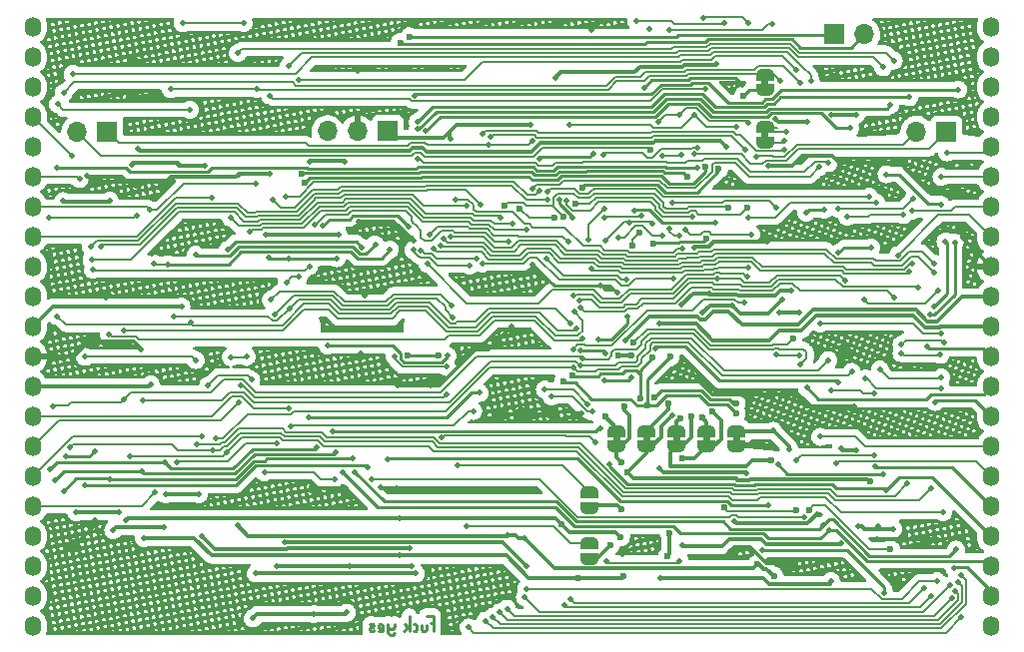
<source format=gbr>
G04 #@! TF.GenerationSoftware,KiCad,Pcbnew,(6.0.6-0)*
G04 #@! TF.CreationDate,2022-07-20T14:24:46-07:00*
G04 #@! TF.ProjectId,BreadControlV3,42726561-6443-46f6-9e74-726f6c56332e,rev?*
G04 #@! TF.SameCoordinates,Original*
G04 #@! TF.FileFunction,Copper,L2,Bot*
G04 #@! TF.FilePolarity,Positive*
%FSLAX46Y46*%
G04 Gerber Fmt 4.6, Leading zero omitted, Abs format (unit mm)*
G04 Created by KiCad (PCBNEW (6.0.6-0)) date 2022-07-20 14:24:46*
%MOMM*%
%LPD*%
G01*
G04 APERTURE LIST*
G04 Aperture macros list*
%AMRoundRect*
0 Rectangle with rounded corners*
0 $1 Rounding radius*
0 $2 $3 $4 $5 $6 $7 $8 $9 X,Y pos of 4 corners*
0 Add a 4 corners polygon primitive as box body*
4,1,4,$2,$3,$4,$5,$6,$7,$8,$9,$2,$3,0*
0 Add four circle primitives for the rounded corners*
1,1,$1+$1,$2,$3*
1,1,$1+$1,$4,$5*
1,1,$1+$1,$6,$7*
1,1,$1+$1,$8,$9*
0 Add four rect primitives between the rounded corners*
20,1,$1+$1,$2,$3,$4,$5,0*
20,1,$1+$1,$4,$5,$6,$7,0*
20,1,$1+$1,$6,$7,$8,$9,0*
20,1,$1+$1,$8,$9,$2,$3,0*%
%AMFreePoly0*
4,1,22,0.500000,-0.750000,0.000000,-0.750000,0.000000,-0.745033,-0.079941,-0.743568,-0.215256,-0.701293,-0.333266,-0.622738,-0.424486,-0.514219,-0.481581,-0.384460,-0.499164,-0.250000,-0.500000,-0.250000,-0.500000,0.250000,-0.499164,0.250000,-0.499963,0.256109,-0.478152,0.396186,-0.417904,0.524511,-0.324060,0.630769,-0.204165,0.706417,-0.067858,0.745374,0.000000,0.744959,0.000000,0.750000,
0.500000,0.750000,0.500000,-0.750000,0.500000,-0.750000,$1*%
%AMFreePoly1*
4,1,20,0.000000,0.744959,0.073905,0.744508,0.209726,0.703889,0.328688,0.626782,0.421226,0.519385,0.479903,0.390333,0.500000,0.250000,0.500000,-0.250000,0.499851,-0.262216,0.476331,-0.402017,0.414519,-0.529596,0.319384,-0.634700,0.198574,-0.708877,0.061801,-0.746166,0.000000,-0.745033,0.000000,-0.750000,-0.500000,-0.750000,-0.500000,0.750000,0.000000,0.750000,0.000000,0.744959,
0.000000,0.744959,$1*%
G04 Aperture macros list end*
G04 #@! TA.AperFunction,ComponentPad*
%ADD10RoundRect,0.700000X0.000000X-0.150000X0.000000X-0.150000X0.000000X0.150000X0.000000X0.150000X0*%
G04 #@! TD*
G04 #@! TA.AperFunction,ComponentPad*
%ADD11R,1.700000X1.700000*%
G04 #@! TD*
G04 #@! TA.AperFunction,ComponentPad*
%ADD12O,1.700000X1.700000*%
G04 #@! TD*
G04 #@! TA.AperFunction,SMDPad,CuDef*
%ADD13FreePoly0,90.000000*%
G04 #@! TD*
G04 #@! TA.AperFunction,SMDPad,CuDef*
%ADD14FreePoly1,90.000000*%
G04 #@! TD*
G04 #@! TA.AperFunction,SMDPad,CuDef*
%ADD15FreePoly0,270.000000*%
G04 #@! TD*
G04 #@! TA.AperFunction,SMDPad,CuDef*
%ADD16FreePoly1,270.000000*%
G04 #@! TD*
G04 #@! TA.AperFunction,ViaPad*
%ADD17C,0.500000*%
G04 #@! TD*
G04 #@! TA.AperFunction,ViaPad*
%ADD18C,0.600000*%
G04 #@! TD*
G04 #@! TA.AperFunction,Conductor*
%ADD19C,0.250000*%
G04 #@! TD*
G04 #@! TA.AperFunction,Conductor*
%ADD20C,0.200000*%
G04 #@! TD*
G04 #@! TA.AperFunction,Conductor*
%ADD21C,0.350000*%
G04 #@! TD*
G04 APERTURE END LIST*
G36*
X90978000Y-36064000D02*
G01*
X90378000Y-36064000D01*
X90378000Y-35564000D01*
X90978000Y-35564000D01*
X90978000Y-36064000D01*
G37*
G36*
X86025000Y-61845000D02*
G01*
X85425000Y-61845000D01*
X85425000Y-61345000D01*
X86025000Y-61345000D01*
X86025000Y-61845000D01*
G37*
G36*
X90978000Y-31604000D02*
G01*
X90378000Y-31604000D01*
X90378000Y-31104000D01*
X90978000Y-31104000D01*
X90978000Y-31604000D01*
G37*
G36*
X78405000Y-61845000D02*
G01*
X77805000Y-61845000D01*
X77805000Y-61345000D01*
X78405000Y-61345000D01*
X78405000Y-61845000D01*
G37*
G36*
X80945000Y-61845000D02*
G01*
X80345000Y-61845000D01*
X80345000Y-61345000D01*
X80945000Y-61345000D01*
X80945000Y-61845000D01*
G37*
G36*
X83485000Y-61845000D02*
G01*
X82885000Y-61845000D01*
X82885000Y-61345000D01*
X83485000Y-61345000D01*
X83485000Y-61845000D01*
G37*
G36*
X88565000Y-61845000D02*
G01*
X87965000Y-61845000D01*
X87965000Y-61345000D01*
X88565000Y-61345000D01*
X88565000Y-61845000D01*
G37*
D10*
X109855000Y-26692000D03*
X109855000Y-29232000D03*
X109855000Y-31772000D03*
X109855000Y-34312000D03*
X109855000Y-36852000D03*
X109855000Y-39392000D03*
X109855000Y-41932000D03*
X109855000Y-44472000D03*
X109855000Y-47012000D03*
X109855000Y-49552000D03*
X109855000Y-52092000D03*
X109855000Y-54632000D03*
X109855000Y-57172000D03*
X109855000Y-59712000D03*
X109855000Y-62252000D03*
X109855000Y-64792000D03*
X109855000Y-67332000D03*
X109855000Y-69872000D03*
X109855000Y-72412000D03*
X109855000Y-74952000D03*
X109855000Y-77492000D03*
D11*
X96540000Y-27280000D03*
D12*
X99080000Y-27280000D03*
D11*
X58674000Y-35515000D03*
D12*
X56134000Y-35515000D03*
X53594000Y-35515000D03*
D11*
X34925000Y-35560000D03*
D12*
X32385000Y-35560000D03*
D10*
X28597000Y-26692000D03*
X28597000Y-29232000D03*
X28597000Y-31772000D03*
X28597000Y-34312000D03*
X28597000Y-36852000D03*
X28597000Y-39392000D03*
X28597000Y-41932000D03*
X28597000Y-44472000D03*
X28597000Y-47012000D03*
X28597000Y-49552000D03*
X28597000Y-52092000D03*
X28597000Y-54632000D03*
X28597000Y-57172000D03*
X28597000Y-59712000D03*
X28597000Y-62252000D03*
X28597000Y-64792000D03*
X28597000Y-67332000D03*
X28597000Y-69872000D03*
X28597000Y-72412000D03*
X28597000Y-74952000D03*
X28597000Y-77492000D03*
D11*
X106045000Y-35560000D03*
D12*
X103505000Y-35560000D03*
D13*
X90678000Y-36464000D03*
D14*
X90678000Y-35164000D03*
D13*
X75819000Y-71770000D03*
D14*
X75819000Y-70470000D03*
D13*
X75819000Y-67452000D03*
D14*
X75819000Y-66152000D03*
D15*
X85725000Y-60945000D03*
D16*
X85725000Y-62245000D03*
D15*
X90678000Y-30704000D03*
D16*
X90678000Y-32004000D03*
D15*
X78105000Y-60945000D03*
D16*
X78105000Y-62245000D03*
D15*
X80645000Y-60945000D03*
D16*
X80645000Y-62245000D03*
D15*
X83185000Y-60945000D03*
D16*
X83185000Y-62245000D03*
D13*
X88265000Y-62245000D03*
D14*
X88265000Y-60945000D03*
D17*
X86436200Y-43230800D03*
X79629000Y-42245904D03*
X55118000Y-65786000D03*
X59514956Y-57096444D03*
X72593200Y-59359800D03*
X31445200Y-63093600D03*
X101494957Y-73886767D03*
X56184800Y-43177811D03*
X48666400Y-39141400D03*
X33858200Y-62636400D03*
X88722200Y-31546800D03*
X56134000Y-30429200D03*
X56388000Y-52247800D03*
X80873600Y-26873200D03*
X58064400Y-65735200D03*
X60883800Y-44831000D03*
X37211000Y-29794200D03*
X70053200Y-59461400D03*
X52070000Y-38100000D03*
X38684200Y-45923200D03*
X37795200Y-54000400D03*
X68173600Y-59563000D03*
X75063736Y-59463579D03*
X59410600Y-65760600D03*
X91846400Y-50850800D03*
X33858200Y-68529200D03*
X56413400Y-54356000D03*
X37058600Y-32435800D03*
X88026278Y-68564722D03*
X33223200Y-39319200D03*
X92710000Y-72136000D03*
X80398514Y-31841599D03*
X95059500Y-67983100D03*
X70993000Y-46786800D03*
X69215000Y-52070000D03*
X76736631Y-48615600D03*
X78130400Y-49225200D03*
X92710000Y-62484000D03*
X96469200Y-31115000D03*
X55499000Y-72390000D03*
X55016400Y-38125400D03*
X49294453Y-72400500D03*
X60706000Y-72390000D03*
X78536800Y-71374000D03*
X39928800Y-39776400D03*
X56769000Y-49428400D03*
X75946000Y-26924000D03*
X34823400Y-49606200D03*
X37388800Y-39776400D03*
X100203000Y-70104000D03*
X46024800Y-39166800D03*
X62303444Y-57096444D03*
X39090600Y-32639000D03*
X32080200Y-70662800D03*
X93522800Y-50901600D03*
X91363800Y-60909200D03*
X52578000Y-65786000D03*
X33375600Y-53365400D03*
X87757000Y-71145400D03*
X100627713Y-72813582D03*
X96826425Y-56832825D03*
X81407000Y-53897301D03*
X36537449Y-68463500D03*
X96901000Y-45821600D03*
D18*
X73406000Y-68834000D03*
D17*
X83636926Y-70596621D03*
X99644200Y-45364400D03*
D18*
X78413575Y-69916500D03*
D17*
X97119900Y-70485000D03*
X41198800Y-50368200D03*
X59690000Y-68326000D03*
X32301607Y-67831500D03*
X35905644Y-67831500D03*
X35433000Y-69342000D03*
X39878000Y-66294000D03*
X39751000Y-69088000D03*
X42672000Y-66294000D03*
X42925833Y-69850167D03*
X60506186Y-70898601D03*
X61087000Y-73025000D03*
X47498000Y-73025000D03*
X70485000Y-72390000D03*
X49921758Y-70399100D03*
X63972900Y-36189531D03*
X70818773Y-34973499D03*
X81686400Y-64135000D03*
X36982233Y-38353833D03*
X41005000Y-38354000D03*
X91550500Y-34502005D03*
X77156292Y-54358929D03*
X86512400Y-29768800D03*
X54508400Y-44297600D03*
X45974000Y-68935600D03*
X68807525Y-69749601D03*
X79315000Y-56366502D03*
X98374200Y-34137600D03*
X48310800Y-44246800D03*
X43205400Y-38404800D03*
D18*
X91408944Y-73239500D03*
X89966011Y-72256389D03*
D17*
X75031598Y-54138257D03*
X96266000Y-34112200D03*
X77054700Y-56611247D03*
X70281800Y-70027800D03*
X89104478Y-64517278D03*
X72872600Y-30962600D03*
X94259400Y-34743003D03*
X55245000Y-76327000D03*
X52451000Y-76454000D03*
X47244000Y-76835000D03*
X79003967Y-51215367D03*
X98381500Y-62530733D03*
X81788000Y-73406000D03*
X37998400Y-70002400D03*
D18*
X74850924Y-73370100D03*
D17*
X97093457Y-62431898D03*
D18*
X78702892Y-73219500D03*
D17*
X59690000Y-71501000D03*
X38608000Y-56972200D03*
X96266000Y-73660000D03*
X76583301Y-53213000D03*
X89264500Y-34796636D03*
X81636489Y-34704539D03*
X80213200Y-42697400D03*
X83413600Y-34112200D03*
X77070808Y-42844386D03*
X82550000Y-26924500D03*
X91313000Y-26416000D03*
X74088772Y-34973499D03*
X84683600Y-34112200D03*
X88264206Y-35146137D03*
X89281000Y-26375000D03*
X85471000Y-25908000D03*
X79756000Y-26162000D03*
X87249000Y-26375000D03*
X58886100Y-45562514D03*
X40055800Y-46786800D03*
X38989000Y-66167000D03*
X38887400Y-46710600D03*
X38537500Y-42189251D03*
X86621286Y-48039900D03*
X85629259Y-31929312D03*
X47498000Y-39954200D03*
X74411657Y-49451603D03*
X48717200Y-32486600D03*
X97475150Y-48193122D03*
X75040945Y-55416188D03*
X30020292Y-42875200D03*
X96026999Y-54915629D03*
X37922200Y-58326720D03*
X37388500Y-42649204D03*
X74477778Y-50829811D03*
X31927800Y-37592000D03*
X94538800Y-31242000D03*
X31978600Y-30632400D03*
X36320447Y-52441399D03*
X93652200Y-31422200D03*
X31208581Y-32249981D03*
X35078914Y-52790900D03*
X75209400Y-53111400D03*
D18*
X91189909Y-63388804D03*
X84455000Y-59690000D03*
X82397600Y-71551800D03*
X82575400Y-69596000D03*
X86165682Y-59233902D03*
X83693000Y-63271400D03*
D17*
X33578800Y-46431200D03*
X68224400Y-42866800D03*
X68964500Y-44846496D03*
X52514765Y-43472247D03*
X52036101Y-46964600D03*
X33701098Y-47269400D03*
X66573400Y-41783000D03*
X33528000Y-45339000D03*
X65328800Y-41833800D03*
X67393195Y-36026801D03*
X34339088Y-45321001D03*
X89024672Y-37127672D03*
X42406165Y-54920046D03*
X33020000Y-54640329D03*
X57000178Y-64035978D03*
X32994600Y-65506600D03*
X31216600Y-66065400D03*
X35102800Y-65024000D03*
X55676800Y-63271400D03*
X30285300Y-58851800D03*
X93633300Y-55302797D03*
X36288500Y-58242200D03*
X75155664Y-54776896D03*
X54319466Y-62746900D03*
X37846000Y-64363600D03*
X30480000Y-65100200D03*
X30099000Y-64160400D03*
X39827200Y-63627000D03*
X52670412Y-62347399D03*
X74170729Y-51826430D03*
X30720026Y-33219929D03*
X50342800Y-50571400D03*
X40538400Y-51206400D03*
X41935400Y-33680400D03*
X57353200Y-65024000D03*
X48234600Y-64414400D03*
X93319433Y-63413182D03*
X93966436Y-68208700D03*
X99949000Y-62968322D03*
X54152800Y-64998600D03*
X42468800Y-62077600D03*
X102743000Y-65379600D03*
X42000799Y-51750468D03*
X30686442Y-51198063D03*
X74684500Y-52223786D03*
X101614599Y-49614700D03*
X75029914Y-50478449D03*
X31780168Y-62315233D03*
X104713399Y-65792730D03*
X43891200Y-62577100D03*
X74959385Y-49832787D03*
X103635798Y-48797505D03*
X32562800Y-39573200D03*
X36855400Y-63093600D03*
X105791000Y-67843400D03*
X45008800Y-62763400D03*
X47124215Y-56577184D03*
X43475038Y-57058499D03*
X51181000Y-47853600D03*
X50088800Y-48310800D03*
X46736000Y-54635400D03*
X69291200Y-43366300D03*
X45389800Y-42849800D03*
X45399401Y-54660800D03*
X46958221Y-44033999D03*
X70485000Y-43865800D03*
X49126000Y-51081800D03*
X64177300Y-51272848D03*
X50035502Y-41041680D03*
X71560765Y-40518946D03*
X64126706Y-50259631D03*
X48793500Y-49809400D03*
X48971200Y-41321098D03*
X72218846Y-41362437D03*
X48641000Y-46256102D03*
X54356000Y-46278800D03*
X50266600Y-46278800D03*
X50292000Y-59004200D03*
X46228000Y-57099200D03*
X63684703Y-57851203D03*
X45110400Y-45567600D03*
X46101000Y-58470800D03*
X56492178Y-45366978D03*
X97609622Y-42776178D03*
X74400150Y-55522300D03*
X102387400Y-42621200D03*
X98008900Y-55922443D03*
X43748500Y-41120472D03*
X44145122Y-61578100D03*
X42951400Y-61366400D03*
X57622478Y-45100278D03*
X42392600Y-45999400D03*
X107315827Y-73154584D03*
X66954400Y-77012800D03*
X67589400Y-76682600D03*
X107038574Y-73741937D03*
X68148200Y-76327000D03*
X106774898Y-74517352D03*
X106499386Y-75105524D03*
X68808600Y-75996800D03*
X106357966Y-74019335D03*
X106070400Y-37312600D03*
X70307200Y-75031600D03*
X70408500Y-74320400D03*
X105257600Y-73685400D03*
X105613200Y-39395402D03*
X104724200Y-74930000D03*
X73660000Y-75692000D03*
X103107500Y-42238292D03*
X101930200Y-46024800D03*
X104179500Y-74218800D03*
X74168000Y-75158600D03*
D18*
X78496118Y-67609807D03*
X78764077Y-58807327D03*
X78486000Y-63550800D03*
X99550554Y-65237963D03*
D17*
X100211001Y-69004398D03*
X82795324Y-59607143D03*
D18*
X79019400Y-64465200D03*
X77520800Y-70637400D03*
D17*
X101514900Y-69222767D03*
X98567533Y-69018753D03*
X100965000Y-39166800D03*
X105952300Y-44856400D03*
X105573573Y-41749100D03*
X104981262Y-50356427D03*
X104419400Y-53771800D03*
X95707200Y-42189400D03*
X94208600Y-57277000D03*
X94157800Y-42418000D03*
X60942267Y-32478100D03*
X106730800Y-44932600D03*
X104648000Y-51054000D03*
X105079800Y-58470800D03*
X107061000Y-31978600D03*
X102870000Y-32639000D03*
X61235051Y-34697781D03*
X95351600Y-61417200D03*
X103225600Y-41224200D03*
X96850200Y-42087800D03*
X61228177Y-35347248D03*
X99882839Y-57743307D03*
X96723200Y-63677800D03*
X101265000Y-33303500D03*
X96301925Y-57478910D03*
X97872698Y-35242600D03*
X100015078Y-63967322D03*
X61913261Y-35503083D03*
X76749900Y-60731400D03*
X54051200Y-60934600D03*
X100931944Y-65945321D03*
X77486827Y-63733485D03*
X54889400Y-64439800D03*
X96135857Y-69309240D03*
X106857800Y-70993000D03*
X55880000Y-64414400D03*
X106722300Y-72567800D03*
X95627959Y-68904403D03*
X90429204Y-71023938D03*
X58699400Y-63322200D03*
X100761800Y-74676000D03*
X90957400Y-67258000D03*
X66464500Y-57701881D03*
X51968400Y-59791600D03*
X75941709Y-47146690D03*
X89281000Y-47091600D03*
X62230000Y-44297600D03*
X73967569Y-44909316D03*
X89154000Y-47853600D03*
X62042408Y-46761400D03*
X92252204Y-37079796D03*
X66733539Y-35721777D03*
X51111649Y-31129599D03*
X91627500Y-54474490D03*
X93336239Y-30349038D03*
X93580482Y-54534512D03*
X99129306Y-56499848D03*
X50271416Y-30002800D03*
X100660200Y-30099000D03*
X105604300Y-57286979D03*
X45999400Y-28854400D03*
X101574600Y-29514800D03*
X105604300Y-56386344D03*
X100397700Y-55719105D03*
X102235000Y-54330600D03*
X105511600Y-54483000D03*
X102913334Y-47443005D03*
X62548357Y-45437322D03*
X102235000Y-53594000D03*
X103138746Y-46723325D03*
X105816383Y-53434000D03*
X63156995Y-45210578D03*
X105604478Y-52687458D03*
X95351600Y-51816000D03*
X70917200Y-40382585D03*
X95224600Y-38568001D03*
X104986829Y-47527620D03*
X63407178Y-44611194D03*
X99076500Y-49808043D03*
X72188554Y-40685482D03*
X99508300Y-41071800D03*
X105333800Y-48996600D03*
X104982902Y-46742084D03*
X64042468Y-44476061D03*
X107265859Y-76743100D03*
X65557400Y-77597000D03*
D18*
X60541936Y-27509918D03*
X60357200Y-54521791D03*
X63026901Y-54517713D03*
X59766200Y-27990800D03*
D17*
X53594000Y-53695600D03*
X63742187Y-54546824D03*
X53212500Y-43516264D03*
X60484691Y-43619425D03*
X81965800Y-44399200D03*
X91637368Y-42015011D03*
X92329000Y-36296600D03*
X82804000Y-41583998D03*
X78206600Y-44551600D03*
X49298074Y-61947898D03*
X40819330Y-63593100D03*
X65939794Y-59232800D03*
X47574200Y-31902400D03*
X91925055Y-31213898D03*
X50495200Y-60502800D03*
X92424497Y-35534600D03*
X40284400Y-31953200D03*
X85936670Y-49285962D03*
D18*
X83445625Y-59864849D03*
D17*
X84915940Y-38585148D03*
X30657800Y-38582600D03*
X92862400Y-48996600D03*
X83613095Y-50224300D03*
D18*
X75184000Y-40284400D03*
X88862067Y-32499133D03*
X86720969Y-38713502D03*
X88214200Y-58597800D03*
X85678304Y-44581437D03*
X81173909Y-45068914D03*
X51633489Y-39872533D03*
X81136177Y-54659852D03*
X85611810Y-38513948D03*
X80068306Y-58193900D03*
X74345800Y-56261000D03*
X81261418Y-58124888D03*
X73609200Y-56692800D03*
X88208962Y-59405029D03*
X51410088Y-39157100D03*
X82600784Y-54625095D03*
X80670400Y-58768400D03*
X84083700Y-39375808D03*
D17*
X41300400Y-26365200D03*
X46482000Y-26339800D03*
X87401400Y-36830000D03*
X87851301Y-50262803D03*
D18*
X85344000Y-59817000D03*
D17*
X37515800Y-37007800D03*
X35113100Y-41391700D03*
X31175612Y-41444821D03*
X85385814Y-50905786D03*
X92113416Y-49766256D03*
X96037400Y-38218500D03*
X59258200Y-54584600D03*
X63648000Y-55450823D03*
X61226380Y-37850586D03*
X74393450Y-54006486D03*
X88877715Y-50051105D03*
X100097919Y-41588300D03*
X89255600Y-42849800D03*
X107340400Y-43637200D03*
X98260820Y-58838945D03*
X88696800Y-57810400D03*
X89408000Y-62103000D03*
X90948500Y-38483401D03*
X97434400Y-54229000D03*
X90881200Y-44856400D03*
X84683601Y-45415199D03*
X107315000Y-40995600D03*
D18*
X78209801Y-54562917D03*
X77104700Y-59711732D03*
X79322702Y-54562917D03*
D17*
X78826500Y-53299500D03*
X82915044Y-48017807D03*
X82554909Y-43787088D03*
X84632800Y-37465000D03*
X66699821Y-46729709D03*
X83439424Y-44386085D03*
X84540862Y-42782500D03*
X70916800Y-36322000D03*
X67246760Y-36659581D03*
X73863200Y-41427400D03*
X83938924Y-43836489D03*
X83662408Y-45435085D03*
X64442255Y-41285751D03*
X89484200Y-44246800D03*
X89885976Y-37710072D03*
X81733447Y-51800496D03*
D18*
X82459049Y-58577598D03*
D17*
X75734852Y-44749673D03*
X75656199Y-58643241D03*
X72009000Y-57404000D03*
X84956733Y-36902042D03*
X76938016Y-37481500D03*
X77089000Y-42113200D03*
X81982422Y-37634084D03*
X83557344Y-37503856D03*
X77159888Y-44817807D03*
X79202682Y-43244904D03*
X72567713Y-58011299D03*
X81086654Y-43371725D03*
X76001111Y-59285163D03*
D18*
X68580000Y-41808400D03*
X87510201Y-41983499D03*
X73571273Y-42798221D03*
X69875400Y-42087800D03*
X72826426Y-42881632D03*
X74574400Y-41681400D03*
X89145464Y-42002300D03*
D17*
X60852705Y-45593300D03*
X77240602Y-71983264D03*
X76279785Y-61897471D03*
X83439000Y-72009000D03*
X63284918Y-61459100D03*
X65633600Y-46898276D03*
D18*
X87198200Y-67437000D03*
X93345000Y-67691000D03*
X94373732Y-67638236D03*
X101285500Y-70987575D03*
D17*
X65379600Y-69037200D03*
X66200068Y-46314859D03*
X61500934Y-45633953D03*
X64566800Y-63804800D03*
X78915044Y-48065307D03*
X72149921Y-46317454D03*
X91770200Y-63779400D03*
X100685600Y-64566800D03*
D18*
X80983460Y-37121777D03*
X93018508Y-53127447D03*
X80041673Y-44095901D03*
X79545261Y-53463917D03*
X79442917Y-45221297D03*
D17*
X73217846Y-41354107D03*
X76098400Y-37405700D03*
X71564329Y-37837929D03*
X74323693Y-42825788D03*
D19*
X79703505Y-42171399D02*
X79629000Y-42245904D01*
X86436200Y-43230800D02*
X86360000Y-43307000D01*
X81946788Y-43262588D02*
X80855599Y-42171399D01*
X82772165Y-43262588D02*
X81946788Y-43262588D01*
X80855599Y-42171399D02*
X79703505Y-42171399D01*
X86360000Y-43307000D02*
X82816577Y-43307000D01*
X82816577Y-43307000D02*
X82772165Y-43262588D01*
D20*
X83346700Y-72101300D02*
X83439000Y-72009000D01*
X77358638Y-72101300D02*
X83346700Y-72101300D01*
X77240602Y-71983264D02*
X77358638Y-72101300D01*
X62230000Y-44297600D02*
X62900540Y-43627060D01*
X62900540Y-43627060D02*
X65500582Y-43627060D01*
X65500582Y-43627060D02*
X65644824Y-43771302D01*
X67121448Y-43771302D02*
X67697142Y-44346996D01*
X65644824Y-43771302D02*
X67121448Y-43771302D01*
X67697142Y-44346996D02*
X69687338Y-44346996D01*
X69687338Y-44346996D02*
X69758663Y-44418321D01*
X69758663Y-44418321D02*
X71631124Y-44418321D01*
X73476576Y-44418323D02*
X73967569Y-44909316D01*
X71631124Y-44418321D02*
X71631126Y-44418323D01*
X71631126Y-44418323D02*
X73476576Y-44418323D01*
X53695600Y-50622200D02*
X54432200Y-51358800D01*
X75002500Y-52611900D02*
X75027900Y-52611900D01*
X74765393Y-52849007D02*
X75002500Y-52611900D01*
X66262501Y-52507899D02*
X67549401Y-51220999D01*
X75184000Y-51536033D02*
X74477778Y-50829811D01*
X75184000Y-52455800D02*
X75184000Y-51536033D01*
X54432200Y-51358800D02*
X59096877Y-51358800D01*
X61925200Y-50723800D02*
X63709300Y-52507899D01*
X51594270Y-50622200D02*
X53695600Y-50622200D01*
X49775071Y-52441399D02*
X51594270Y-50622200D01*
X36320447Y-52441399D02*
X49775071Y-52441399D01*
X72875877Y-52849007D02*
X74765393Y-52849007D01*
X63709300Y-52507899D02*
X66262501Y-52507899D01*
X59096877Y-51358800D02*
X59731878Y-50723800D01*
X75027900Y-52611900D02*
X75184000Y-52455800D01*
X67549401Y-51220999D02*
X71247869Y-51220999D01*
X59731878Y-50723800D02*
X61925200Y-50723800D01*
X71247869Y-51220999D02*
X72875877Y-52849007D01*
X75170848Y-49337850D02*
X75166285Y-49333287D01*
X79639138Y-50229002D02*
X78821537Y-50229002D01*
X74752485Y-49333287D02*
X74634169Y-49451603D01*
X75166285Y-49333287D02*
X74752485Y-49333287D01*
X75014317Y-49777855D02*
X74959385Y-49832787D01*
X82878637Y-49263809D02*
X79292461Y-49263809D01*
X76732531Y-50074201D02*
X75996180Y-49337850D01*
X84158821Y-48031606D02*
X84158806Y-48031606D01*
X80211140Y-49733200D02*
X79740735Y-50203602D01*
X97003926Y-47721898D02*
X91659561Y-47721898D01*
X84158824Y-48031609D02*
X84158821Y-48031606D01*
X84038776Y-48103676D02*
X84038770Y-48103676D01*
X84400383Y-48730612D02*
X83037395Y-50093600D01*
X84038770Y-48103676D02*
X82878637Y-49263809D01*
X88588331Y-48539400D02*
X86389412Y-48539400D01*
X84110851Y-48031601D02*
X84038776Y-48103676D01*
X91659561Y-47721898D02*
X91028360Y-48353100D01*
X86389412Y-48539400D02*
X86231123Y-48381111D01*
X91028360Y-48353100D02*
X88921700Y-48353100D01*
X74634169Y-49451603D02*
X74411657Y-49451603D01*
X88921700Y-48353100D02*
X88600209Y-48031609D01*
X76587762Y-50423702D02*
X75941916Y-49777855D01*
X82903525Y-49733200D02*
X80211140Y-49733200D01*
X84255614Y-48381111D02*
X82903525Y-49733200D01*
X86231123Y-48381111D02*
X84255614Y-48381111D01*
X91173128Y-48702601D02*
X88751532Y-48702601D01*
X91804330Y-48071399D02*
X91173128Y-48702601D01*
X79292461Y-49263809D02*
X78482068Y-50074201D01*
X97268250Y-48692622D02*
X96647027Y-48071399D01*
X75996180Y-49337850D02*
X75170848Y-49337850D01*
X86267252Y-48911507D02*
X86244646Y-48888901D01*
X103635798Y-48797505D02*
X103530915Y-48692622D01*
X96647027Y-48071399D02*
X91804330Y-48071399D01*
X78966306Y-50578503D02*
X78771606Y-50773203D01*
X78626835Y-50423702D02*
X76587762Y-50423702D01*
X80345010Y-50093600D02*
X79860107Y-50578503D01*
X78482068Y-50074201D02*
X76732531Y-50074201D01*
X86086354Y-48730612D02*
X84400383Y-48730612D01*
X86244643Y-48888901D02*
X86086354Y-48730612D01*
X88581364Y-49052102D02*
X88440769Y-48911507D01*
X91949099Y-48420900D02*
X91317895Y-49052102D01*
X92993100Y-48420900D02*
X91949099Y-48420900D01*
X79740735Y-50203602D02*
X79664538Y-50203602D01*
X86244646Y-48888901D02*
X86244643Y-48888901D01*
X75324668Y-50773203D02*
X75029914Y-50478449D01*
X79664538Y-50203602D02*
X79639138Y-50229002D01*
X84158801Y-48031601D02*
X84110851Y-48031601D01*
X101042022Y-49042123D02*
X93614323Y-49042123D01*
X88751532Y-48702601D02*
X88588331Y-48539400D01*
X79860107Y-50578503D02*
X78966306Y-50578503D01*
X78771606Y-50773203D02*
X75324668Y-50773203D01*
X91317895Y-49052102D02*
X88581364Y-49052102D01*
X75941916Y-49777855D02*
X75014317Y-49777855D01*
X83037395Y-50093600D02*
X80345010Y-50093600D01*
X93614323Y-49042123D02*
X92993100Y-48420900D01*
X78821537Y-50229002D02*
X78626835Y-50423702D01*
X84158806Y-48031606D02*
X84158801Y-48031601D01*
X101614599Y-49614700D02*
X101042022Y-49042123D01*
X88600209Y-48031609D02*
X84158824Y-48031609D01*
X97475150Y-48193122D02*
X97003926Y-47721898D01*
X103530915Y-48692622D02*
X97268250Y-48692622D01*
X88440769Y-48911507D02*
X86267252Y-48911507D01*
X63192871Y-49325796D02*
X64126706Y-50259631D01*
X48793500Y-49809400D02*
X49505704Y-49097196D01*
X58525300Y-49953300D02*
X59152804Y-49325796D01*
X49505704Y-49097196D02*
X54147673Y-49097196D01*
X55003777Y-49953300D02*
X58525300Y-49953300D01*
X59152804Y-49325796D02*
X63192871Y-49325796D01*
X54147673Y-49097196D02*
X55003777Y-49953300D01*
X93934636Y-68240500D02*
X93966436Y-68208700D01*
X88408456Y-68240500D02*
X93934636Y-68240500D01*
X88233178Y-68065222D02*
X88408456Y-68240500D01*
X74760700Y-68207500D02*
X87677100Y-68207500D01*
X93278500Y-67757500D02*
X93345000Y-67691000D01*
X87819378Y-68065222D02*
X88233178Y-68065222D01*
X71577200Y-65024000D02*
X74760700Y-68207500D01*
X88377946Y-67715721D02*
X88419725Y-67757500D01*
X57353200Y-65024000D02*
X71577200Y-65024000D01*
X87198200Y-67437000D02*
X87476921Y-67715721D01*
X87476921Y-67715721D02*
X88377946Y-67715721D01*
X87677100Y-68207500D02*
X87819378Y-68065222D01*
X88419725Y-67757500D02*
X93278500Y-67757500D01*
D21*
X59690000Y-68326000D02*
X72898000Y-68326000D01*
X78413575Y-69916500D02*
X77995778Y-69498703D01*
X74070703Y-69498703D02*
X73406000Y-68834000D01*
D20*
X74137889Y-70470000D02*
X72705089Y-69037200D01*
D21*
X72898000Y-68326000D02*
X73406000Y-68834000D01*
X77995778Y-69498703D02*
X74070703Y-69498703D01*
D20*
X75819000Y-70470000D02*
X74137889Y-70470000D01*
X72705089Y-69037200D02*
X65379600Y-69037200D01*
D21*
X49996757Y-70324101D02*
X68419101Y-70324101D01*
X68419101Y-70324101D02*
X70485000Y-72390000D01*
X68783534Y-71501000D02*
X70652634Y-73370100D01*
X49921758Y-70399100D02*
X49996757Y-70324101D01*
X59690000Y-71501000D02*
X68783534Y-71501000D01*
X70652634Y-73370100D02*
X74850924Y-73370100D01*
D19*
X60528200Y-77444600D02*
X60325000Y-77444600D01*
X57505600Y-77495400D02*
X57429400Y-77571600D01*
X57962800Y-77343000D02*
X58191400Y-77343000D01*
X61976000Y-77774800D02*
X61849000Y-77901800D01*
X58293000Y-77444600D02*
X58293000Y-77825600D01*
X61671200Y-77901800D02*
X61544200Y-77774800D01*
X57175400Y-77673200D02*
X57175400Y-77825600D01*
X61163200Y-77444600D02*
X61163200Y-77800200D01*
X61061600Y-77901800D02*
X60858400Y-77901800D01*
X58699400Y-78028800D02*
X58902600Y-78232000D01*
X58166000Y-77622400D02*
X57886600Y-77622400D01*
X62560200Y-76606400D02*
X61950600Y-76606400D01*
X57175400Y-77317600D02*
X57200800Y-77292200D01*
X57505600Y-77393800D02*
X57505600Y-77495400D01*
X58699400Y-77343000D02*
X58699400Y-77266800D01*
X59105800Y-77724000D02*
X58851800Y-77724000D01*
X57200800Y-77292200D02*
X57404000Y-77292200D01*
X57454800Y-77901800D02*
X57531000Y-77825600D01*
X60883800Y-77317600D02*
X61036200Y-77317600D01*
X61849000Y-77901800D02*
X61671200Y-77901800D01*
X62560200Y-77241400D02*
X62280800Y-77241400D01*
X60325000Y-77444600D02*
X60147200Y-77266800D01*
X60528200Y-77444600D02*
X60528200Y-77901800D01*
X57175400Y-77825600D02*
X57251600Y-77901800D01*
X58851800Y-77724000D02*
X58699400Y-77571600D01*
X57251600Y-77901800D02*
X57454800Y-77901800D01*
X59105800Y-78232000D02*
X59258200Y-78079600D01*
X62560200Y-77241400D02*
X62560200Y-76606400D01*
X58191400Y-77343000D02*
X58293000Y-77444600D01*
X58902600Y-78232000D02*
X59105800Y-78232000D01*
X57429400Y-77571600D02*
X57277000Y-77571600D01*
X57886600Y-77622400D02*
X57886600Y-77419200D01*
X58216800Y-77901800D02*
X57937400Y-77901800D01*
X61976000Y-77393800D02*
X61976000Y-77774800D01*
X57404000Y-77292200D02*
X57505600Y-77393800D01*
X62560200Y-77927200D02*
X62560200Y-77241400D01*
X60528200Y-76606400D02*
X60528200Y-77444600D01*
X57277000Y-77571600D02*
X57175400Y-77673200D01*
X59258200Y-77266800D02*
X59258200Y-77571600D01*
X57886600Y-77419200D02*
X57962800Y-77343000D01*
X61036200Y-77317600D02*
X61163200Y-77444600D01*
X58699400Y-77343000D02*
X58699400Y-78028800D01*
X60528200Y-77444600D02*
X60071000Y-77901800D01*
X59258200Y-77571600D02*
X59105800Y-77724000D01*
X58293000Y-77825600D02*
X58216800Y-77901800D01*
X61163200Y-77800200D02*
X61061600Y-77901800D01*
X61544200Y-77774800D02*
X61544200Y-77368400D01*
X58699400Y-77571600D02*
X58699400Y-77343000D01*
D21*
X89408000Y-70815200D02*
X88087200Y-70815200D01*
D19*
X88722200Y-31546800D02*
X88180710Y-31005310D01*
D21*
X90728800Y-72136000D02*
X89408000Y-70815200D01*
D19*
X33858200Y-62636400D02*
X33401000Y-63093600D01*
X78130400Y-49225200D02*
X77482802Y-48577602D01*
X84130656Y-31171308D02*
X81068805Y-31171308D01*
D21*
X58089800Y-65760600D02*
X58064400Y-65735200D01*
X55499000Y-72390000D02*
X49304953Y-72390000D01*
D19*
X76847598Y-48577602D02*
X76809600Y-48615600D01*
X70993000Y-46786800D02*
X72783802Y-48577602D01*
D21*
X92710000Y-62484000D02*
X92710000Y-62255400D01*
D19*
X68275200Y-59461400D02*
X68173600Y-59563000D01*
D21*
X33680400Y-39776400D02*
X33223200Y-39319200D01*
D19*
X70053200Y-59461400D02*
X68275200Y-59461400D01*
X76809600Y-48615600D02*
X76736631Y-48615600D01*
D21*
X66141600Y-54025800D02*
X67259200Y-54025800D01*
X40300999Y-39404201D02*
X39928800Y-39776400D01*
X91846400Y-50850800D02*
X91897200Y-50901600D01*
X46050200Y-39141400D02*
X46024800Y-39166800D01*
D19*
X81068805Y-31171308D02*
X80398514Y-31841599D01*
D21*
X88265000Y-60945000D02*
X91328000Y-60945000D01*
X92710000Y-72136000D02*
X90728800Y-72136000D01*
X90844991Y-68790899D02*
X90826490Y-68772398D01*
X59410600Y-65760600D02*
X58089800Y-65760600D01*
X90826490Y-68772398D02*
X88233954Y-68772398D01*
D19*
X72783802Y-48577602D02*
X76847598Y-48577602D01*
D21*
X55016400Y-38125400D02*
X54892903Y-38001903D01*
X54892903Y-38001903D02*
X52168097Y-38001903D01*
X45787399Y-39404201D02*
X40300999Y-39404201D01*
X59230611Y-43177811D02*
X56184800Y-43177811D01*
X63070956Y-57096444D02*
X66141600Y-54025800D01*
X28597000Y-54632000D02*
X32109000Y-54632000D01*
X33375600Y-53365400D02*
X37160200Y-53365400D01*
X91328000Y-60945000D02*
X91363800Y-60909200D01*
X33858200Y-68529200D02*
X33858200Y-68884800D01*
X46024800Y-39166800D02*
X45787399Y-39404201D01*
X59514956Y-57096444D02*
X63070956Y-57096444D01*
X32109000Y-54632000D02*
X33375600Y-53365400D01*
X37160200Y-53365400D02*
X37795200Y-54000400D01*
D19*
X72491600Y-59461400D02*
X72593200Y-59359800D01*
D21*
X88233954Y-68772398D02*
X88026278Y-68564722D01*
D19*
X84296654Y-31005310D02*
X84130656Y-31171308D01*
D21*
X37388800Y-39776400D02*
X33680400Y-39776400D01*
X39928800Y-39776400D02*
X37388800Y-39776400D01*
X91897200Y-50901600D02*
X93522800Y-50901600D01*
X60706000Y-72390000D02*
X55499000Y-72390000D01*
X94251701Y-68790899D02*
X90844991Y-68790899D01*
X101494957Y-73886767D02*
X100627713Y-73019523D01*
X48666400Y-39141400D02*
X46050200Y-39141400D01*
D19*
X88180710Y-31005310D02*
X84296654Y-31005310D01*
D21*
X95059500Y-67983100D02*
X94251701Y-68790899D01*
D19*
X77482802Y-48577602D02*
X76847598Y-48577602D01*
D20*
X74959957Y-59359800D02*
X75063736Y-59463579D01*
D21*
X37261800Y-32639000D02*
X37058600Y-32435800D01*
D20*
X72593200Y-59359800D02*
X74959957Y-59359800D01*
D21*
X55118000Y-65786000D02*
X52578000Y-65786000D01*
D19*
X33401000Y-63093600D02*
X31445200Y-63093600D01*
D21*
X92710000Y-62255400D02*
X91363800Y-60909200D01*
X39090600Y-32639000D02*
X37261800Y-32639000D01*
X49304953Y-72390000D02*
X49294453Y-72400500D01*
X60883800Y-44831000D02*
X59230611Y-43177811D01*
X100627713Y-73019523D02*
X100627713Y-72813582D01*
X88087200Y-70815200D02*
X87757000Y-71145400D01*
X67259200Y-54025800D02*
X69215000Y-52070000D01*
D19*
X70053200Y-59461400D02*
X72491600Y-59461400D01*
D21*
X33858200Y-68884800D02*
X32080200Y-70662800D01*
X100203000Y-70104000D02*
X105308400Y-70104000D01*
X52168097Y-38001903D02*
X52070000Y-38100000D01*
D19*
X86774099Y-56649699D02*
X96643299Y-56649699D01*
D21*
X83734879Y-70694574D02*
X83636926Y-70596621D01*
D19*
X96643299Y-56649699D02*
X96826425Y-56832825D01*
X99644200Y-45364400D02*
X97358200Y-45364400D01*
D21*
X28597000Y-52092000D02*
X30320800Y-50368200D01*
X90731235Y-70513503D02*
X90321732Y-70104000D01*
X97119900Y-70485000D02*
X97091397Y-70513503D01*
X97091397Y-70513503D02*
X90731235Y-70513503D01*
X90321732Y-70104000D02*
X87604600Y-70104000D01*
D19*
X81507101Y-53797200D02*
X83921600Y-53797200D01*
D21*
X87604600Y-70104000D02*
X87014026Y-70694574D01*
D19*
X81407000Y-53897301D02*
X81507101Y-53797200D01*
D21*
X32301607Y-67831500D02*
X35905644Y-67831500D01*
X30320800Y-50368200D02*
X41198800Y-50368200D01*
X59690000Y-68326000D02*
X36674949Y-68326000D01*
X87014026Y-70694574D02*
X83734879Y-70694574D01*
X36674949Y-68326000D02*
X36537449Y-68463500D01*
D19*
X97358200Y-45364400D02*
X96901000Y-45821600D01*
X83921600Y-53797200D02*
X86774099Y-56649699D01*
D21*
X42672000Y-66294000D02*
X39878000Y-66294000D01*
X39751000Y-69088000D02*
X35687000Y-69088000D01*
X35687000Y-69088000D02*
X35433000Y-69342000D01*
X44049266Y-70973600D02*
X50159724Y-70973600D01*
X42925833Y-69850167D02*
X44049266Y-70973600D01*
X50159724Y-70973600D02*
X50234723Y-70898601D01*
X50234723Y-70898601D02*
X60506186Y-70898601D01*
X47498000Y-73025000D02*
X61087000Y-73025000D01*
D19*
X76935620Y-54138257D02*
X75031598Y-54138257D01*
D21*
X83820934Y-29856806D02*
X86424392Y-29856808D01*
X45974000Y-68935600D02*
X46863000Y-69824600D01*
X72849000Y-72595000D02*
X89627400Y-72595000D01*
X89627400Y-72595000D02*
X89966011Y-72256389D01*
X90804945Y-72635501D02*
X90521899Y-72635501D01*
X79590202Y-30493398D02*
X80060800Y-30022800D01*
X70281800Y-70027800D02*
X69794402Y-70027800D01*
X37109066Y-38227000D02*
X36982233Y-38353833D01*
X46863000Y-69824600D02*
X68732526Y-69824600D01*
D19*
X77054700Y-56611247D02*
X79070255Y-56611247D01*
D21*
X98348800Y-34112200D02*
X98374200Y-34137600D01*
X41055800Y-38404800D02*
X41005000Y-38354000D01*
X59236583Y-36077583D02*
X58674000Y-35515000D01*
X91791498Y-34743003D02*
X91550500Y-34502005D01*
X68732526Y-69824600D02*
X68807525Y-69749601D01*
X86424392Y-29856808D02*
X86512400Y-29768800D01*
X54457600Y-44246800D02*
X54508400Y-44297600D01*
X94259400Y-34743003D02*
X91791498Y-34743003D01*
X41005000Y-38354000D02*
X40878000Y-38227000D01*
X63931800Y-36148431D02*
X63972900Y-36189531D01*
X82016600Y-64465200D02*
X89052400Y-64465200D01*
X72872600Y-30962600D02*
X73341802Y-30493398D01*
X96266000Y-34112200D02*
X98348800Y-34112200D01*
D19*
X79070255Y-56611247D02*
X79315000Y-56366502D01*
D21*
X40878000Y-38227000D02*
X37109066Y-38227000D01*
X63439617Y-36077583D02*
X59236583Y-36077583D01*
X89052400Y-64465200D02*
X89104478Y-64517278D01*
X90521899Y-72635501D02*
X90142787Y-72256389D01*
X90142787Y-72256389D02*
X89966011Y-72256389D01*
D19*
X77156292Y-54358929D02*
X76935620Y-54138257D01*
D21*
X63931800Y-35585400D02*
X64543701Y-34973499D01*
X70281800Y-70027800D02*
X72849000Y-72595000D01*
X69794402Y-70027800D02*
X69516203Y-69749601D01*
X81686400Y-64135000D02*
X82016600Y-64465200D01*
X63931800Y-35585400D02*
X63931800Y-36148431D01*
X69516203Y-69749601D02*
X68807525Y-69749601D01*
X80060800Y-30022800D02*
X83654935Y-30022802D01*
X73341802Y-30493398D02*
X79590202Y-30493398D01*
X91408944Y-73239500D02*
X90804945Y-72635501D01*
X63931800Y-35585400D02*
X63439617Y-36077583D01*
X48310800Y-44246800D02*
X54457600Y-44246800D01*
X83654935Y-30022802D02*
X83820934Y-29856806D01*
X64543701Y-34973499D02*
X70818773Y-34973499D01*
X43205400Y-38404800D02*
X41055800Y-38404800D01*
X55118000Y-76454000D02*
X55245000Y-76327000D01*
X47625000Y-76454000D02*
X47244000Y-76835000D01*
X52451000Y-76454000D02*
X55118000Y-76454000D01*
X52451000Y-76454000D02*
X47625000Y-76454000D01*
X97093457Y-62431898D02*
X97192292Y-62530733D01*
X81788000Y-73406000D02*
X90551000Y-73406000D01*
D19*
X77647800Y-53213000D02*
X76583301Y-53213000D01*
D21*
X91040899Y-73895899D02*
X96157101Y-73895899D01*
X96157101Y-73895899D02*
X96266000Y-73787000D01*
X90551000Y-73406000D02*
X91040899Y-73895899D01*
X28597000Y-57172000D02*
X38408200Y-57172000D01*
X96266000Y-73787000D02*
X96266000Y-73660000D01*
D19*
X79003967Y-51215367D02*
X79003967Y-51856833D01*
D21*
X78552292Y-73370100D02*
X78702892Y-73219500D01*
X43764200Y-71501000D02*
X59690000Y-71501000D01*
D19*
X79003967Y-51856833D02*
X77647800Y-53213000D01*
D21*
X37998400Y-70002400D02*
X42265600Y-70002400D01*
X38408200Y-57172000D02*
X38608000Y-56972200D01*
X42265600Y-70002400D02*
X43764200Y-71501000D01*
X97192292Y-62530733D02*
X98381500Y-62530733D01*
X74850924Y-73370100D02*
X78552292Y-73370100D01*
D20*
X89114501Y-34646637D02*
X89264500Y-34796636D01*
X83989300Y-33536500D02*
X84835109Y-33536500D01*
X84835109Y-33536500D02*
X85945246Y-34646637D01*
X80165196Y-42745404D02*
X80213200Y-42697400D01*
X77169790Y-42745404D02*
X80165196Y-42745404D01*
X83413600Y-34112200D02*
X82228828Y-34112200D01*
X82228828Y-34112200D02*
X81636489Y-34704539D01*
X85945246Y-34646637D02*
X89114501Y-34646637D01*
X83413600Y-34112200D02*
X83989300Y-33536500D01*
X77070808Y-42844386D02*
X77169790Y-42745404D01*
X90423500Y-26924500D02*
X82550000Y-26924500D01*
X91313000Y-26416000D02*
X90932000Y-26416000D01*
X90932000Y-26416000D02*
X90423500Y-26924500D01*
X81187918Y-35204039D02*
X80981282Y-34997403D01*
X84683600Y-34112200D02*
X85717537Y-35146137D01*
X85717537Y-35146137D02*
X88264206Y-35146137D01*
X84683600Y-34112200D02*
X83591761Y-35204039D01*
X83591761Y-35204039D02*
X81187918Y-35204039D01*
X80981282Y-34997403D02*
X74112676Y-34997403D01*
X74112676Y-34997403D02*
X74088772Y-34973499D01*
X85471000Y-25908000D02*
X85553500Y-25825500D01*
X88731500Y-25825500D02*
X89281000Y-26375000D01*
X85553500Y-25825500D02*
X88731500Y-25825500D01*
X82987111Y-26457500D02*
X87166500Y-26457500D01*
X79756000Y-26162000D02*
X82691611Y-26162000D01*
X87166500Y-26457500D02*
X87249000Y-26375000D01*
X82691611Y-26162000D02*
X82987111Y-26457500D01*
D19*
X58886100Y-45562514D02*
X58157635Y-46290979D01*
D20*
X40055800Y-46786800D02*
X38963600Y-46786800D01*
X38963600Y-46786800D02*
X38887400Y-46710600D01*
D19*
X46253134Y-45731602D02*
X45197936Y-46786800D01*
X58157635Y-46290979D02*
X56109443Y-46290979D01*
X45197936Y-46786800D02*
X40055800Y-46786800D01*
X56109443Y-46290979D02*
X55550066Y-45731602D01*
D20*
X37824000Y-67332000D02*
X38989000Y-66167000D01*
D19*
X55550066Y-45731602D02*
X46253134Y-45731602D01*
D20*
X28597000Y-67332000D02*
X37824000Y-67332000D01*
X85613256Y-31945315D02*
X81994373Y-31945315D01*
X30968712Y-41944321D02*
X31382512Y-41944321D01*
X39141549Y-42189251D02*
X41402000Y-39928800D01*
X30956391Y-41932000D02*
X30968712Y-41944321D01*
X31401637Y-41941026D02*
X31407022Y-41935641D01*
X41402000Y-39928800D02*
X47472600Y-39928800D01*
X85629259Y-31929312D02*
X85613256Y-31945315D01*
X38280249Y-41932000D02*
X38537500Y-42189251D01*
X60735367Y-32977600D02*
X60509144Y-32751377D01*
X38537500Y-42189251D02*
X39141549Y-42189251D01*
X31421489Y-41932000D02*
X38280249Y-41932000D01*
X31417848Y-41935641D02*
X31421489Y-41932000D01*
X28597000Y-41932000D02*
X30956391Y-41932000D01*
X47472600Y-39928800D02*
X47498000Y-39954200D01*
X48981977Y-32751377D02*
X48717200Y-32486600D01*
X80962088Y-32977600D02*
X60735367Y-32977600D01*
X31385807Y-41941026D02*
X31401637Y-41941026D01*
X31407022Y-41935641D02*
X31417848Y-41935641D01*
X81994373Y-31945315D02*
X80962088Y-32977600D01*
X31382512Y-41944321D02*
X31385807Y-41941026D01*
X60509144Y-32751377D02*
X48981977Y-32751377D01*
X67364616Y-55000914D02*
X74625671Y-55000914D01*
X37388500Y-42649204D02*
X37162504Y-42875200D01*
X79872202Y-54609128D02*
X79872202Y-54950998D01*
X78237583Y-55112417D02*
X78008039Y-55341961D01*
X80557999Y-53496332D02*
X80557999Y-53923331D01*
X37922200Y-58326720D02*
X44638010Y-58326720D01*
X37162504Y-42875200D02*
X30020292Y-42875200D01*
X87171297Y-55802297D02*
X84417303Y-53048303D01*
X78008039Y-55341961D02*
X75115172Y-55341961D01*
X45342932Y-57621799D02*
X46452669Y-57621799D01*
X84403572Y-53048303D02*
X84403569Y-53048300D01*
X47307769Y-58476899D02*
X63888631Y-58476899D01*
X95140331Y-55802297D02*
X87171297Y-55802297D01*
X79710783Y-55112417D02*
X78237583Y-55112417D01*
X80557999Y-53923331D02*
X79872202Y-54609128D01*
X46452669Y-57621799D02*
X47307769Y-58476899D01*
X75115172Y-55341961D02*
X75040945Y-55416188D01*
X44638010Y-58326720D02*
X45342932Y-57621799D01*
X81006030Y-53048300D02*
X80557999Y-53496332D01*
X79872202Y-54950998D02*
X79710783Y-55112417D01*
X84417303Y-53048303D02*
X84403572Y-53048303D01*
X96026999Y-54915629D02*
X95140331Y-55802297D01*
X84403569Y-53048300D02*
X81006030Y-53048300D01*
X74625671Y-55000914D02*
X75040945Y-55416188D01*
X63888631Y-58476899D02*
X67364616Y-55000914D01*
X85997725Y-29082805D02*
X83500330Y-29082805D01*
X92546799Y-28792799D02*
X86287731Y-28792799D01*
X93751400Y-29972000D02*
X93726000Y-29972000D01*
X28647800Y-34312000D02*
X28597000Y-34312000D01*
X94538800Y-30759400D02*
X93751400Y-29972000D01*
X83500330Y-29082805D02*
X83334339Y-29248796D01*
X31927800Y-37592000D02*
X28647800Y-34312000D01*
X94538800Y-31242000D02*
X94538800Y-30759400D01*
X86287731Y-28792799D02*
X85997725Y-29082805D01*
X93726000Y-29972000D02*
X92546799Y-28792799D01*
X83334339Y-29248796D02*
X60960334Y-29248796D01*
X52286050Y-29248798D02*
X50902448Y-30632400D01*
X50902448Y-30632400D02*
X31978600Y-30632400D01*
X60960332Y-29248798D02*
X52286050Y-29248798D01*
X60960334Y-29248796D02*
X60960332Y-29248798D01*
X37582735Y-53187600D02*
X63488331Y-53187600D01*
X77960232Y-30917899D02*
X79570569Y-30917899D01*
X80064731Y-30921599D02*
X80539030Y-30447301D01*
X83830769Y-30447303D02*
X83996768Y-30281307D01*
X80539030Y-30447301D02*
X83830769Y-30447303D01*
X35078914Y-52790900D02*
X35179435Y-52790900D01*
X67733300Y-51570500D02*
X71103100Y-51570500D01*
X92184000Y-29954000D02*
X93652200Y-31422200D01*
X71103100Y-51570500D02*
X72785599Y-53252999D01*
X79574269Y-30921599D02*
X80064731Y-30921599D01*
X75067801Y-53252999D02*
X75209400Y-53111400D01*
X79570569Y-30917899D02*
X79574269Y-30921599D01*
X35179435Y-52790900D02*
X35329434Y-52940899D01*
X72785599Y-53252999D02*
X75067801Y-53252999D01*
X66446400Y-52857400D02*
X67733300Y-51570500D01*
X31208581Y-32249981D02*
X32119762Y-31338800D01*
X89790030Y-30281309D02*
X90117339Y-29954000D01*
X77249032Y-31629099D02*
X77960232Y-30917899D01*
X37336034Y-52940899D02*
X37582735Y-53187600D01*
X83996768Y-30281307D02*
X89790030Y-30281309D01*
X35329434Y-52940899D02*
X37336034Y-52940899D01*
X50612149Y-31338800D02*
X50902448Y-31629099D01*
X63488331Y-53187600D02*
X63818531Y-52857400D01*
X32119762Y-31338800D02*
X50612149Y-31338800D01*
X50902448Y-31629099D02*
X77249032Y-31629099D01*
X63818531Y-52857400D02*
X66446400Y-52857400D01*
X90117339Y-29954000D02*
X92184000Y-29954000D01*
D21*
X83185000Y-62245000D02*
X82677000Y-62753000D01*
X89093834Y-63890700D02*
X89595730Y-63388804D01*
X89595730Y-63388804D02*
X91189909Y-63388804D01*
X84455000Y-61455330D02*
X84455000Y-59690000D01*
X82677000Y-63965699D02*
X88739435Y-63965699D01*
X88814434Y-63890700D02*
X89093834Y-63890700D01*
X88739435Y-63965699D02*
X88814434Y-63890700D01*
X83185000Y-62245000D02*
X83665330Y-62245000D01*
X82677000Y-62753000D02*
X82677000Y-63965699D01*
X83665330Y-62245000D02*
X84455000Y-61455330D01*
X84698600Y-63271400D02*
X83693000Y-63271400D01*
X86925000Y-59993220D02*
X86165682Y-59233902D01*
X85725000Y-62245000D02*
X84698600Y-63271400D01*
X85725000Y-62245000D02*
X86311396Y-62245000D01*
X82575400Y-71374000D02*
X82397600Y-71551800D01*
X86925000Y-61631396D02*
X86925000Y-59993220D01*
X82575400Y-69596000D02*
X82575400Y-71374000D01*
X86311396Y-62245000D02*
X86925000Y-61631396D01*
D20*
X66073032Y-42716701D02*
X68074301Y-42716701D01*
X51269173Y-43022898D02*
X52756958Y-41535115D01*
X47714764Y-43147897D02*
X47839765Y-43022897D01*
X55156865Y-41230306D02*
X59448523Y-41230306D01*
X36915809Y-46431200D02*
X40996709Y-42350300D01*
X61908804Y-42493596D02*
X65849929Y-42493596D01*
X59448525Y-41230304D02*
X60645512Y-41230304D01*
X68074301Y-42716701D02*
X68224400Y-42866800D01*
X45723700Y-42350300D02*
X46521299Y-43147897D01*
X40996709Y-42350300D02*
X45723700Y-42350300D01*
X46521299Y-43147897D02*
X47714764Y-43147897D01*
X59448523Y-41230306D02*
X59448525Y-41230304D01*
X60645512Y-41230304D02*
X61908804Y-42493596D01*
X52756958Y-41535115D02*
X52969089Y-41535115D01*
X33578800Y-46431200D02*
X36915809Y-46431200D01*
X65849929Y-42493596D02*
X66073032Y-42716701D01*
X52969096Y-41535107D02*
X54609247Y-41535110D01*
X54852053Y-41535113D02*
X55156865Y-41230306D01*
X52969089Y-41535115D02*
X52969096Y-41535107D01*
X54609247Y-41535110D02*
X54852053Y-41535113D01*
X47839765Y-43022897D02*
X51269173Y-43022898D01*
X60691585Y-42955941D02*
X60691580Y-43119897D01*
X52036101Y-46964600D02*
X51663601Y-47337100D01*
X63282505Y-43976561D02*
X64249368Y-43976561D01*
X60691585Y-42830373D02*
X60691585Y-42955941D01*
X61493400Y-44551600D02*
X61772800Y-44831000D01*
X33768798Y-47337100D02*
X33701098Y-47269400D01*
X61493400Y-43921734D02*
X61493400Y-44551600D01*
X55591165Y-42278810D02*
X60211210Y-42278810D01*
X60691589Y-42830369D02*
X60691585Y-42830373D01*
X60211210Y-42278810D02*
X60691591Y-42759193D01*
X51663601Y-47337100D02*
X33768798Y-47337100D01*
X61772800Y-44831000D02*
X62428066Y-44831000D01*
X67702372Y-44846496D02*
X68964500Y-44846496D01*
X52664766Y-43322246D02*
X52683092Y-43322246D01*
X60691585Y-43119911D02*
X60691591Y-43119917D01*
X66976685Y-44120809D02*
X67702372Y-44846496D01*
X53421720Y-42583618D02*
X55286355Y-42583618D01*
X60909018Y-43337352D02*
X60909018Y-43337360D01*
X60691580Y-43119897D02*
X60691585Y-43119902D01*
X60909018Y-43337360D02*
X61009419Y-43437761D01*
X61113745Y-43542087D02*
X61113751Y-43542093D01*
X61113751Y-43542093D02*
X61113759Y-43542093D01*
X61113736Y-43542087D02*
X61113745Y-43542087D01*
X64249368Y-43976561D02*
X64393616Y-44120809D01*
X60691591Y-42759193D02*
X60691589Y-42830369D01*
X62428066Y-44831000D02*
X63282505Y-43976561D01*
X52514765Y-43472247D02*
X52664766Y-43322246D01*
X64393616Y-44120809D02*
X66976685Y-44120809D01*
X60691591Y-43119917D02*
X60691591Y-43119925D01*
X55286355Y-42583618D02*
X55591165Y-42278810D01*
X61009419Y-43437761D02*
X61113736Y-43542087D01*
X52683092Y-43322246D02*
X53421720Y-42583618D01*
X60691585Y-43119902D02*
X60691585Y-43119911D01*
X60691591Y-43119925D02*
X60909018Y-43337352D01*
X61113759Y-43542093D02*
X61493400Y-43921734D01*
X37536969Y-44821501D02*
X40707173Y-41651298D01*
X52679563Y-40836101D02*
X52969101Y-40836101D01*
X47550229Y-42323895D02*
X50979636Y-42323895D01*
X40707173Y-41651298D02*
X46013238Y-41651298D01*
X46013238Y-41651298D02*
X46810835Y-42448895D01*
X65245506Y-40455106D02*
X66573400Y-41783000D01*
X52969105Y-40836105D02*
X54319716Y-40836107D01*
X52679559Y-40836105D02*
X52679563Y-40836101D01*
X34045499Y-44821501D02*
X37536969Y-44821501D01*
X33528000Y-45339000D02*
X34045499Y-44821501D01*
X50979636Y-42323895D02*
X52467425Y-40836105D01*
X54562521Y-40836107D02*
X54867336Y-40531301D01*
X54319721Y-40836104D02*
X54562521Y-40836107D01*
X61948499Y-40531301D02*
X62024694Y-40455106D01*
X47425228Y-42448895D02*
X47550229Y-42323895D01*
X46810835Y-42448895D02*
X47425228Y-42448895D01*
X52467425Y-40836105D02*
X52679559Y-40836105D01*
X52969101Y-40836101D02*
X52969105Y-40836105D01*
X54319716Y-40836107D02*
X54319721Y-40836104D01*
X54867336Y-40531301D02*
X61948499Y-40531301D01*
X62024694Y-40455106D02*
X65245506Y-40455106D01*
X58946930Y-40880806D02*
X58946933Y-40880803D01*
X58946933Y-40880803D02*
X60790281Y-40880803D01*
X46666067Y-42798396D02*
X47569996Y-42798396D01*
X52407457Y-41390348D02*
X52407457Y-41390345D01*
X54464483Y-41185607D02*
X54707287Y-41185610D01*
X81054457Y-36036501D02*
X81187918Y-35903041D01*
X45868469Y-42000799D02*
X46666067Y-42798396D01*
X71337701Y-36036501D02*
X81054457Y-36036501D01*
X71123700Y-35822500D02*
X71337701Y-36036501D01*
X47569996Y-42798396D02*
X47694997Y-42673396D01*
X47694997Y-42673396D02*
X51124405Y-42673397D01*
X52824332Y-41185606D02*
X54464481Y-41185609D01*
X87820440Y-35903041D02*
X89024672Y-37107273D01*
X55012099Y-40880803D02*
X58946930Y-40880806D01*
X81187918Y-35903041D02*
X87820440Y-35903041D01*
X37681737Y-45171002D02*
X40851941Y-42000799D01*
X52612192Y-41185614D02*
X52824320Y-41185614D01*
X60790281Y-40880803D02*
X61743278Y-41833800D01*
X51124405Y-42673397D02*
X52407457Y-41390348D01*
X67393195Y-36026801D02*
X67597496Y-35822500D01*
X61743278Y-41833800D02*
X65328800Y-41833800D01*
X52824320Y-41185614D02*
X52824332Y-41185606D01*
X54707287Y-41185610D02*
X55012099Y-40880803D01*
X52407457Y-41390345D02*
X52612192Y-41185614D01*
X40851941Y-42000799D02*
X45868469Y-42000799D01*
X34489087Y-45171002D02*
X37681737Y-45171002D01*
X54464481Y-41185609D02*
X54464483Y-41185607D01*
X89024672Y-37107273D02*
X89024672Y-37127672D01*
X34339088Y-45321001D02*
X34489087Y-45171002D01*
X67597496Y-35822500D02*
X71123700Y-35822500D01*
X42121519Y-54635400D02*
X33024929Y-54635400D01*
X33024929Y-54635400D02*
X33020000Y-54640329D01*
X42406165Y-54920046D02*
X42121519Y-54635400D01*
D19*
X33045400Y-65557400D02*
X45847000Y-65557400D01*
X32994600Y-65506600D02*
X33045400Y-65557400D01*
X47523400Y-63881000D02*
X56845200Y-63881000D01*
X45847000Y-65557400D02*
X47523400Y-63881000D01*
X56845200Y-63881000D02*
X57000178Y-64035978D01*
X45815420Y-65024000D02*
X35102800Y-65024000D01*
X48437800Y-63271400D02*
X48227701Y-63481499D01*
X32299900Y-64982100D02*
X31216600Y-66065400D01*
X35102800Y-65024000D02*
X35060900Y-64982100D01*
X48227701Y-63481499D02*
X47357921Y-63481499D01*
X35060900Y-64982100D02*
X32299900Y-64982100D01*
X47357921Y-63481499D02*
X45815420Y-65024000D01*
X55676800Y-63271400D02*
X48437800Y-63271400D01*
D20*
X91350669Y-54051200D02*
X85914470Y-54051200D01*
X47485275Y-57650075D02*
X63179431Y-57650075D01*
X80861261Y-52698799D02*
X80208498Y-53351565D01*
X84562071Y-52698802D02*
X84548341Y-52698802D01*
X30285300Y-58851800D02*
X30406201Y-58730899D01*
X36053981Y-58476719D02*
X36288500Y-58242200D01*
X85914470Y-54051200D02*
X84562071Y-52698802D01*
X77363192Y-54858429D02*
X75237197Y-54858429D01*
X84548341Y-52698802D02*
X84548337Y-52698799D01*
X43728662Y-57644798D02*
X44773760Y-56599700D01*
X77655792Y-54565829D02*
X77363192Y-54858429D01*
X36885902Y-57644798D02*
X43728662Y-57644798D01*
X31878012Y-58476719D02*
X36053981Y-58476719D01*
X93935239Y-53980809D02*
X91846497Y-53980809D01*
X44773760Y-56599700D02*
X46434900Y-56599700D01*
X77655792Y-54263998D02*
X77655792Y-54565829D01*
X30406201Y-58730899D02*
X31623831Y-58730899D01*
X91426879Y-53974990D02*
X91350669Y-54051200D01*
X77906373Y-54013417D02*
X77655792Y-54263998D01*
X93633300Y-55302797D02*
X94183200Y-54752897D01*
X84548337Y-52698799D02*
X80861261Y-52698799D01*
X91846497Y-53980809D02*
X91840679Y-53974990D01*
X91840679Y-53974990D02*
X91426879Y-53974990D01*
X46434900Y-56599700D02*
X47485275Y-57650075D01*
X63179431Y-57650075D02*
X66178093Y-54651413D01*
X31623831Y-58730899D02*
X31878012Y-58476719D01*
X75030181Y-54651413D02*
X75155664Y-54776896D01*
X94183200Y-54228770D02*
X93935239Y-53980809D01*
X79772872Y-54013417D02*
X77906373Y-54013417D01*
X36288500Y-58242200D02*
X36885902Y-57644798D01*
X75237197Y-54858429D02*
X75155664Y-54776896D01*
X94183200Y-54752897D02*
X94183200Y-54228770D01*
X66178093Y-54651413D02*
X75030181Y-54651413D01*
X80208498Y-53577791D02*
X79772872Y-54013417D01*
X80208498Y-53351565D02*
X80208498Y-53577791D01*
D19*
X37846000Y-64363600D02*
X37999501Y-64517101D01*
X45757339Y-64517101D02*
X47402541Y-62871899D01*
X37999501Y-64517101D02*
X45757339Y-64517101D01*
X54194467Y-62871899D02*
X54319466Y-62746900D01*
X31216600Y-64363600D02*
X30480000Y-65100200D01*
X37846000Y-64363600D02*
X31216600Y-64363600D01*
X47402541Y-62871899D02*
X54194467Y-62871899D01*
X47237062Y-62472398D02*
X52545413Y-62472398D01*
X45591860Y-64117600D02*
X47237062Y-62472398D01*
X40317800Y-64117600D02*
X45591860Y-64117600D01*
X39827200Y-63627000D02*
X30632400Y-63627000D01*
X30632400Y-63627000D02*
X30099000Y-64160400D01*
X39827200Y-63627000D02*
X40317800Y-64117600D01*
X52545413Y-62472398D02*
X52670412Y-62347399D01*
D20*
X64414400Y-51790600D02*
X63980540Y-51790600D01*
X41935400Y-33680400D02*
X31180497Y-33680400D01*
X54152800Y-64998600D02*
X53035200Y-64998600D01*
X52451000Y-64414400D02*
X48234600Y-64414400D01*
X66090800Y-51689000D02*
X64516000Y-51689000D01*
X59442341Y-50024798D02*
X58814836Y-50652302D01*
X63980540Y-51790600D02*
X62214738Y-50024798D01*
X74170729Y-51826430D02*
X72866296Y-50521997D01*
X98503812Y-63022421D02*
X99894901Y-63022421D01*
X40538400Y-51206400D02*
X48544200Y-51206400D01*
X93702382Y-63030233D02*
X98496000Y-63030233D01*
X48942100Y-51604300D02*
X49309900Y-51604300D01*
X62214738Y-50024798D02*
X59442341Y-50024798D01*
X48544200Y-51206400D02*
X48942100Y-51604300D01*
X31180497Y-33680400D02*
X30720026Y-33219929D01*
X53035200Y-64998600D02*
X52451000Y-64414400D01*
X98496000Y-63030233D02*
X98503812Y-63022421D01*
X72866296Y-50521997D02*
X67257803Y-50521997D01*
X49309900Y-51604300D02*
X50342800Y-50571400D01*
X99894901Y-63022421D02*
X99949000Y-62968322D01*
X53858137Y-49796198D02*
X51118002Y-49796198D01*
X67257803Y-50521997D02*
X66090800Y-51689000D01*
X58814836Y-50652302D02*
X54714239Y-50652301D01*
X93319433Y-63413182D02*
X93702382Y-63030233D01*
X54714239Y-50652301D02*
X53858137Y-49796198D01*
X51118002Y-49796198D02*
X50342800Y-50571400D01*
X64516000Y-51689000D02*
X64414400Y-51790600D01*
X44869260Y-61914399D02*
X46034266Y-60749396D01*
X96785471Y-66444821D02*
X101677779Y-66444821D01*
X63854068Y-52158398D02*
X66115672Y-52158398D01*
X63078018Y-61958600D02*
X75006953Y-61958600D01*
X76667564Y-63619212D02*
X76667212Y-63619564D01*
X49794510Y-60749396D02*
X50080555Y-61035440D01*
X71547098Y-50871498D02*
X73059112Y-52383512D01*
X42204132Y-51953801D02*
X49768399Y-51953801D01*
X53053392Y-61035440D02*
X53500982Y-61483030D01*
X44657132Y-61914399D02*
X44869260Y-61914399D01*
X31421026Y-51932647D02*
X41818620Y-51932647D01*
X58958208Y-51003200D02*
X59587111Y-50374299D01*
X44493930Y-62077600D02*
X44657132Y-61914399D01*
X88031730Y-65939902D02*
X89885678Y-65939902D01*
X53713369Y-50145699D02*
X54570870Y-51003200D01*
X66115672Y-52158398D02*
X67402572Y-50871498D01*
X89970086Y-65855496D02*
X96196147Y-65855497D01*
X50080555Y-61035440D02*
X53053392Y-61035440D01*
X78835938Y-65788997D02*
X87880825Y-65788997D01*
X42000799Y-51750468D02*
X42204132Y-51953801D01*
X87880825Y-65788997D02*
X88031730Y-65939902D01*
X54570870Y-51003200D02*
X58958208Y-51003200D01*
X53500982Y-61483030D02*
X62602448Y-61483030D01*
X49768399Y-51953801D02*
X51576501Y-50145699D01*
X74524774Y-52383512D02*
X74684500Y-52223786D01*
X101677779Y-66444821D02*
X102743000Y-65379600D01*
X76667212Y-63619564D02*
X76874112Y-63826465D01*
X67402572Y-50871498D02*
X71547098Y-50871498D01*
X42468800Y-62077600D02*
X44493930Y-62077600D01*
X51576501Y-50145699D02*
X53713369Y-50145699D01*
X75006953Y-61958600D02*
X76667564Y-63619212D01*
X41818620Y-51932647D02*
X42000799Y-51750468D01*
X62602448Y-61483030D02*
X63078018Y-61958600D01*
X89885678Y-65939902D02*
X89970086Y-65855496D01*
X73059112Y-52383512D02*
X74524774Y-52383512D01*
X62069969Y-50374299D02*
X63854068Y-52158398D01*
X30686442Y-51198063D02*
X31421026Y-51932647D01*
X59587111Y-50374299D02*
X62069969Y-50374299D01*
X76874112Y-63826465D02*
X76874112Y-63827171D01*
X96196147Y-65855497D02*
X96785471Y-66444821D01*
X46034266Y-60749396D02*
X49794510Y-60749396D01*
X76874112Y-63827171D02*
X78835938Y-65788997D01*
X49935787Y-61384941D02*
X49649742Y-61098897D01*
X96640702Y-66794322D02*
X96051378Y-66204998D01*
X90030446Y-66289403D02*
X87886961Y-66289403D01*
X87886961Y-66289403D02*
X87736057Y-66138498D01*
X62457679Y-61832531D02*
X53356213Y-61832531D01*
X76297475Y-63743392D02*
X74862184Y-62308101D01*
X43891200Y-62577100D02*
X41063300Y-62577100D01*
X41046400Y-62560200D02*
X40880270Y-62560200D01*
X103711807Y-66794322D02*
X96640702Y-66794322D01*
X104713399Y-65792730D02*
X103711807Y-66794322D01*
X96051378Y-66204998D02*
X90114852Y-66204998D01*
X41063300Y-62577100D02*
X41046400Y-62560200D01*
X45014031Y-62263900D02*
X44801900Y-62263900D01*
X32017801Y-62077600D02*
X31780168Y-62315233D01*
X46179034Y-61098897D02*
X45014031Y-62263900D01*
X40880270Y-62560200D02*
X40397670Y-62077600D01*
X62933249Y-62308101D02*
X62457679Y-61832531D01*
X74862184Y-62308101D02*
X62933249Y-62308101D01*
X76297475Y-63744803D02*
X76297475Y-63743392D01*
X40397670Y-62077600D02*
X32017801Y-62077600D01*
X52908623Y-61384941D02*
X49935787Y-61384941D01*
X90114852Y-66204998D02*
X90030446Y-66289403D01*
X87736057Y-66138498D02*
X78691169Y-66138498D01*
X53356213Y-61832531D02*
X52908623Y-61384941D01*
X44801900Y-62263900D02*
X44488700Y-62577100D01*
X49649742Y-61098897D02*
X46179034Y-61098897D01*
X78691169Y-66138498D02*
X76297475Y-63744803D01*
X44488700Y-62577100D02*
X43891200Y-62577100D01*
X62573401Y-62657602D02*
X74716005Y-62657602D01*
X78546402Y-66487999D02*
X87591289Y-66487999D01*
X62120399Y-62204600D02*
X62573401Y-62657602D01*
X53234013Y-62204600D02*
X62120399Y-62204600D01*
X87591289Y-66487999D02*
X87870396Y-66767106D01*
X74716005Y-62657602D02*
X78546402Y-66487999D01*
X46323802Y-61448398D02*
X49504974Y-61448398D01*
X97093911Y-67843400D02*
X105791000Y-67843400D01*
X95805509Y-66554998D02*
X97093911Y-67843400D01*
X90259120Y-66554998D02*
X95805509Y-66554998D01*
X52770411Y-61740998D02*
X53234013Y-62204600D01*
X28597000Y-39392000D02*
X32381600Y-39392000D01*
X90047012Y-66767106D02*
X90259120Y-66554998D01*
X36855400Y-63093600D02*
X44678600Y-63093600D01*
X44678600Y-63093600D02*
X45008800Y-62763400D01*
X45008800Y-62763400D02*
X46323802Y-61448398D01*
X49504974Y-61448398D02*
X49797574Y-61740998D01*
X87870396Y-66767106D02*
X90047012Y-66767106D01*
X32381600Y-39392000D02*
X32562800Y-39573200D01*
X49797574Y-61740998D02*
X52770411Y-61740998D01*
X46797230Y-56250199D02*
X47124215Y-56577184D01*
X44283338Y-56250199D02*
X46797230Y-56250199D01*
X43475038Y-57058499D02*
X44283338Y-56250199D01*
X50546000Y-47853600D02*
X50088800Y-48310800D01*
X51181000Y-47853600D02*
X50546000Y-47853600D01*
X67404886Y-43066202D02*
X67704984Y-43366300D01*
X55301631Y-41579808D02*
X59593292Y-41579807D01*
X51413942Y-43372399D02*
X52901726Y-41884616D01*
X53113865Y-41884608D02*
X54996819Y-41884616D01*
X50608088Y-43372401D02*
X51413942Y-43372399D01*
X59593292Y-41579807D02*
X59593294Y-41579805D01*
X60500744Y-41579805D02*
X61764036Y-42843097D01*
X45389800Y-42849800D02*
X46037398Y-43497398D01*
X47984532Y-43372399D02*
X50608088Y-43372401D01*
X46037398Y-43497398D02*
X47859532Y-43497398D01*
X65928264Y-43066202D02*
X67404886Y-43066202D01*
X47859532Y-43497398D02*
X47984532Y-43372399D01*
X65705160Y-42843097D02*
X65928264Y-43066202D01*
X53113858Y-41884616D02*
X53113865Y-41884608D01*
X61764036Y-42843097D02*
X65705160Y-42843097D01*
X59593294Y-41579805D02*
X60500744Y-41579805D01*
X46736000Y-54635400D02*
X46710600Y-54660800D01*
X46710600Y-54660800D02*
X45399401Y-54660800D01*
X52901726Y-41884616D02*
X53113858Y-41884616D01*
X67704984Y-43366300D02*
X69291200Y-43366300D01*
X54996819Y-41884616D02*
X55301631Y-41579808D01*
X55141597Y-42234109D02*
X55446398Y-41929309D01*
X61619268Y-43192598D02*
X65560391Y-43192598D01*
X67266217Y-43421802D02*
X67710215Y-43865800D01*
X55446398Y-41929309D02*
X60355979Y-41929309D01*
X46958221Y-44033999D02*
X47145321Y-43846899D01*
X47145321Y-43846899D02*
X48004301Y-43846899D01*
X48129300Y-43721900D02*
X50416396Y-43721902D01*
X60355979Y-41929309D02*
X61619268Y-43192598D01*
X53046494Y-42234117D02*
X55141586Y-42234117D01*
X48004301Y-43846899D02*
X48129300Y-43721900D01*
X65789595Y-43421802D02*
X67266217Y-43421802D01*
X65560391Y-43192598D02*
X65789595Y-43421802D01*
X67710215Y-43865800D02*
X70485000Y-43865800D01*
X51558711Y-43721900D02*
X53046494Y-42234117D01*
X50416396Y-43721902D02*
X51558711Y-43721900D01*
X55141586Y-42234117D02*
X55141597Y-42234109D01*
X64177300Y-51272848D02*
X63579896Y-50675444D01*
X58670068Y-50302801D02*
X54859008Y-50302801D01*
X63579896Y-50397296D02*
X62857897Y-49675297D01*
X54859008Y-50302801D02*
X54002905Y-49446697D01*
X62857897Y-49675297D02*
X59297572Y-49675297D01*
X63579896Y-50675444D02*
X63579896Y-50397296D01*
X59297572Y-49675297D02*
X58670068Y-50302801D01*
X50761103Y-49446697D02*
X49126000Y-51081800D01*
X54002905Y-49446697D02*
X50761103Y-49446697D01*
X52450837Y-39832296D02*
X61658965Y-39832296D01*
X51241453Y-41041680D02*
X52450837Y-39832296D01*
X71190413Y-40889298D02*
X71560765Y-40518946D01*
X69360154Y-39756103D02*
X70493349Y-40889298D01*
X70493349Y-40889298D02*
X71190413Y-40889298D01*
X50035502Y-41041680D02*
X51241453Y-41041680D01*
X61658965Y-39832296D02*
X61735158Y-39756103D01*
X61735158Y-39756103D02*
X69360154Y-39756103D01*
X52534790Y-40486604D02*
X52534795Y-40486600D01*
X61803734Y-40181797D02*
X61879926Y-40105604D01*
X54174955Y-40486601D02*
X54417755Y-40486604D01*
X69215385Y-40105604D02*
X70472218Y-41362437D01*
X58817525Y-40181800D02*
X58817528Y-40181797D01*
X54174952Y-40486604D02*
X54174955Y-40486601D01*
X58817528Y-40181797D02*
X61803734Y-40181797D01*
X61879926Y-40105604D02*
X69215385Y-40105604D01*
X54722567Y-40181797D02*
X55012104Y-40181800D01*
X54417755Y-40486604D02*
X54722567Y-40181797D01*
X53113873Y-40486604D02*
X54174952Y-40486604D01*
X48971200Y-41321098D02*
X49624496Y-41974394D01*
X55012104Y-40181800D02*
X58817525Y-40181800D01*
X50834867Y-41974395D02*
X52322657Y-40486604D01*
X53113870Y-40486600D02*
X53113873Y-40486604D01*
X70472218Y-41362437D02*
X72218846Y-41362437D01*
X52322657Y-40486604D02*
X52534790Y-40486604D01*
X52534795Y-40486600D02*
X53113870Y-40486600D01*
X49624496Y-41974394D02*
X50834867Y-41974395D01*
D19*
X50266600Y-46278800D02*
X48663698Y-46278800D01*
D20*
X46307900Y-57971300D02*
X47340800Y-59004200D01*
X45487700Y-57971300D02*
X46307900Y-57971300D01*
X43747000Y-59712000D02*
X45487700Y-57971300D01*
X47340800Y-59004200D02*
X50292000Y-59004200D01*
D19*
X54356000Y-46278800D02*
X50266600Y-46278800D01*
D20*
X28597000Y-59712000D02*
X43747000Y-59712000D01*
D19*
X48663698Y-46278800D02*
X48641000Y-46256102D01*
D20*
X63408508Y-58127398D02*
X47452537Y-58127398D01*
X63684703Y-57851203D02*
X63408508Y-58127398D01*
X47452537Y-58127398D02*
X46424339Y-57099200D01*
X46424339Y-57099200D02*
X46228000Y-57099200D01*
D19*
X56032459Y-44907259D02*
X45770741Y-44907259D01*
D20*
X28597000Y-62252000D02*
X30787499Y-60061501D01*
D19*
X56492178Y-45366978D02*
X56032459Y-44907259D01*
D20*
X30787499Y-60061501D02*
X44510299Y-60061501D01*
D19*
X45770741Y-44907259D02*
X45110400Y-45567600D01*
D20*
X44510299Y-60061501D02*
X46101000Y-58470800D01*
X78640077Y-55461918D02*
X79855552Y-55461918D01*
X40743728Y-41120472D02*
X43748500Y-41120472D01*
X74400150Y-55522300D02*
X74793538Y-55915688D01*
X46785687Y-59503700D02*
X44726890Y-61562497D01*
X50498900Y-59503700D02*
X46785687Y-59503700D01*
X74400150Y-55522300D02*
X67337500Y-55522300D01*
X44726890Y-61562497D02*
X44160725Y-61562497D01*
X67337500Y-55522300D02*
X63604323Y-59255477D01*
X99581730Y-42621200D02*
X99426752Y-42776178D01*
X80221703Y-55095766D02*
X80221703Y-54779297D01*
X74793538Y-55915688D02*
X76270712Y-55915688D01*
X99426752Y-42776178D02*
X97609622Y-42776178D01*
X44160725Y-61562497D02*
X44145122Y-61578100D01*
X102387400Y-42621200D02*
X99581730Y-42621200D01*
X78634494Y-55467501D02*
X78640077Y-55461918D01*
X80907500Y-53641100D02*
X81150799Y-53397801D01*
X37392200Y-44472000D02*
X40743728Y-41120472D01*
X79855552Y-55461918D02*
X80221703Y-55095766D01*
X28597000Y-44472000D02*
X37392200Y-44472000D01*
X50747123Y-59255477D02*
X50498900Y-59503700D01*
X63604323Y-59255477D02*
X50747123Y-59255477D01*
X97695743Y-56235600D02*
X98008900Y-55922443D01*
X80907500Y-54093500D02*
X80907500Y-53641100D01*
X80221703Y-54779297D02*
X80907500Y-54093500D01*
X78271177Y-55692199D02*
X78495875Y-55467501D01*
X78495875Y-55467501D02*
X78634494Y-55467501D01*
X81150799Y-53397801D02*
X84182601Y-53397801D01*
X84182601Y-53397801D02*
X87020400Y-56235600D01*
X76270712Y-55915688D02*
X76494201Y-55692199D01*
X87020400Y-56235600D02*
X97695743Y-56235600D01*
X76494201Y-55692199D02*
X78271177Y-55692199D01*
X28597000Y-64792000D02*
X32022600Y-61366400D01*
D19*
X55715545Y-45332101D02*
X56274922Y-45891478D01*
X42485300Y-46092100D02*
X45327656Y-46092100D01*
X45327656Y-46092100D02*
X46087655Y-45332101D01*
X42392600Y-45999400D02*
X42485300Y-46092100D01*
X56274922Y-45891478D02*
X56831278Y-45891478D01*
X46087655Y-45332101D02*
X55715545Y-45332101D01*
D20*
X32022600Y-61366400D02*
X42951400Y-61366400D01*
D19*
X56831278Y-45891478D02*
X57622478Y-45100278D01*
D20*
X66954400Y-77012800D02*
X67621903Y-77680303D01*
X107721400Y-75581159D02*
X107721400Y-73560157D01*
X67621903Y-77680303D02*
X105622256Y-77680303D01*
X107721400Y-73560157D02*
X107315827Y-73154584D01*
X105622256Y-77680303D02*
X107721400Y-75581159D01*
X68237602Y-77330802D02*
X105477488Y-77330802D01*
X105477488Y-77330802D02*
X107360749Y-75447541D01*
X107360749Y-75447541D02*
X107360749Y-74064112D01*
X67589400Y-76682600D02*
X68237602Y-77330802D01*
X107360749Y-74064112D02*
X107038574Y-73741937D01*
X107011248Y-74753702D02*
X106774898Y-74517352D01*
X68802501Y-76981301D02*
X105332718Y-76981301D01*
X105332718Y-76981301D02*
X107011248Y-75302771D01*
X68148200Y-76327000D02*
X68802501Y-76981301D01*
X107011248Y-75302771D02*
X107011248Y-74753702D01*
X68808600Y-75996800D02*
X69443600Y-76631800D01*
X104973110Y-76631800D02*
X106499386Y-75105524D01*
X69443600Y-76631800D02*
X104973110Y-76631800D01*
X70307200Y-75031600D02*
X71551800Y-76276200D01*
X106121200Y-37363400D02*
X106070400Y-37312600D01*
X109343600Y-37363400D02*
X106121200Y-37363400D01*
X71551800Y-76276200D02*
X104101101Y-76276200D01*
X109855000Y-36852000D02*
X109343600Y-37363400D01*
X104101101Y-76276200D02*
X106357966Y-74019335D01*
X70408500Y-74320400D02*
X99699800Y-74320400D01*
X102268900Y-75175500D02*
X103759000Y-73685400D01*
X109855000Y-39392000D02*
X105616602Y-39392000D01*
X105616602Y-39392000D02*
X105613200Y-39395402D01*
X103759000Y-73685400D02*
X105257600Y-73685400D01*
X99699800Y-74320400D02*
X100554900Y-75175500D01*
X100554900Y-75175500D02*
X102268900Y-75175500D01*
X106423610Y-42248600D02*
X103117808Y-42248600D01*
X106740210Y-41932000D02*
X106423610Y-42248600D01*
X103117808Y-42248600D02*
X103107500Y-42238292D01*
X109855000Y-41932000D02*
X106740210Y-41932000D01*
X73660000Y-75692000D02*
X73842502Y-75874502D01*
X103779698Y-75874502D02*
X104724200Y-74930000D01*
X73842502Y-75874502D02*
X103779698Y-75874502D01*
X102873299Y-75525001D02*
X104179500Y-74218800D01*
X109855000Y-44472000D02*
X107979533Y-42596533D01*
X74534401Y-75525001D02*
X102873299Y-75525001D01*
X105356899Y-42598101D02*
X101930200Y-46024800D01*
X106559958Y-42596533D02*
X106558390Y-42598101D01*
X106558390Y-42598101D02*
X105356899Y-42598101D01*
X74168000Y-75158600D02*
X74534401Y-75525001D01*
X107979533Y-42596533D02*
X106559958Y-42596533D01*
D21*
X78105000Y-63169800D02*
X78486000Y-63550800D01*
X79180000Y-59580456D02*
X78764077Y-59164533D01*
X78152810Y-67266499D02*
X78496118Y-67609807D01*
X78105000Y-62245000D02*
X78105000Y-63169800D01*
X75819000Y-67452000D02*
X76004501Y-67266499D01*
X78514620Y-62245000D02*
X79180000Y-61579620D01*
X78764077Y-59164533D02*
X78764077Y-58807327D01*
X78105000Y-62245000D02*
X78514620Y-62245000D01*
X76004501Y-67266499D02*
X78152810Y-67266499D01*
X79180000Y-61579620D02*
X79180000Y-59580456D01*
X79519195Y-64964995D02*
X79019400Y-64465200D01*
X76388200Y-71770000D02*
X77520800Y-70637400D01*
X88348920Y-65091778D02*
X88222137Y-64964995D01*
X99344074Y-65031483D02*
X89402739Y-65031483D01*
X89342444Y-65091778D02*
X88348920Y-65091778D01*
X80645000Y-62245000D02*
X80645000Y-62839600D01*
X81864200Y-60538267D02*
X82795324Y-59607143D01*
X99550554Y-65237963D02*
X99344074Y-65031483D01*
X80645000Y-62839600D02*
X79019400Y-64465200D01*
X81054620Y-62245000D02*
X81864200Y-61435420D01*
X101514900Y-69222767D02*
X99067767Y-69222767D01*
X75819000Y-71770000D02*
X76388200Y-71770000D01*
X98863753Y-69018753D02*
X98567533Y-69018753D01*
X80645000Y-62245000D02*
X81054620Y-62245000D01*
X99067767Y-69222767D02*
X98863753Y-69018753D01*
X88222137Y-64964995D02*
X79519195Y-64964995D01*
X89402739Y-65031483D02*
X89342444Y-65091778D01*
X81864200Y-61435420D02*
X81864200Y-60538267D01*
D19*
X109855000Y-54632000D02*
X109181500Y-53958500D01*
X109181500Y-53958500D02*
X104606100Y-53958500D01*
X106070400Y-44974500D02*
X105952300Y-44856400D01*
X100965000Y-39166800D02*
X102035576Y-39166800D01*
X105559677Y-41735204D02*
X105573573Y-41749100D01*
X105559677Y-41624101D02*
X105559677Y-41735204D01*
X106070400Y-49267289D02*
X106070400Y-44974500D01*
X104492877Y-41624101D02*
X105559677Y-41624101D01*
X102035576Y-39166800D02*
X104492877Y-41624101D01*
X104981262Y-50356427D02*
X106070400Y-49267289D01*
X104606100Y-53958500D02*
X104419400Y-53771800D01*
X95199407Y-58267807D02*
X104287037Y-58267807D01*
X95707200Y-42189400D02*
X94386400Y-42189400D01*
X104287037Y-58267807D02*
X104735544Y-57819300D01*
X94208600Y-57277000D02*
X95199407Y-58267807D01*
X104735544Y-57819300D02*
X109207700Y-57819300D01*
X94386400Y-42189400D02*
X94157800Y-42418000D01*
X109207700Y-57819300D02*
X109855000Y-57172000D01*
X81839250Y-31570814D02*
X81043965Y-32366099D01*
X85860131Y-31404812D02*
X84462134Y-31404811D01*
X105232200Y-58318400D02*
X105079800Y-58470800D01*
X61054268Y-32366099D02*
X60942267Y-32478100D01*
X91249016Y-32779000D02*
X90692104Y-32779000D01*
X90397471Y-33073633D02*
X87528952Y-33073633D01*
X82023142Y-31570814D02*
X81839250Y-31570814D01*
X92049416Y-31978600D02*
X91249016Y-32779000D01*
X105029000Y-51054000D02*
X106730800Y-49352200D01*
X90692104Y-32779000D02*
X90397471Y-33073633D01*
X109855000Y-59712000D02*
X108461400Y-58318400D01*
X82023144Y-31570812D02*
X82023142Y-31570814D01*
X107061000Y-31978600D02*
X92049416Y-31978600D01*
X108461400Y-58318400D02*
X105232200Y-58318400D01*
X87528952Y-33073633D02*
X85860131Y-31404812D01*
X81043965Y-32366099D02*
X61054268Y-32366099D01*
X84296133Y-31570812D02*
X82023144Y-31570812D01*
X104648000Y-51054000D02*
X105029000Y-51054000D01*
X106730800Y-49352200D02*
X106730800Y-44932600D01*
X84462134Y-31404811D02*
X84296133Y-31570812D01*
X91414495Y-33178501D02*
X90857583Y-33178501D01*
X91953996Y-32639000D02*
X91414495Y-33178501D01*
D20*
X96850200Y-42087800D02*
X102362000Y-42087800D01*
D19*
X90562950Y-33473134D02*
X86431327Y-33473134D01*
X81003714Y-33465598D02*
X62467234Y-33465598D01*
X90857583Y-33178501D02*
X90562950Y-33473134D01*
D20*
X99183600Y-62252000D02*
X109855000Y-62252000D01*
X99183600Y-62252000D02*
X99158200Y-62252000D01*
D19*
X102870000Y-32639000D02*
X91953996Y-32639000D01*
D20*
X98323400Y-61417200D02*
X99158200Y-62252000D01*
D19*
X86431327Y-33473134D02*
X85321190Y-32362997D01*
X62467234Y-33465598D02*
X61235051Y-34697781D01*
X85321190Y-32362997D02*
X82106315Y-32362997D01*
D20*
X98323400Y-61417200D02*
X95351600Y-61417200D01*
D19*
X82106315Y-32362997D02*
X81003714Y-33465598D01*
D20*
X102362000Y-42087800D02*
X103225600Y-41224200D01*
X96907778Y-63493222D02*
X96723200Y-63677800D01*
D19*
X90728429Y-33872635D02*
X86265848Y-33872635D01*
X62809489Y-33865099D02*
X61327340Y-35347248D01*
D20*
X99018307Y-57743307D02*
X99882839Y-57743307D01*
D19*
X82271794Y-32762498D02*
X81169193Y-33865099D01*
D20*
X98753910Y-57478910D02*
X99018307Y-57743307D01*
D19*
X81169193Y-33865099D02*
X62809489Y-33865099D01*
D20*
X100221978Y-63467822D02*
X99808178Y-63467822D01*
X96301925Y-57478910D02*
X98753910Y-57478910D01*
X108556222Y-63493222D02*
X100247378Y-63493222D01*
X100247378Y-63493222D02*
X100221978Y-63467822D01*
X99782778Y-63493222D02*
X96907778Y-63493222D01*
D19*
X85155711Y-32762498D02*
X82271794Y-32762498D01*
D20*
X99808178Y-63467822D02*
X99782778Y-63493222D01*
D19*
X86265848Y-33872635D02*
X85155711Y-32762498D01*
D20*
X109855000Y-64792000D02*
X108556222Y-63493222D01*
D19*
X91023062Y-33578002D02*
X90728429Y-33872635D01*
X61327340Y-35347248D02*
X61228177Y-35347248D01*
X101265000Y-33303500D02*
X100990498Y-33578002D01*
X100990498Y-33578002D02*
X91023062Y-33578002D01*
X90893908Y-34272136D02*
X86100369Y-34272136D01*
X63151744Y-34264600D02*
X61913261Y-35503083D01*
X106551593Y-64028593D02*
X100076349Y-64028593D01*
X91188541Y-33977503D02*
X90893908Y-34272136D01*
X109855000Y-67332000D02*
X106551593Y-64028593D01*
X82437273Y-33161999D02*
X81334672Y-34264600D01*
X96654644Y-35242600D02*
X95389547Y-33977503D01*
X86100369Y-34272136D02*
X84990232Y-33161999D01*
X95389547Y-33977503D02*
X91188541Y-33977503D01*
X81334672Y-34264600D02*
X63151744Y-34264600D01*
X97872698Y-35242600D02*
X96654644Y-35242600D01*
X84990232Y-33161999D02*
X82437273Y-33161999D01*
X100076349Y-64028593D02*
X100015078Y-63967322D01*
X89814962Y-65480994D02*
X96351269Y-65480994D01*
X88186853Y-65565401D02*
X89730555Y-65565401D01*
X78992472Y-65414496D02*
X88035948Y-65414496D01*
X54051200Y-60934600D02*
X76327000Y-60934600D01*
X77486827Y-63908851D02*
X78992472Y-65414496D01*
X104838100Y-64855100D02*
X102022165Y-64855100D01*
X100815990Y-65829367D02*
X100931944Y-65945321D01*
X96351269Y-65480994D02*
X96699642Y-65829367D01*
X89730555Y-65565401D02*
X89814962Y-65480994D01*
X76530200Y-60731400D02*
X76749900Y-60731400D01*
X102022165Y-64855100D02*
X100931944Y-65945321D01*
X88035948Y-65414496D02*
X88186853Y-65565401D01*
X109855000Y-69872000D02*
X104838100Y-64855100D01*
X76327000Y-60934600D02*
X76530200Y-60731400D01*
X77486827Y-63733485D02*
X77486827Y-63908851D01*
X96699642Y-65829367D02*
X100815990Y-65829367D01*
X72870196Y-67411600D02*
X74480096Y-69021500D01*
X54889400Y-64439800D02*
X57861200Y-67411600D01*
X83464066Y-69621400D02*
X90474822Y-69621400D01*
X74480096Y-69021500D02*
X82864166Y-69021500D01*
X90915022Y-70061600D02*
X95383497Y-70061600D01*
X96685896Y-69309240D02*
X96135857Y-69309240D01*
X82864166Y-69021500D02*
X83464066Y-69621400D01*
X95383497Y-70061600D02*
X96135857Y-69309240D01*
X109404576Y-71961576D02*
X99338232Y-71961576D01*
X99338232Y-71961576D02*
X96685896Y-69309240D01*
X90474822Y-69621400D02*
X90915022Y-70061600D01*
X109855000Y-72412000D02*
X109404576Y-71961576D01*
X57861200Y-67411600D02*
X72870196Y-67411600D01*
X90640301Y-69221899D02*
X90665701Y-69247299D01*
X96095280Y-68437082D02*
X95627959Y-68904403D01*
X58394600Y-66929000D02*
X72952576Y-66929000D01*
X72952576Y-66929000D02*
X74645575Y-68621999D01*
X55880000Y-64414400D02*
X58394600Y-66929000D01*
X99527475Y-71562075D02*
X96402482Y-68437082D01*
X107797600Y-72491600D02*
X106798500Y-72491600D01*
X109855000Y-74549000D02*
X107797600Y-72491600D01*
X96402482Y-68437082D02*
X96095280Y-68437082D01*
X106857800Y-70993000D02*
X106288725Y-71562075D01*
X109855000Y-74952000D02*
X109855000Y-74549000D01*
X90665701Y-69247299D02*
X95285063Y-69247299D01*
X95285063Y-69247299D02*
X95627959Y-68904403D01*
X87138599Y-68621999D02*
X87738499Y-69221899D01*
X106798500Y-72491600D02*
X106722300Y-72567800D01*
X106288725Y-71562075D02*
X99527475Y-71562075D01*
X87738499Y-69221899D02*
X90640301Y-69221899D01*
X74645575Y-68621999D02*
X87138599Y-68621999D01*
X87831666Y-67258000D02*
X90957400Y-67258000D01*
X58741300Y-63280300D02*
X74809078Y-63280300D01*
X100761800Y-74142600D02*
X100761800Y-74676000D01*
X58699400Y-63322200D02*
X58741300Y-63280300D01*
X87436166Y-66862500D02*
X87831666Y-67258000D01*
X74809078Y-63280300D02*
X78391278Y-66862500D01*
X78391278Y-66862500D02*
X87436166Y-66862500D01*
X90429204Y-71023938D02*
X97643138Y-71023938D01*
X97643138Y-71023938D02*
X100761800Y-74142600D01*
X51968400Y-59791600D02*
X63681576Y-59791600D01*
X63681576Y-59791600D02*
X65771295Y-57701881D01*
X65771295Y-57701881D02*
X66464500Y-57701881D01*
D20*
X89281000Y-47091600D02*
X86723149Y-47091600D01*
X76157009Y-47361990D02*
X75941709Y-47146690D01*
X86723149Y-47091600D02*
X86623850Y-47190899D01*
X85957480Y-47213505D02*
X85568771Y-47213505D01*
X84158819Y-47332599D02*
X84158814Y-47332594D01*
X83869294Y-47332594D02*
X83869289Y-47332589D01*
X85977413Y-47213508D02*
X85957483Y-47213508D01*
X84303576Y-47332599D02*
X84158819Y-47332599D01*
X83821325Y-47332589D02*
X83749240Y-47404673D01*
X85957483Y-47213508D02*
X85957480Y-47213505D01*
X86246860Y-47213656D02*
X85977561Y-47213656D01*
X83635601Y-47518308D02*
X80441872Y-47518305D01*
X86269621Y-47190899D02*
X86247019Y-47213502D01*
X86247019Y-47213502D02*
X86247011Y-47213505D01*
X85568771Y-47213505D02*
X85462077Y-47320200D01*
X78280783Y-47361990D02*
X76157009Y-47361990D01*
X86247011Y-47213505D02*
X86246860Y-47213656D01*
X78437092Y-47518301D02*
X78280783Y-47361990D01*
X80441870Y-47518303D02*
X78437092Y-47518301D01*
X84448349Y-47332599D02*
X84448344Y-47332604D01*
X83749240Y-47404673D02*
X83749236Y-47404673D01*
X84448344Y-47332604D02*
X84303576Y-47332599D01*
X84448357Y-47332599D02*
X84448349Y-47332599D01*
X84448380Y-47332589D02*
X84448362Y-47332594D01*
X80441872Y-47518305D02*
X80441870Y-47518303D01*
X85462077Y-47320200D02*
X84460769Y-47320200D01*
X83869289Y-47332589D02*
X83821325Y-47332589D01*
X83749236Y-47404673D02*
X83635601Y-47518308D01*
X85977561Y-47213656D02*
X85977413Y-47213508D01*
X86623850Y-47190899D02*
X86269621Y-47190899D01*
X84448362Y-47332594D02*
X84448357Y-47332599D01*
X84158814Y-47332594D02*
X83869294Y-47332594D01*
X84460769Y-47320200D02*
X84448380Y-47332589D01*
X62042408Y-46761400D02*
X65395208Y-50114200D01*
X86828186Y-47540400D02*
X86850792Y-47563006D01*
X83894003Y-47754175D02*
X83894008Y-47754174D01*
X72628679Y-48952103D02*
X76104703Y-48952103D01*
X78337300Y-49724700D02*
X79147693Y-48914308D01*
X76877300Y-49724700D02*
X78337300Y-49724700D01*
X84014046Y-47682095D02*
X84014051Y-47682100D01*
X84303570Y-47682100D02*
X84303575Y-47682105D01*
X84303575Y-47682105D02*
X86272689Y-47682105D01*
X86850792Y-47563006D02*
X88863406Y-47563006D01*
X76104703Y-48952103D02*
X76877300Y-49724700D01*
X86414394Y-47540400D02*
X86828186Y-47540400D01*
X84014051Y-47682100D02*
X84303570Y-47682100D01*
X83894008Y-47754174D02*
X83966087Y-47682095D01*
X65395208Y-50114200D02*
X71466582Y-50114200D01*
X79147693Y-48914308D02*
X82733870Y-48914308D01*
X71466582Y-50114200D02*
X72628679Y-48952103D01*
X82733870Y-48914308D02*
X83894003Y-47754175D01*
X86272689Y-47682105D02*
X86414394Y-47540400D01*
X83966087Y-47682095D02*
X84014046Y-47682095D01*
X88863406Y-47563006D02*
X89154000Y-47853600D01*
X71482470Y-35687000D02*
X80909689Y-35687000D01*
X88569800Y-35839400D02*
X89944400Y-37214000D01*
X88251069Y-35839400D02*
X88569800Y-35839400D01*
X71268469Y-35472999D02*
X71482470Y-35687000D01*
X81043149Y-35553540D02*
X87965209Y-35553540D01*
X87965209Y-35553540D02*
X88251069Y-35839400D01*
X89944400Y-37214000D02*
X92118000Y-37214000D01*
X92118000Y-37214000D02*
X92252204Y-37079796D01*
X66982317Y-35472999D02*
X71268469Y-35472999D01*
X80909689Y-35687000D02*
X81043149Y-35553540D01*
X66733539Y-35721777D02*
X66982317Y-35472999D01*
X91687522Y-54534512D02*
X91627500Y-54474490D01*
X51111649Y-31129599D02*
X65161801Y-31129599D01*
X86142493Y-29432307D02*
X86432500Y-29142300D01*
X86432500Y-29142300D02*
X92129501Y-29142300D01*
X93580482Y-54534512D02*
X91687522Y-54534512D01*
X65161801Y-31129599D02*
X66693103Y-29598297D01*
X82900030Y-29598297D02*
X83479102Y-29598301D01*
X92129501Y-29142300D02*
X93336239Y-30349038D01*
X83645098Y-29432306D02*
X86142493Y-29432307D01*
X66693103Y-29598297D02*
X82900030Y-29598297D01*
X83479102Y-29598301D02*
X83645098Y-29432306D01*
X60815564Y-28899297D02*
X59688203Y-28899297D01*
X59688200Y-28899295D02*
X51374921Y-28899295D01*
X83355561Y-28733304D02*
X83189571Y-28899294D01*
X51374921Y-28899295D02*
X50271416Y-30002800D01*
X99808798Y-29247598D02*
X93495868Y-29247598D01*
X86142962Y-28443298D02*
X85852957Y-28733304D01*
X59688203Y-28899297D02*
X59688200Y-28899295D01*
X60815565Y-28899295D02*
X60815564Y-28899297D01*
X99129306Y-56499848D02*
X99298848Y-56499848D01*
X92691567Y-28443298D02*
X86142962Y-28443298D01*
X83189571Y-28899294D02*
X60815565Y-28899295D01*
X85852957Y-28733304D02*
X83355561Y-28733304D01*
X99298848Y-56499848D02*
X100085979Y-57286979D01*
X100085979Y-57286979D02*
X105604300Y-57286979D01*
X100660200Y-30099000D02*
X99808798Y-29247598D01*
X93495868Y-29247598D02*
X92691567Y-28443298D01*
X85708189Y-28383802D02*
X85998194Y-28093797D01*
X82921258Y-28383802D02*
X85708189Y-28383802D01*
X101193595Y-56515000D02*
X105475644Y-56515000D01*
X92836336Y-28093797D02*
X93583737Y-28841198D01*
X59832969Y-28549793D02*
X59832972Y-28549796D01*
X82755266Y-28549794D02*
X82921258Y-28383802D01*
X46304007Y-28549793D02*
X59832969Y-28549793D01*
X105475644Y-56515000D02*
X105604300Y-56386344D01*
X100900998Y-28841198D02*
X101574600Y-29514800D01*
X60670795Y-28549796D02*
X60670797Y-28549794D01*
X93583737Y-28841198D02*
X100900998Y-28841198D01*
X45999400Y-28854400D02*
X46304007Y-28549793D01*
X100397700Y-55719105D02*
X101193595Y-56515000D01*
X59832972Y-28549796D02*
X60670795Y-28549796D01*
X85998194Y-28093797D02*
X92836336Y-28093797D01*
X60670797Y-28549794D02*
X82755266Y-28549794D01*
X84303588Y-46983098D02*
X84158820Y-46983093D01*
X70027430Y-46394499D02*
X67273297Y-46394499D01*
X102783536Y-47572803D02*
X97376371Y-47572803D01*
X72356822Y-45817954D02*
X70603976Y-45817954D01*
X86102243Y-46864004D02*
X85713539Y-46864005D01*
X78581861Y-47168800D02*
X78425551Y-47012489D01*
X102235000Y-54330600D02*
X102438200Y-54533800D01*
X86753777Y-46566700D02*
X86479078Y-46841398D01*
X73186055Y-46647188D02*
X72356822Y-45817954D01*
X83604467Y-47055172D02*
X83490834Y-47168805D01*
X67273297Y-46394499D02*
X66607299Y-45728500D01*
X85214541Y-46968949D02*
X84389821Y-46968950D01*
X102438200Y-54533800D02*
X105460800Y-54533800D01*
X78425551Y-47012489D02*
X76513909Y-47012489D01*
X84303612Y-46983088D02*
X84303606Y-46983088D01*
X84388072Y-46970699D02*
X84316002Y-46970699D01*
X97173171Y-47369604D02*
X90265403Y-47369604D01*
X84316002Y-46970699D02*
X84303612Y-46983088D01*
X83604472Y-47055172D02*
X83604467Y-47055172D01*
X97376371Y-47572803D02*
X97173171Y-47369604D01*
X84303606Y-46983088D02*
X84303601Y-46983093D01*
X85319046Y-46968952D02*
X85214541Y-46968949D01*
X66607299Y-45728500D02*
X62839535Y-45728500D01*
X84014058Y-46983088D02*
X83676556Y-46983088D01*
X62839535Y-45728500D02*
X62548357Y-45437322D01*
X84014063Y-46983093D02*
X84014058Y-46983088D01*
X90265403Y-47369604D02*
X89462500Y-46566700D01*
X76513909Y-47012489D02*
X76148609Y-46647189D01*
X84303593Y-46983093D02*
X84303588Y-46983098D01*
X105460800Y-54533800D02*
X105511600Y-54483000D01*
X76148609Y-46647189D02*
X73186055Y-46647188D01*
X70603976Y-45817954D02*
X70027430Y-46394499D01*
X102913334Y-47443005D02*
X102783536Y-47572803D01*
X84389821Y-46968950D02*
X84388072Y-46970699D01*
X85424001Y-46864005D02*
X85319053Y-46968949D01*
X86124848Y-46841398D02*
X86102243Y-46864004D01*
X85713539Y-46864005D02*
X85713537Y-46864003D01*
X84158820Y-46983093D02*
X84014063Y-46983093D01*
X89462500Y-46566700D02*
X86753777Y-46566700D01*
X83490834Y-47168805D02*
X78581861Y-47168800D01*
X85713537Y-46864003D02*
X85424001Y-46864005D01*
X85319053Y-46968949D02*
X85319046Y-46968952D01*
X84303601Y-46983093D02*
X84303593Y-46983093D01*
X83676556Y-46983088D02*
X83604472Y-47055172D01*
X86479078Y-46841398D02*
X86124848Y-46841398D01*
X102235000Y-53594000D02*
X102594516Y-53234484D01*
X76658676Y-46662986D02*
X76293377Y-46297688D01*
X83459703Y-46705666D02*
X83346066Y-46819304D01*
X90410172Y-47020103D02*
X89607268Y-46217199D01*
X66701268Y-45328199D02*
X63274616Y-45328199D01*
X105616867Y-53234484D02*
X105816383Y-53434000D01*
X85174287Y-46619447D02*
X84172983Y-46619448D01*
X67418066Y-46044998D02*
X66701268Y-45328199D01*
X85301847Y-46491894D02*
X85174287Y-46619447D01*
X86334310Y-46491897D02*
X86269611Y-46491897D01*
X89607268Y-46217199D02*
X86609008Y-46217199D01*
X76293377Y-46297688D02*
X73330824Y-46297687D01*
X86269608Y-46491894D02*
X85301847Y-46491894D01*
X78726631Y-46819300D02*
X78570319Y-46662986D01*
X73330824Y-46297687D02*
X72501590Y-45468453D01*
X70459207Y-45468453D02*
X69882662Y-46044998D01*
X63274616Y-45328199D02*
X63156995Y-45210578D01*
X84158832Y-46633592D02*
X84014064Y-46633587D01*
X86269611Y-46491897D02*
X86269608Y-46491894D01*
X86609008Y-46217199D02*
X86334310Y-46491897D01*
X84014064Y-46633587D02*
X83531787Y-46633587D01*
X72501590Y-45468453D02*
X70459207Y-45468453D01*
X103138746Y-46723325D02*
X102926614Y-46723325D01*
X102926614Y-46723325D02*
X102426635Y-47223302D01*
X83346066Y-46819304D02*
X78726631Y-46819300D01*
X97521139Y-47223302D02*
X97317938Y-47020103D01*
X69882662Y-46044998D02*
X67418066Y-46044998D01*
X102426635Y-47223302D02*
X97521139Y-47223302D01*
X97317938Y-47020103D02*
X90410172Y-47020103D01*
X84158837Y-46633587D02*
X84158832Y-46633592D01*
X78570319Y-46662986D02*
X76658676Y-46662986D01*
X83459710Y-46705664D02*
X83459703Y-46705666D01*
X83531787Y-46633587D02*
X83459710Y-46705664D01*
X102594516Y-53234484D02*
X105616867Y-53234484D01*
X84158844Y-46633587D02*
X84158837Y-46633587D01*
X84172983Y-46619448D02*
X84158844Y-46633587D01*
X105604478Y-52687458D02*
X104046258Y-52687458D01*
X75814862Y-39699996D02*
X75642490Y-39699996D01*
X75642490Y-39699996D02*
X75504602Y-39700000D01*
X75504602Y-39700000D02*
X75504598Y-39699996D01*
X71768723Y-40020504D02*
X71767665Y-40019446D01*
X76123690Y-39680691D02*
X76123686Y-39680695D01*
X77033724Y-39680695D02*
X77033720Y-39680691D01*
X77033693Y-39680683D02*
X77033689Y-39680679D01*
X75483885Y-39700000D02*
X75332223Y-39700000D01*
X81716874Y-39681597D02*
X81533012Y-39681600D01*
X82366576Y-40331298D02*
X81735277Y-39699996D01*
X75834163Y-39680695D02*
X75814862Y-39699996D01*
X77033685Y-39680683D02*
X76723453Y-39680683D01*
X75332223Y-39700000D02*
X75173648Y-39700004D01*
X75504598Y-39699996D02*
X75483891Y-39699996D01*
X81533000Y-39681593D02*
X81134318Y-39681593D01*
X81133420Y-39680695D02*
X77033724Y-39680695D01*
X71279281Y-40020504D02*
X70917200Y-40382585D01*
X89296263Y-39332402D02*
X88127863Y-38164002D01*
X77033699Y-39680683D02*
X77033693Y-39680683D01*
X71353865Y-40019446D02*
X71352807Y-40020504D01*
X71767665Y-40019446D02*
X71353865Y-40019446D01*
X73238104Y-40020504D02*
X71768723Y-40020504D01*
X86161310Y-38915212D02*
X84745224Y-40331298D01*
X77033703Y-39680687D02*
X77033699Y-39680683D01*
X95224600Y-38568001D02*
X94460199Y-39332402D01*
X75173648Y-39700004D02*
X75173644Y-39700000D01*
X77033713Y-39680691D02*
X77033709Y-39680687D01*
X76413217Y-39680687D02*
X76413213Y-39680691D01*
X74842685Y-39700004D02*
X74842681Y-39700000D01*
X76723453Y-39680683D02*
X76723449Y-39680687D01*
X81134318Y-39681593D02*
X81133420Y-39680695D01*
X75152931Y-39700004D02*
X75001269Y-39700004D01*
X81533012Y-39681600D02*
X81533000Y-39681593D01*
X74842690Y-39700004D02*
X74842685Y-39700004D01*
X88127863Y-38164002D02*
X86395537Y-38164002D01*
X74842675Y-39700000D02*
X74842671Y-39699996D01*
X86395537Y-38164002D02*
X86161310Y-38398229D01*
X75152935Y-39700000D02*
X75152931Y-39700004D01*
X104046258Y-52687458D02*
X103174800Y-51816000D01*
X71352807Y-40020504D02*
X71279281Y-40020504D01*
X84745224Y-40331298D02*
X82366576Y-40331298D01*
X73558612Y-39699996D02*
X73238104Y-40020504D01*
X75173644Y-39700000D02*
X75152935Y-39700000D01*
X76413213Y-39680691D02*
X76123690Y-39680691D01*
X103174800Y-51816000D02*
X95351600Y-51816000D01*
X74842681Y-39700000D02*
X74842675Y-39700000D01*
X94460199Y-39332402D02*
X89296263Y-39332402D01*
X86161310Y-38398229D02*
X86161310Y-38915212D01*
X81735273Y-39699996D02*
X81716874Y-39681597D01*
X74842694Y-39700008D02*
X74842690Y-39700004D01*
X76123686Y-39680695D02*
X75834163Y-39680695D01*
X81735277Y-39699996D02*
X81735273Y-39699996D01*
X77033689Y-39680679D02*
X77033685Y-39680683D01*
X76723449Y-39680687D02*
X76413217Y-39680687D01*
X77033709Y-39680687D02*
X77033703Y-39680687D01*
X75483891Y-39699996D02*
X75483885Y-39700000D01*
X75001269Y-39700004D02*
X74842694Y-39700008D01*
X77033720Y-39680691D02*
X77033713Y-39680691D01*
X74842671Y-39699996D02*
X73558612Y-39699996D01*
X83314942Y-46356163D02*
X83314939Y-46356162D01*
X78871400Y-46469799D02*
X78715087Y-46313485D01*
X95721028Y-45867698D02*
X86464239Y-45867698D01*
X102281868Y-46873801D02*
X99902132Y-46873801D01*
X104986829Y-47527620D02*
X103607078Y-46147869D01*
X80876174Y-46469797D02*
X80586636Y-46469797D01*
X83201300Y-46469800D02*
X80876177Y-46469800D01*
X85035265Y-46264201D02*
X85029519Y-46269946D01*
X83387021Y-46284086D02*
X83314942Y-46356163D01*
X67562835Y-45695497D02*
X66846036Y-44978698D01*
X63774682Y-44978698D02*
X63407178Y-44611194D01*
X84028216Y-46269947D02*
X84014076Y-46284086D01*
X76438144Y-45948187D02*
X73706262Y-45948187D01*
X69970075Y-45117325D02*
X69391903Y-45695497D01*
X84014076Y-46284086D02*
X83387021Y-46284086D01*
X85035269Y-46264201D02*
X85035265Y-46264201D01*
X99698931Y-46670601D02*
X96523931Y-46670601D01*
X83314939Y-46356162D02*
X83201300Y-46469800D01*
X86464239Y-45867698D02*
X86217732Y-46114202D01*
X80876177Y-46469800D02*
X80876174Y-46469797D01*
X69391903Y-45695497D02*
X67562835Y-45695497D01*
X99902132Y-46873801D02*
X99698931Y-46670601D01*
X103607078Y-46147869D02*
X103007801Y-46147869D01*
X78715087Y-46313485D02*
X76803445Y-46313485D01*
X103007801Y-46147869D02*
X102281868Y-46873801D01*
X72875401Y-45117325D02*
X69970075Y-45117325D01*
X66846036Y-44978698D02*
X63774682Y-44978698D01*
X85185269Y-46114202D02*
X85035269Y-46264201D01*
X86217732Y-46114202D02*
X85185269Y-46114202D01*
X80586636Y-46469797D02*
X80586633Y-46469799D01*
X96523931Y-46670601D02*
X95721028Y-45867698D01*
X73706262Y-45948187D02*
X72875401Y-45117325D01*
X85029519Y-46269946D02*
X84028216Y-46269947D01*
X76803445Y-46313485D02*
X76438144Y-45948187D01*
X80586633Y-46469799D02*
X78871400Y-46469799D01*
X76723467Y-40429693D02*
X76723463Y-40429689D01*
X81406633Y-40430604D02*
X81222776Y-40430606D01*
X80824072Y-40430595D02*
X80823174Y-40429697D01*
X76144409Y-40429697D02*
X76125108Y-40448998D01*
X81222763Y-40430595D02*
X80824072Y-40430595D01*
X76723474Y-40429693D02*
X76723467Y-40429693D01*
X74492494Y-40370005D02*
X72504031Y-40370005D01*
X76125108Y-40448998D02*
X76050512Y-40448998D01*
X81425027Y-40448998D02*
X81406633Y-40430604D01*
X76723459Y-40429693D02*
X76433936Y-40429693D01*
X81222776Y-40430606D02*
X81222763Y-40430595D01*
X82056326Y-41080299D02*
X81425031Y-40448998D01*
X82056332Y-41080300D02*
X82056326Y-41080299D01*
X99382657Y-50114200D02*
X99076500Y-49808043D01*
X76723478Y-40429697D02*
X76723474Y-40429693D01*
X81425031Y-40448998D02*
X81425027Y-40448998D01*
X76433936Y-40429693D02*
X76433928Y-40429697D01*
X76433928Y-40429697D02*
X76144409Y-40429697D01*
X99508300Y-41071800D02*
X99495602Y-41084498D01*
X76050512Y-40448998D02*
X75665611Y-40833900D01*
X104216200Y-50114200D02*
X99382657Y-50114200D01*
X99495602Y-41084498D02*
X82060529Y-41084498D01*
X76723463Y-40429689D02*
X76723459Y-40429693D01*
X75665611Y-40833900D02*
X74956389Y-40833900D01*
X82060529Y-41084498D02*
X82056332Y-41080300D01*
X74956389Y-40833900D02*
X74492494Y-40370005D01*
X80823174Y-40429697D02*
X76723478Y-40429697D01*
X105333800Y-48996600D02*
X104216200Y-50114200D01*
X72504031Y-40370005D02*
X72188554Y-40685482D01*
X66837669Y-44476061D02*
X64042468Y-44476061D01*
X102916000Y-45745400D02*
X102137100Y-46524300D01*
X102137100Y-46524300D02*
X100046900Y-46524300D01*
X95865794Y-45518194D02*
X86319473Y-45518194D01*
X76582916Y-45598686D02*
X73851031Y-45598686D01*
X81020942Y-46120296D02*
X80441867Y-46120296D01*
X84890501Y-45914700D02*
X84890496Y-45914700D01*
X83869308Y-45934585D02*
X83455508Y-45934585D01*
X82187926Y-46120297D02*
X81020946Y-46120299D01*
X84884751Y-45920445D02*
X83883447Y-45920446D01*
X83056529Y-46120297D02*
X82187928Y-46120295D01*
X79016169Y-46120298D02*
X78859855Y-45963984D01*
X83256392Y-45920446D02*
X83170176Y-46006661D01*
X80441865Y-46120298D02*
X79016169Y-46120298D01*
X81020946Y-46120299D02*
X81020942Y-46120296D01*
X78859855Y-45963984D02*
X76948214Y-45963984D01*
X83170176Y-46006661D02*
X83170170Y-46006661D01*
X73851031Y-45598686D02*
X73020169Y-44767824D01*
X83056532Y-46120299D02*
X83056529Y-46120297D01*
X104982902Y-46742084D02*
X103986218Y-45745400D01*
X82187928Y-46120295D02*
X82187926Y-46120297D01*
X83883447Y-45920446D02*
X83869308Y-45934585D01*
X83170170Y-46006661D02*
X83056532Y-46120299D01*
X83455508Y-45934585D02*
X83441369Y-45920446D01*
X69760776Y-44767824D02*
X69182604Y-45345996D01*
X99843698Y-46321100D02*
X96668700Y-46321100D01*
X84890496Y-45914700D02*
X84884751Y-45920445D01*
X96668700Y-46321100D02*
X95865794Y-45518194D01*
X73020169Y-44767824D02*
X69760776Y-44767824D01*
X67707604Y-45345996D02*
X66837669Y-44476061D01*
X100046900Y-46524300D02*
X99843698Y-46321100D01*
X86319473Y-45518194D02*
X86072965Y-45764701D01*
X83441369Y-45920446D02*
X83256392Y-45920446D01*
X85040500Y-45764701D02*
X84890501Y-45914700D01*
X80441867Y-46120296D02*
X80441865Y-46120298D01*
X69182604Y-45345996D02*
X67707604Y-45345996D01*
X103986218Y-45745400D02*
X102916000Y-45745400D01*
X86072965Y-45764701D02*
X85040500Y-45764701D01*
X76948214Y-45963984D02*
X76582916Y-45598686D01*
X65557400Y-77597000D02*
X65990204Y-78029804D01*
X105979155Y-78029804D02*
X107265859Y-76743100D01*
X65990204Y-78029804D02*
X105979155Y-78029804D01*
D19*
X83121270Y-27509918D02*
X60541936Y-27509918D01*
X60361278Y-54517713D02*
X60357200Y-54521791D01*
X83311398Y-27319790D02*
X83121270Y-27509918D01*
X96540000Y-27280000D02*
X96500210Y-27319790D01*
X63026901Y-54517713D02*
X60361278Y-54517713D01*
X96500210Y-27319790D02*
X83311398Y-27319790D01*
X55422800Y-42976800D02*
X55746289Y-42653311D01*
X85843073Y-27719294D02*
X85596967Y-27965400D01*
X92991457Y-27719294D02*
X85843073Y-27719294D01*
X63462755Y-54926323D02*
X63430744Y-54926323D01*
X97944103Y-28415897D02*
X93688060Y-28415897D01*
X63430744Y-54926323D02*
X63260776Y-55096291D01*
X53212500Y-43516264D02*
X53751964Y-42976800D01*
X53751964Y-42976800D02*
X55422800Y-42976800D01*
X80649099Y-27965400D02*
X80515410Y-28099089D01*
X63742187Y-54646891D02*
X63462755Y-54926323D01*
X60077135Y-55096291D02*
X59782700Y-54801856D01*
X63260776Y-55096291D02*
X60077135Y-55096291D01*
X59782700Y-54367344D02*
X59110956Y-53695600D01*
X99080000Y-27280000D02*
X97944103Y-28415897D01*
X85596967Y-27965400D02*
X80649099Y-27965400D01*
X63742187Y-54546824D02*
X63742187Y-54646891D01*
X59874489Y-28099089D02*
X59766200Y-27990800D01*
X80515410Y-28099089D02*
X59874489Y-28099089D01*
X59110956Y-53695600D02*
X53594000Y-53695600D01*
X55746289Y-42653311D02*
X59518577Y-42653311D01*
X93688060Y-28415897D02*
X92991457Y-27719294D01*
X59782700Y-54801856D02*
X59782700Y-54367344D01*
X59518577Y-42653311D02*
X60484691Y-43619425D01*
D20*
X81965800Y-44399200D02*
X81123547Y-44399200D01*
X87081039Y-41583998D02*
X87231038Y-41433999D01*
X90678000Y-36464000D02*
X92161600Y-36464000D01*
X80270750Y-43546401D02*
X79713061Y-43546401D01*
X82804000Y-41583998D02*
X87081039Y-41583998D01*
X91056356Y-41433999D02*
X91637368Y-42015011D01*
X81123547Y-44399200D02*
X80270750Y-43546401D01*
X87231038Y-41433999D02*
X91056356Y-41433999D01*
X78707862Y-44551600D02*
X78206600Y-44551600D01*
X92161600Y-36464000D02*
X92329000Y-36296600D01*
X79713061Y-43546401D02*
X78707862Y-44551600D01*
X83623867Y-30796804D02*
X83975534Y-30796806D01*
X65510376Y-59232800D02*
X65939794Y-59232800D01*
X91048600Y-35534600D02*
X92424497Y-35534600D01*
X80885970Y-30796802D02*
X83623865Y-30796806D01*
X47574200Y-31902400D02*
X47650400Y-31978600D01*
X90604809Y-30630809D02*
X90678000Y-30704000D01*
X64308076Y-60435100D02*
X65510376Y-59232800D01*
X46662502Y-61947898D02*
X45135800Y-63474600D01*
X40937830Y-63474600D02*
X40819330Y-63593100D01*
X90734400Y-35220400D02*
X90678000Y-35164000D01*
X47472600Y-31953200D02*
X47523400Y-31953200D01*
X49298074Y-61947898D02*
X46662502Y-61947898D01*
X40284400Y-31953200D02*
X47472600Y-31953200D01*
X83975534Y-30796806D02*
X84141534Y-30630809D01*
X47650400Y-31978600D02*
X77393800Y-31978600D01*
X90678000Y-30704000D02*
X91415157Y-30704000D01*
X50495200Y-60502800D02*
X50562900Y-60435100D01*
X83623865Y-30796806D02*
X83623867Y-30796804D01*
X84141534Y-30630809D02*
X90604809Y-30630809D01*
X90678000Y-35164000D02*
X91048600Y-35534600D01*
X91415157Y-30704000D02*
X91925055Y-31213898D01*
X77393800Y-31978600D02*
X78101300Y-31271100D01*
X50562900Y-60435100D02*
X64308076Y-60435100D01*
X47523400Y-31953200D02*
X47574200Y-31902400D01*
X45135800Y-63474600D02*
X40937830Y-63474600D01*
X78101300Y-31271100D02*
X80411672Y-31271100D01*
X80411672Y-31271100D02*
X80885970Y-30796802D01*
X91678000Y-35220400D02*
X90734400Y-35220400D01*
D19*
X77519770Y-38507176D02*
X77519774Y-38507180D01*
D21*
X85936670Y-49285962D02*
X85986719Y-49336011D01*
D19*
X75927132Y-38507188D02*
X75927136Y-38507184D01*
X82202944Y-38508090D02*
X82202951Y-38508090D01*
X77519774Y-38507180D02*
X77519780Y-38507180D01*
X77519805Y-38507192D02*
X81619501Y-38507192D01*
X82044521Y-38508085D02*
X82202928Y-38508081D01*
X77519784Y-38507184D02*
X77519790Y-38507184D01*
D21*
X83185000Y-60125474D02*
X83445625Y-59864849D01*
D19*
X82221362Y-38526493D02*
X82280016Y-38585148D01*
X61246666Y-38555381D02*
X71020357Y-38555381D01*
D21*
X88267728Y-49338802D02*
X88405531Y-49476605D01*
D19*
X77519750Y-38507168D02*
X77519754Y-38507172D01*
X77519740Y-38507164D02*
X77519744Y-38507168D01*
D21*
X91493729Y-49476605D02*
X91973734Y-48996600D01*
D19*
X82202928Y-38508081D02*
X82202932Y-38508085D01*
D21*
X88405531Y-49476605D02*
X91493729Y-49476605D01*
D19*
X51887037Y-38658793D02*
X61143254Y-38658793D01*
X75348082Y-38507192D02*
X75637605Y-38507192D01*
X30657800Y-38582600D02*
X36469244Y-38582600D01*
D21*
X83613095Y-50224300D02*
X84551433Y-49285962D01*
D19*
X77519790Y-38507184D02*
X77519794Y-38507188D01*
X82202951Y-38508090D02*
X82221355Y-38526493D01*
X77519801Y-38507188D02*
X77519805Y-38507192D01*
X73072531Y-38526493D02*
X75328781Y-38526493D01*
X77519794Y-38507188D02*
X77519801Y-38507188D01*
X77519744Y-38507168D02*
X77519750Y-38507168D01*
X77188792Y-38507168D02*
X77519736Y-38507168D01*
X77188788Y-38507172D02*
X77188792Y-38507168D01*
X76547604Y-38507180D02*
X76547608Y-38507176D01*
X77519764Y-38507176D02*
X77519770Y-38507176D01*
X75927136Y-38507184D02*
X76237368Y-38507184D01*
D21*
X86217197Y-49338802D02*
X88267728Y-49338802D01*
D19*
X82202939Y-38508085D02*
X82202944Y-38508090D01*
X77519760Y-38507172D02*
X77519764Y-38507176D01*
X76857844Y-38507172D02*
X77188788Y-38507172D01*
X77519736Y-38507168D02*
X77519740Y-38507164D01*
X36815944Y-38929300D02*
X43422656Y-38929300D01*
X43769356Y-38582600D02*
X51810844Y-38582600D01*
D21*
X83185000Y-60945000D02*
X83185000Y-60125474D01*
D19*
X72753081Y-38845943D02*
X73072531Y-38526493D01*
D21*
X91973734Y-48996600D02*
X92862400Y-48996600D01*
X84551433Y-49285962D02*
X85936670Y-49285962D01*
D19*
X76237368Y-38507184D02*
X76237372Y-38507180D01*
X61143254Y-38658793D02*
X61246666Y-38555381D01*
X75637609Y-38507188D02*
X75927132Y-38507188D01*
X75637605Y-38507192D02*
X75637609Y-38507188D01*
X75328781Y-38526493D02*
X75348082Y-38507192D01*
X71020357Y-38555381D02*
X71310919Y-38845943D01*
X76547608Y-38507176D02*
X76857840Y-38507176D01*
X82280016Y-38585148D02*
X84915940Y-38585148D01*
D21*
X86214406Y-49336011D02*
X86217197Y-49338802D01*
D19*
X43422656Y-38929300D02*
X43769356Y-38582600D01*
X76237372Y-38507180D02*
X76547604Y-38507180D01*
X82202932Y-38508085D02*
X82202939Y-38508085D01*
X71310919Y-38845943D02*
X72753081Y-38845943D01*
X51810844Y-38582600D02*
X51887037Y-38658793D01*
X76857840Y-38507176D02*
X76857844Y-38507172D01*
D21*
X85986719Y-49336011D02*
X86214406Y-49336011D01*
D19*
X77519780Y-38507180D02*
X77519784Y-38507184D01*
X81871981Y-38508085D02*
X82044521Y-38508085D01*
X81619501Y-38507192D02*
X81620399Y-38508090D01*
X36469244Y-38582600D02*
X36815944Y-38929300D01*
X81871977Y-38508089D02*
X81871981Y-38508085D01*
X82221355Y-38526493D02*
X82221362Y-38526493D01*
X77519754Y-38507172D02*
X77519760Y-38507172D01*
X81620399Y-38508090D02*
X81871977Y-38508089D01*
X76878576Y-40055184D02*
X76878572Y-40055188D01*
X81561754Y-40056101D02*
X81377895Y-40056103D01*
X81580154Y-40074497D02*
X81580150Y-40074497D01*
X76878601Y-40055196D02*
X76878597Y-40055192D01*
X75659725Y-40074501D02*
X75639010Y-40074501D01*
X82211451Y-40705799D02*
X81580154Y-40074497D01*
X86720969Y-38885177D02*
X84896149Y-40709997D01*
X76278809Y-40055196D02*
X75989286Y-40055196D01*
X81377895Y-40056103D02*
X81377882Y-40056094D01*
X75797618Y-40074497D02*
X75659730Y-40074501D01*
X75659727Y-40074498D02*
X75659725Y-40074501D01*
X75989286Y-40055196D02*
X75969985Y-40074497D01*
X76568336Y-40055192D02*
X76278813Y-40055192D01*
X89357200Y-32004000D02*
X88862067Y-32499133D01*
X86720969Y-38713502D02*
X86720969Y-38885177D01*
X90678000Y-32004000D02*
X89357200Y-32004000D01*
X75639010Y-40074501D02*
X75639008Y-40074503D01*
X81377882Y-40056094D02*
X80979195Y-40056094D01*
X75639008Y-40074503D02*
X75393896Y-40074504D01*
X82215652Y-40709997D02*
X82211451Y-40705799D01*
X76568340Y-40055188D02*
X76568336Y-40055192D01*
X76878580Y-40055188D02*
X76878576Y-40055184D01*
X76878572Y-40055188D02*
X76568340Y-40055188D01*
X76278813Y-40055192D02*
X76278809Y-40055196D01*
X76878597Y-40055192D02*
X76878590Y-40055192D01*
X84896149Y-40709997D02*
X82215652Y-40709997D01*
X75969985Y-40074497D02*
X75797618Y-40074497D01*
X75659730Y-40074501D02*
X75659727Y-40074498D01*
X76878590Y-40055192D02*
X76878586Y-40055188D01*
X80979195Y-40056094D02*
X80978297Y-40055196D01*
X75393896Y-40074504D02*
X75184000Y-40284400D01*
X80978297Y-40055196D02*
X76878601Y-40055196D01*
X76878586Y-40055188D02*
X76878580Y-40055188D01*
X81580150Y-40074497D02*
X81561754Y-40056101D01*
X87647011Y-58259901D02*
X87984910Y-58597800D01*
X74997804Y-39325499D02*
X74997808Y-39325503D01*
X81136177Y-54710919D02*
X80068306Y-55778790D01*
X76568330Y-39306182D02*
X76878562Y-39306182D01*
X76878566Y-39306178D02*
X77188798Y-39306178D01*
X80068306Y-55778790D02*
X80068306Y-58193900D01*
X74997794Y-39325495D02*
X74997798Y-39325499D01*
X81289441Y-39307092D02*
X81688123Y-39307092D01*
X83445152Y-44910585D02*
X83867262Y-44910585D01*
X76744744Y-56066700D02*
X78564919Y-56066700D01*
X75659739Y-39325495D02*
X75679040Y-39306194D01*
X73084039Y-39644945D02*
X73403489Y-39325495D01*
X74997798Y-39325499D02*
X74997804Y-39325499D01*
X81173909Y-45068914D02*
X81260166Y-44982657D01*
X52048227Y-39457795D02*
X61503842Y-39457795D01*
X81874472Y-57511834D02*
X85273344Y-57511834D01*
X81288543Y-39306194D02*
X81289441Y-39307092D01*
X85273344Y-57511834D02*
X86021411Y-58259901D01*
X77188802Y-39306174D02*
X77188806Y-39306178D01*
X74997808Y-39325503D02*
X75163289Y-39325499D01*
X61503842Y-39457795D02*
X61607254Y-39354383D01*
X79727875Y-55836419D02*
X80068306Y-56176850D01*
X61607254Y-39354383D02*
X70656741Y-39354383D01*
X75163289Y-39325499D02*
X75328762Y-39325499D01*
X75494241Y-39325495D02*
X75659739Y-39325495D01*
X76258094Y-39306186D02*
X76568326Y-39306186D01*
X76521255Y-56290189D02*
X76744744Y-56066700D01*
X77188843Y-39306190D02*
X77188847Y-39306194D01*
X74374989Y-56290189D02*
X76521255Y-56290189D01*
X76878562Y-39306182D02*
X76878566Y-39306178D01*
X85395642Y-44864099D02*
X85678304Y-44581437D01*
X85611810Y-38928062D02*
X85611810Y-38513948D01*
X77188798Y-39306178D02*
X77188802Y-39306174D01*
X81871993Y-39307092D02*
X81890397Y-39325495D01*
X83373080Y-44982657D02*
X83445152Y-44910585D01*
X82515211Y-39950308D02*
X84589564Y-39950308D01*
X77188836Y-39306190D02*
X77188843Y-39306190D01*
X77188806Y-39306178D02*
X77188812Y-39306178D01*
X76258090Y-39306190D02*
X76258094Y-39306186D01*
X78795200Y-55836419D02*
X79727875Y-55836419D01*
X81688123Y-39307092D02*
X81688127Y-39307096D01*
X77188822Y-39306182D02*
X77188826Y-39306186D01*
X81261418Y-58124888D02*
X81874472Y-57511834D01*
X73403489Y-39325495D02*
X74997794Y-39325495D01*
X77188826Y-39306186D02*
X77188832Y-39306186D01*
X87984910Y-58597800D02*
X88214200Y-58597800D01*
X80068306Y-56176850D02*
X80068306Y-58193900D01*
X75328762Y-39325499D02*
X75494241Y-39325495D01*
X77188847Y-39306194D02*
X81288543Y-39306194D01*
X74345800Y-56261000D02*
X74374989Y-56290189D01*
X83913748Y-44864099D02*
X85395642Y-44864099D01*
X77188816Y-39306182D02*
X77188822Y-39306182D01*
X81890397Y-39325495D02*
X81890402Y-39325495D01*
X51633489Y-39872533D02*
X52048227Y-39457795D01*
X81136177Y-54659852D02*
X81136177Y-54710919D01*
X83867262Y-44910585D02*
X83913748Y-44864099D01*
X70656741Y-39354383D02*
X70947303Y-39644945D01*
X81260166Y-44982657D02*
X83373080Y-44982657D01*
X84589564Y-39950308D02*
X85611810Y-38928062D01*
X81688127Y-39307096D02*
X81871993Y-39307092D01*
X77188832Y-39306186D02*
X77188836Y-39306190D01*
X75968563Y-39306194D02*
X75968567Y-39306190D01*
X76568326Y-39306186D02*
X76568330Y-39306182D01*
X78564919Y-56066700D02*
X78795200Y-55836419D01*
X86021411Y-58259901D02*
X87647011Y-58259901D01*
X75679040Y-39306194D02*
X75968563Y-39306194D01*
X75968567Y-39306190D02*
X76258090Y-39306190D01*
X77188812Y-39306178D02*
X77188816Y-39306182D01*
X81890402Y-39325495D02*
X82515211Y-39950308D01*
X70947303Y-39644945D02*
X73084039Y-39644945D01*
X70854878Y-38954882D02*
X71145440Y-39245444D01*
X81455781Y-58768400D02*
X82312846Y-57911335D01*
X75513561Y-38906693D02*
X75803084Y-38906693D01*
X80660702Y-56565177D02*
X80660702Y-58758702D01*
X76092615Y-38906685D02*
X76402847Y-38906685D01*
X80670400Y-58768400D02*
X81455781Y-58768400D01*
X75328762Y-38925994D02*
X75494231Y-38925994D01*
X77354271Y-38906669D02*
X77354275Y-38906673D01*
X77023319Y-38906677D02*
X77023323Y-38906673D01*
X73609200Y-56692800D02*
X73751900Y-56835500D01*
X82055882Y-38925994D02*
X82172080Y-39042193D01*
X85107865Y-57911335D02*
X85855932Y-58659402D01*
X83750085Y-39042193D02*
X84083700Y-39375808D01*
X75163273Y-38925994D02*
X75163277Y-38925998D01*
X75513524Y-38906711D02*
X75513529Y-38906711D01*
X76713083Y-38906681D02*
X76713087Y-38906677D01*
X73238010Y-38925994D02*
X75163273Y-38925994D01*
X75803088Y-38906689D02*
X76092611Y-38906689D01*
X77354311Y-38906685D02*
X77354315Y-38906689D01*
X71145440Y-39245444D02*
X72918560Y-39245444D01*
X81454920Y-38907591D02*
X81853595Y-38907591D01*
X75513544Y-38906701D02*
X75513553Y-38906701D01*
X77354305Y-38906685D02*
X77354311Y-38906685D01*
X76402847Y-38906685D02*
X76402851Y-38906681D01*
X75513539Y-38906706D02*
X75513544Y-38906701D01*
X82312846Y-57911335D02*
X85107865Y-57911335D01*
X77354295Y-38906681D02*
X77354301Y-38906681D01*
X76713087Y-38906677D02*
X77023319Y-38906677D01*
X75513553Y-38906701D02*
X75513561Y-38906693D01*
X87463335Y-58659402D02*
X88208962Y-59405029D01*
X75974766Y-58226500D02*
X79288440Y-58226500D01*
X81454022Y-38906693D02*
X81454920Y-38907591D01*
X72918560Y-39245444D02*
X73238010Y-38925994D01*
X85855932Y-58659402D02*
X87463335Y-58659402D01*
X77354326Y-38906693D02*
X81454022Y-38906693D01*
X51508894Y-39058294D02*
X61338363Y-39058294D01*
X79830340Y-58768400D02*
X80670400Y-58768400D01*
X76402851Y-38906681D02*
X76713083Y-38906681D01*
X51410088Y-39157100D02*
X51508894Y-39058294D01*
X76092611Y-38906689D02*
X76092615Y-38906685D01*
X77354267Y-38906673D02*
X77354271Y-38906669D01*
X77354322Y-38906689D02*
X77354326Y-38906693D01*
X82600784Y-54625095D02*
X80660702Y-56565177D01*
X75513504Y-38906720D02*
X75513510Y-38906720D01*
X81853595Y-38907591D02*
X82037460Y-38907586D01*
X74583766Y-56835500D02*
X75974766Y-58226500D01*
X75803084Y-38906693D02*
X75803088Y-38906689D01*
X82055876Y-38925994D02*
X82055882Y-38925994D01*
X77354285Y-38906677D02*
X77354291Y-38906677D01*
X82037472Y-38907591D02*
X82055876Y-38925994D01*
X75494231Y-38925994D02*
X75513504Y-38906720D01*
X75513529Y-38906711D02*
X75513534Y-38906706D01*
X82037465Y-38907591D02*
X82037472Y-38907591D01*
X73751900Y-56835500D02*
X74583766Y-56835500D01*
X75513519Y-38906716D02*
X75513524Y-38906711D01*
X75513534Y-38906706D02*
X75513539Y-38906706D01*
X75163277Y-38925998D02*
X75328762Y-38925994D01*
X77354301Y-38906681D02*
X77354305Y-38906685D01*
X77354275Y-38906673D02*
X77354281Y-38906673D01*
X82172080Y-39042193D02*
X83750085Y-39042193D01*
X75513514Y-38906716D02*
X75513519Y-38906716D01*
X61338363Y-39058294D02*
X61441775Y-38954882D01*
X77354291Y-38906677D02*
X77354295Y-38906681D01*
X77023323Y-38906673D02*
X77354267Y-38906673D01*
X77354281Y-38906673D02*
X77354285Y-38906677D01*
X82037460Y-38907586D02*
X82037465Y-38907591D01*
X79288440Y-58226500D02*
X79830340Y-58768400D01*
X77354315Y-38906689D02*
X77354322Y-38906689D01*
X80660702Y-58758702D02*
X80670400Y-58768400D01*
X61441775Y-38954882D02*
X70854878Y-38954882D01*
X75513510Y-38906720D02*
X75513514Y-38906716D01*
D20*
X46456600Y-26365200D02*
X46482000Y-26339800D01*
X41300400Y-26365200D02*
X46456600Y-26365200D01*
D21*
X85207264Y-36340107D02*
X85194699Y-36327542D01*
X81230291Y-36461002D02*
X71615998Y-36461002D01*
X85194699Y-36327542D02*
X81363751Y-36327542D01*
X70842919Y-37234081D02*
X61967103Y-37234081D01*
X31238290Y-41507499D02*
X31175612Y-41444821D01*
X71615998Y-36461002D02*
X70842919Y-37234081D01*
X88540898Y-50952400D02*
X87851301Y-50262803D01*
X86911507Y-36340107D02*
X85207264Y-36340107D01*
X60550057Y-37152901D02*
X37660901Y-37152901D01*
X37660901Y-37152901D02*
X37515800Y-37007800D01*
X86028797Y-50262803D02*
X87851301Y-50262803D01*
X85385814Y-50905786D02*
X86028797Y-50262803D01*
X92113416Y-49766256D02*
X90927272Y-50952400D01*
X85725000Y-60945000D02*
X85725000Y-60198000D01*
X85725000Y-60198000D02*
X85344000Y-59817000D01*
X87401400Y-36830000D02*
X86911507Y-36340107D01*
X61967103Y-37234081D02*
X61659605Y-36926585D01*
X81363751Y-36327542D02*
X81230291Y-36461002D01*
X61659605Y-36926585D02*
X60776373Y-36926585D01*
X34997301Y-41507499D02*
X31238290Y-41507499D01*
X90927272Y-50952400D02*
X88540898Y-50952400D01*
X35113100Y-41391700D02*
X34997301Y-41507499D01*
X60776373Y-36926585D02*
X60550057Y-37152901D01*
D20*
X77674858Y-38132663D02*
X77674854Y-38132659D01*
X75173643Y-38151967D02*
X72917433Y-38151967D01*
X77674867Y-38132667D02*
X77674863Y-38132663D01*
X82376485Y-38151992D02*
X82376478Y-38151992D01*
X82047801Y-38133584D02*
X81775517Y-38133584D01*
X71175480Y-38180880D02*
X61762378Y-38180880D01*
X61432084Y-37850586D02*
X61226380Y-37850586D01*
X76392485Y-38132675D02*
X76392481Y-38132679D01*
X77364613Y-38132667D02*
X77033669Y-38132667D01*
X77674873Y-38132667D02*
X77674867Y-38132667D01*
X93986099Y-38982901D02*
X89441031Y-38982901D01*
X77674883Y-38132671D02*
X77674877Y-38132671D01*
X85539569Y-37814501D02*
X85313370Y-38040700D01*
X77674903Y-38132679D02*
X77674897Y-38132679D01*
X77364617Y-38132663D02*
X77364613Y-38132667D01*
X77674877Y-38132671D02*
X77674873Y-38132667D01*
X82376478Y-38151992D02*
X82357176Y-38132691D01*
X77674924Y-38132687D02*
X77674917Y-38132687D01*
X76082249Y-38132679D02*
X76082245Y-38132683D01*
X77033669Y-38132667D02*
X77033665Y-38132671D01*
X75192917Y-38132714D02*
X75192912Y-38132714D01*
X77674863Y-38132663D02*
X77674858Y-38132663D01*
X63616020Y-55482803D02*
X59927803Y-55482803D01*
X63648000Y-55450823D02*
X63616020Y-55482803D01*
X75192908Y-38132718D02*
X75192902Y-38132718D01*
X75192937Y-38132704D02*
X75192932Y-38132704D01*
X77674913Y-38132683D02*
X77674907Y-38132683D01*
X82189331Y-38133580D02*
X82047805Y-38133580D01*
X75772013Y-38132683D02*
X75772009Y-38132687D01*
X75772009Y-38132687D02*
X75482486Y-38132687D01*
X77516677Y-38132663D02*
X77364617Y-38132663D01*
X71450200Y-38455600D02*
X71175480Y-38180880D01*
X75192912Y-38132714D02*
X75192908Y-38132718D01*
X82357176Y-38132691D02*
X82190220Y-38132691D01*
X82432592Y-38208099D02*
X82376485Y-38151992D01*
X59258200Y-54813200D02*
X59258200Y-54584600D01*
X76392481Y-38132679D02*
X76082249Y-38132679D01*
X84087300Y-38040700D02*
X83919901Y-38208099D01*
X61762378Y-38180880D02*
X61432084Y-37850586D01*
X77674928Y-38132691D02*
X77674924Y-38132687D01*
X76702721Y-38132671D02*
X76702717Y-38132675D01*
X82047805Y-38133580D02*
X82047801Y-38133584D01*
X77674897Y-38132679D02*
X77674893Y-38132675D01*
X94900499Y-38068501D02*
X93986099Y-38982901D01*
X75192959Y-38132691D02*
X75192951Y-38132699D01*
X96037400Y-38218500D02*
X95887401Y-38068501D01*
X77674893Y-38132675D02*
X77674887Y-38132675D01*
X75192927Y-38132709D02*
X75192922Y-38132709D01*
X75192951Y-38132699D02*
X75192942Y-38132699D01*
X77674917Y-38132687D02*
X77674913Y-38132683D01*
X72917433Y-38151967D02*
X72613800Y-38455600D01*
X81775517Y-38133584D02*
X81774624Y-38132691D01*
X75482482Y-38132691D02*
X75192959Y-38132691D01*
X83919901Y-38208099D02*
X82432592Y-38208099D01*
X77674887Y-38132675D02*
X77674883Y-38132671D01*
X75192882Y-38132727D02*
X75173643Y-38151967D01*
X82190220Y-38132691D02*
X82189331Y-38133580D01*
X75192887Y-38132727D02*
X75192882Y-38132727D01*
X77033665Y-38132671D02*
X76702721Y-38132671D01*
X75192892Y-38132722D02*
X75192887Y-38132727D01*
X89441031Y-38982901D02*
X88272631Y-37814501D01*
X75192942Y-38132699D02*
X75192937Y-38132704D01*
X59927803Y-55482803D02*
X59258200Y-54813200D01*
X76702717Y-38132675D02*
X76392485Y-38132675D01*
X81774624Y-38132691D02*
X77674928Y-38132691D01*
X75192932Y-38132704D02*
X75192927Y-38132709D01*
X75192902Y-38132718D02*
X75192898Y-38132722D01*
X77674907Y-38132683D02*
X77674903Y-38132679D01*
X77674854Y-38132659D02*
X77516677Y-38132663D01*
X72613800Y-38455600D02*
X71450200Y-38455600D01*
X76082245Y-38132683D02*
X75772013Y-38132683D01*
X75192922Y-38132709D02*
X75192917Y-38132714D01*
X85313370Y-38040700D02*
X84087300Y-38040700D01*
X95887401Y-38068501D02*
X94900499Y-38068501D01*
X75482486Y-38132687D02*
X75482482Y-38132691D01*
X88272631Y-37814501D02*
X85539569Y-37814501D01*
X75192898Y-38132722D02*
X75192892Y-38132722D01*
X80666624Y-50723800D02*
X84531200Y-50723800D01*
X87618740Y-49785462D02*
X87640899Y-49763303D01*
X88379695Y-50051105D02*
X88877715Y-50051105D01*
X74393450Y-54006486D02*
X74765771Y-53634165D01*
X91508979Y-42849800D02*
X92770479Y-41588300D01*
X92770479Y-41588300D02*
X100097919Y-41588300D01*
X77677924Y-53712500D02*
X80666624Y-50723800D01*
X74765771Y-53634165D02*
X75392086Y-53634165D01*
X87640899Y-49763303D02*
X88091893Y-49763303D01*
X89255600Y-42849800D02*
X91508979Y-42849800D01*
X88091893Y-49763303D02*
X88379695Y-50051105D01*
X75392086Y-53634165D02*
X75470421Y-53712500D01*
X84531200Y-50723800D02*
X85469538Y-49785462D01*
X75470421Y-53712500D02*
X77677924Y-53712500D01*
X85469538Y-49785462D02*
X87618740Y-49785462D01*
D21*
X84785200Y-45313600D02*
X84683601Y-45415199D01*
X107340400Y-44497400D02*
X107340400Y-43637200D01*
D20*
X90578978Y-44884378D02*
X86459019Y-44884378D01*
D21*
X107315000Y-40995600D02*
X106934000Y-40614600D01*
X88407000Y-62103000D02*
X88265000Y-62245000D01*
X96951800Y-38227000D02*
X96316800Y-37592000D01*
X109855000Y-47012000D02*
X107340400Y-44497400D01*
X85829318Y-45313600D02*
X84785200Y-45313600D01*
X92938600Y-38481000D02*
X90950901Y-38481000D01*
X104495600Y-40614600D02*
X102108000Y-38227000D01*
X94271945Y-58838945D02*
X98260820Y-58838945D01*
X102108000Y-38227000D02*
X96951800Y-38227000D01*
X88696800Y-57810400D02*
X86207600Y-57810400D01*
D20*
X86459019Y-44884378D02*
X85928198Y-45415199D01*
D21*
X90950901Y-38481000D02*
X90948500Y-38483401D01*
X88696800Y-57810400D02*
X93243400Y-57810400D01*
X90881200Y-44856400D02*
X86286518Y-44856400D01*
X94081600Y-58648600D02*
X94271945Y-58838945D01*
X89408000Y-62103000D02*
X88407000Y-62103000D01*
D20*
X85928198Y-45415199D02*
X84683601Y-45415199D01*
D21*
X86207600Y-57810400D02*
X84556600Y-56159400D01*
X93827600Y-37592000D02*
X92938600Y-38481000D01*
X106934000Y-40614600D02*
X104495600Y-40614600D01*
X96316800Y-37592000D02*
X93827600Y-37592000D01*
X86286518Y-44856400D02*
X85829318Y-45313600D01*
X93243400Y-57810400D02*
X94081600Y-58648600D01*
X93505565Y-51934501D02*
X88714035Y-51934501D01*
X86304066Y-50800000D02*
X85623780Y-51480286D01*
X78105000Y-60945000D02*
X78105000Y-60712032D01*
X88714035Y-51934501D02*
X87579534Y-50800000D01*
X105266966Y-51628500D02*
X104410034Y-51628500D01*
X78105000Y-60712032D02*
X77104700Y-59711732D01*
X109855000Y-49552000D02*
X107343466Y-49552000D01*
X103454534Y-50673000D02*
X94767066Y-50673000D01*
X84889593Y-51225996D02*
X80900004Y-51225996D01*
X85143883Y-51480286D02*
X84889593Y-51225996D01*
X80900004Y-51225996D02*
X78826500Y-53299500D01*
X104410034Y-51628500D02*
X103454534Y-50673000D01*
X94767066Y-50673000D02*
X93505565Y-51934501D01*
X107343466Y-49552000D02*
X105266966Y-51628500D01*
X87579534Y-50800000D02*
X86304066Y-50800000D01*
X79322702Y-54562917D02*
X78209801Y-54562917D01*
X85623780Y-51480286D02*
X85143883Y-51480286D01*
D20*
X89449099Y-38258499D02*
X90467002Y-38258499D01*
X78708144Y-48564807D02*
X79121944Y-48564807D01*
X70713600Y-46202600D02*
X71323200Y-46202600D01*
X79121944Y-48564807D02*
X79694348Y-47992403D01*
X66699821Y-46729709D02*
X66714112Y-46744000D01*
X66714112Y-46744000D02*
X70172200Y-46744000D01*
X104571800Y-37033200D02*
X106045000Y-35560000D01*
X84632800Y-37465000D02*
X88655600Y-37465000D01*
X73211300Y-48090700D02*
X78020953Y-48090700D01*
X92476170Y-38056499D02*
X93499469Y-37033200D01*
X93499469Y-37033200D02*
X104571800Y-37033200D01*
X78708142Y-48564805D02*
X78708144Y-48564807D01*
X91155400Y-37983901D02*
X91227998Y-38056499D01*
X78020953Y-48090700D02*
X78495058Y-48564805D01*
X71323200Y-46202600D02*
X73211300Y-48090700D01*
X82889640Y-47992403D02*
X82915044Y-48017807D01*
X90741600Y-37983901D02*
X91155400Y-37983901D01*
X70172200Y-46744000D02*
X70713600Y-46202600D01*
X88655600Y-37465000D02*
X89449099Y-38258499D01*
X79694348Y-47992403D02*
X82889640Y-47992403D01*
X90467002Y-38258499D02*
X90741600Y-37983901D01*
X82554909Y-43997709D02*
X82554909Y-43787088D01*
X82943285Y-44386085D02*
X82554909Y-43997709D01*
X78495058Y-48564805D02*
X78708142Y-48564805D01*
X91227998Y-38056499D02*
X92476170Y-38056499D01*
X83439424Y-44386085D02*
X82943285Y-44386085D01*
X34925000Y-35560000D02*
X35864800Y-36499800D01*
X35864800Y-36499800D02*
X51726249Y-36499800D01*
X51954849Y-36728400D02*
X60374223Y-36728400D01*
X81380257Y-42166430D02*
X81380257Y-41887039D01*
X70579219Y-36659581D02*
X70916800Y-36322000D01*
X75826015Y-42230900D02*
X74346789Y-42230900D01*
X81380257Y-41887039D02*
X80972330Y-41479109D01*
X62029057Y-36695701D02*
X67210640Y-36695701D01*
X60374223Y-36728400D02*
X60600539Y-36502084D01*
X84540862Y-42782500D02*
X81996324Y-42782500D01*
X81996324Y-42782500D02*
X81380257Y-42166430D01*
X80788469Y-41479109D02*
X80788459Y-41479098D01*
X67246760Y-36659581D02*
X70579219Y-36659581D01*
X51726249Y-36499800D02*
X51954849Y-36728400D01*
X74346789Y-42230900D02*
X73863200Y-41747311D01*
X60600539Y-36502084D02*
X61835440Y-36502084D01*
X67210640Y-36695701D02*
X67246760Y-36659581D01*
X73863200Y-41747311D02*
X73863200Y-41427400D01*
X80972330Y-41479109D02*
X80788469Y-41479109D01*
X76577817Y-41479098D02*
X75826015Y-42230900D01*
X61835440Y-36502084D02*
X62029057Y-36695701D01*
X80788459Y-41479098D02*
X76577817Y-41479098D01*
X92331402Y-37706998D02*
X91372766Y-37706998D01*
X80007575Y-45770794D02*
X82911766Y-45770795D01*
X79167805Y-45770797D02*
X79718035Y-45770797D01*
X65994696Y-42144096D02*
X65994699Y-42144096D01*
X85905915Y-44031937D02*
X85394475Y-44031937D01*
X75246579Y-45249179D02*
X76727679Y-45249179D01*
X70691900Y-43366300D02*
X70988200Y-43662600D01*
X79718035Y-45770797D02*
X79718043Y-45770794D01*
X73660000Y-43662600D02*
X75246579Y-45249179D01*
X86120778Y-44246800D02*
X85905915Y-44031937D01*
X91372766Y-37706998D02*
X91300168Y-37634400D01*
X79718043Y-45770794D02*
X80007572Y-45770797D01*
X103505000Y-35560000D02*
X102381301Y-36683699D01*
X83025408Y-45657160D02*
X83247483Y-45435085D01*
X65994699Y-42144096D02*
X66217800Y-42367200D01*
X70278100Y-43366300D02*
X70691900Y-43366300D01*
X65989200Y-41783000D02*
X65989200Y-42138600D01*
X84349235Y-44246800D02*
X83938924Y-43836489D01*
X85179612Y-44246800D02*
X84349235Y-44246800D01*
X65989200Y-42138600D02*
X65994696Y-42144096D01*
X65491951Y-41285751D02*
X65989200Y-41783000D01*
X89484200Y-44246800D02*
X86120778Y-44246800D01*
X93354700Y-36683699D02*
X92331402Y-37706998D01*
X82911766Y-45770795D02*
X83025401Y-45657160D01*
X102381301Y-36683699D02*
X93354700Y-36683699D01*
X83025401Y-45657160D02*
X83025408Y-45657160D01*
X76727679Y-45249179D02*
X77092983Y-45614483D01*
X66217800Y-42367200D02*
X69279000Y-42367200D01*
X70988200Y-43662600D02*
X73660000Y-43662600D01*
X91300168Y-37634400D02*
X89961648Y-37634400D01*
X64442255Y-41285751D02*
X65491951Y-41285751D01*
X77092983Y-45614483D02*
X79011491Y-45614483D01*
X85394475Y-44031937D02*
X85179612Y-44246800D01*
X69279000Y-42367200D02*
X70278100Y-43366300D01*
X83247483Y-45435085D02*
X83662408Y-45435085D01*
X79011491Y-45614483D02*
X79167805Y-45770797D01*
X80007572Y-45770797D02*
X80007575Y-45770794D01*
X89961648Y-37634400D02*
X89885976Y-37710072D01*
D21*
X86203573Y-53245699D02*
X84807675Y-51849801D01*
X84807675Y-51849801D02*
X81782752Y-51849801D01*
X94965468Y-51181000D02*
X93712466Y-52434002D01*
X91873263Y-52434002D02*
X91061566Y-53245699D01*
X104203133Y-52128001D02*
X103256132Y-51181000D01*
X105473866Y-52128001D02*
X104203133Y-52128001D01*
X80645000Y-60945000D02*
X82459049Y-59130951D01*
X105509868Y-52092000D02*
X105473866Y-52128001D01*
X91061566Y-53245699D02*
X86203573Y-53245699D01*
X81782752Y-51849801D02*
X81733447Y-51800496D01*
X109855000Y-52092000D02*
X105509868Y-52092000D01*
X93712466Y-52434002D02*
X91873263Y-52434002D01*
X82459049Y-59130951D02*
X82459049Y-58577598D01*
X103256132Y-51181000D02*
X94965468Y-51181000D01*
D20*
X80694614Y-37743214D02*
X80297900Y-37346500D01*
X75734852Y-43467348D02*
X75734852Y-44749673D01*
X84412444Y-37004356D02*
X81877992Y-37004356D01*
X84956733Y-36902042D02*
X84514758Y-36902042D01*
X80297900Y-37346500D02*
X77073016Y-37346500D01*
X81877992Y-37004356D02*
X81139134Y-37743214D01*
X84514758Y-36902042D02*
X84412444Y-37004356D01*
X77073016Y-37346500D02*
X76938016Y-37481500D01*
X81139134Y-37743214D02*
X80694614Y-37743214D01*
X77089000Y-42113200D02*
X75734852Y-43467348D01*
X72009000Y-57404000D02*
X74416958Y-57404000D01*
X74416958Y-57404000D02*
X75656199Y-58643241D01*
X79202682Y-43233718D02*
X79239500Y-43196900D01*
X74317857Y-58011299D02*
X75591721Y-59285163D01*
X79239500Y-43196900D02*
X80911829Y-43196900D01*
X75591721Y-59285163D02*
X76001111Y-59285163D01*
X72567713Y-58011299D02*
X74317857Y-58011299D01*
X83557344Y-37503856D02*
X83427116Y-37634084D01*
X83427116Y-37634084D02*
X81982422Y-37634084D01*
X79202682Y-43244904D02*
X79202682Y-43233718D01*
X80911829Y-43196900D02*
X81086654Y-43371725D01*
X79239500Y-43196900D02*
X78780795Y-43196900D01*
X78780795Y-43196900D02*
X77159888Y-44817807D01*
X82285862Y-42083498D02*
X84039195Y-42083498D01*
X72718346Y-41147207D02*
X73067054Y-40798499D01*
X75810379Y-41183401D02*
X76195281Y-40798499D01*
X81261866Y-40780107D02*
X81911556Y-41429799D01*
X76578709Y-40779198D02*
X80678406Y-40779198D01*
X68580000Y-41808400D02*
X68850100Y-41538300D01*
X70153811Y-41538300D02*
X70477448Y-41861937D01*
X84039195Y-42083498D02*
X84189193Y-41933499D01*
X76269876Y-40798499D02*
X76289174Y-40779202D01*
X76289174Y-40779202D02*
X76578697Y-40779202D01*
X74811620Y-41183401D02*
X75810379Y-41183401D01*
X76578697Y-40779202D02*
X76578705Y-40779194D01*
X80679303Y-40780096D02*
X81077996Y-40780096D01*
X81911562Y-41429801D02*
X82079259Y-41597495D01*
X81077996Y-40780096D02*
X81078007Y-40780107D01*
X80678406Y-40779198D02*
X80679303Y-40780096D01*
X76195281Y-40798499D02*
X76269876Y-40798499D01*
X81078007Y-40780107D02*
X81261866Y-40780107D01*
X74426718Y-40798499D02*
X74811620Y-41183401D01*
X76578705Y-40779194D02*
X76578709Y-40779198D01*
X73067054Y-40798499D02*
X74426718Y-40798499D01*
X73571273Y-42798221D02*
X72718346Y-41945294D01*
X81911556Y-41429799D02*
X81911562Y-41429801D01*
X72634989Y-41861937D02*
X73571273Y-42798221D01*
X82079259Y-41876895D02*
X82285862Y-42083498D01*
X82079259Y-41597495D02*
X82079259Y-41876895D01*
X68850100Y-41538300D02*
X70153811Y-41538300D01*
X70477448Y-41861937D02*
X72634989Y-41861937D01*
X72718346Y-41945294D02*
X72718346Y-41147207D01*
X87460201Y-41933499D02*
X87510201Y-41983499D01*
X84189193Y-41933499D02*
X87460201Y-41933499D01*
X76414635Y-41148004D02*
X76340048Y-41148002D01*
X76414639Y-41148000D02*
X76414635Y-41148004D01*
X81117098Y-41129608D02*
X80933238Y-41129608D01*
X81729758Y-42021663D02*
X81729758Y-41742271D01*
X80933228Y-41129597D02*
X76433049Y-41129597D01*
X81729758Y-41742271D02*
X81117098Y-41129608D01*
X69875400Y-42087800D02*
X70669232Y-42881632D01*
X84333962Y-42283000D02*
X84183963Y-42432999D01*
X84183963Y-42432999D02*
X82141093Y-42432999D01*
X84747762Y-42283000D02*
X84333962Y-42283000D01*
X75806650Y-41681400D02*
X74574400Y-41681400D01*
X85016562Y-42551800D02*
X84747762Y-42283000D01*
X70669232Y-42881632D02*
X72826426Y-42881632D01*
X76433049Y-41129597D02*
X76414644Y-41148000D01*
X89145464Y-42002300D02*
X88595964Y-42551800D01*
X88595964Y-42551800D02*
X85016562Y-42551800D01*
X82141093Y-42432999D02*
X81729758Y-42021663D01*
X80933238Y-41129608D02*
X80933228Y-41129597D01*
X76414644Y-41148000D02*
X76414639Y-41148000D01*
X76340048Y-41148002D02*
X75806650Y-41681400D01*
X60852705Y-45609301D02*
X60852705Y-45593300D01*
X63301924Y-61459100D02*
X63451923Y-61309101D01*
X73852975Y-61391800D02*
X75774114Y-61391800D01*
X73770276Y-61309101D02*
X73852975Y-61391800D01*
X61001434Y-45840853D02*
X61001434Y-45758030D01*
X63451923Y-61309101D02*
X73770276Y-61309101D01*
X75774114Y-61391800D02*
X76279785Y-61897471D01*
X61376857Y-46133453D02*
X61294034Y-46133453D01*
X61001434Y-45758030D02*
X60852705Y-45609301D01*
X62249308Y-46261900D02*
X61505304Y-46261900D01*
X61294034Y-46133453D02*
X61001434Y-45840853D01*
X63284918Y-61459100D02*
X63301924Y-61459100D01*
X65633600Y-46898276D02*
X62885684Y-46898276D01*
X62885684Y-46898276D02*
X62249308Y-46261900D01*
X61505304Y-46261900D02*
X61376857Y-46133453D01*
X94769668Y-67242300D02*
X95737324Y-67242300D01*
X95737324Y-67242300D02*
X99482599Y-70987575D01*
X94373732Y-67638236D02*
X94769668Y-67242300D01*
X99482599Y-70987575D02*
X101285500Y-70987575D01*
X61779380Y-45912399D02*
X62394077Y-45912399D01*
X73471800Y-63804800D02*
X64566800Y-63804800D01*
X75819000Y-66152000D02*
X73471800Y-63804800D01*
X62796537Y-46314859D02*
X66200068Y-46314859D01*
X61500934Y-45633953D02*
X61779380Y-45912399D01*
X62394077Y-45912399D02*
X62796537Y-46314859D01*
X72149921Y-46317454D02*
X73573666Y-47741199D01*
X78165722Y-47741199D02*
X78489830Y-48065307D01*
X73573666Y-47741199D02*
X78165722Y-47741199D01*
X78489830Y-48065307D02*
X78915044Y-48065307D01*
D19*
X92557600Y-64566800D02*
X100685600Y-64566800D01*
X91770200Y-63779400D02*
X92557600Y-64566800D01*
D20*
X93018508Y-53127447D02*
X92514647Y-53631308D01*
X80767883Y-36906200D02*
X80983460Y-37121777D01*
X91985447Y-53625489D02*
X91282110Y-53625489D01*
X91282110Y-53625489D02*
X91237399Y-53670200D01*
X84706838Y-52349298D02*
X80659880Y-52349298D01*
X32385000Y-35560000D02*
X34402402Y-37577402D01*
X61483772Y-37351086D02*
X61791270Y-37658582D01*
X71037276Y-37658582D02*
X71789658Y-36906200D01*
X61791270Y-37658582D02*
X71037276Y-37658582D01*
X60725891Y-37577402D02*
X60952207Y-37351086D01*
X60952207Y-37351086D02*
X61483772Y-37351086D01*
X91237399Y-53670200D02*
X86027740Y-53670200D01*
X86027740Y-53670200D02*
X84706838Y-52349298D01*
X79442917Y-44694657D02*
X79442917Y-45221297D01*
X92514647Y-53631308D02*
X91991266Y-53631308D01*
X71789658Y-36906200D02*
X80767883Y-36906200D01*
X91991266Y-53631308D02*
X91985447Y-53625489D01*
X80041673Y-44095901D02*
X79442917Y-44694657D01*
X80659880Y-52349298D02*
X79545261Y-53463917D01*
X34402402Y-37577402D02*
X60725891Y-37577402D01*
D19*
X71564329Y-37837929D02*
X71681257Y-37721001D01*
X71681257Y-37721001D02*
X75783099Y-37721001D01*
X73217846Y-41631581D02*
X73217846Y-41354107D01*
X74323693Y-42825788D02*
X74323693Y-42737428D01*
X74323693Y-42737428D02*
X73217846Y-41631581D01*
X75783099Y-37721001D02*
X76098400Y-37405700D01*
G04 #@! TA.AperFunction,Conductor*
G36*
X31515703Y-67960502D02*
G01*
X31562196Y-68014158D01*
X31567134Y-68026710D01*
X31608701Y-68151667D01*
X31612348Y-68157689D01*
X31612349Y-68157691D01*
X31690241Y-68286305D01*
X31696853Y-68297223D01*
X31815062Y-68419632D01*
X31856176Y-68446536D01*
X31943836Y-68503899D01*
X31957453Y-68512810D01*
X31964057Y-68515266D01*
X31964059Y-68515267D01*
X32020685Y-68536326D01*
X32116948Y-68572126D01*
X32285622Y-68594632D01*
X32292633Y-68593994D01*
X32292637Y-68593994D01*
X32448069Y-68579848D01*
X32455090Y-68579209D01*
X32461792Y-68577031D01*
X32461794Y-68577031D01*
X32536009Y-68552917D01*
X32616929Y-68526624D01*
X32618520Y-68525676D01*
X32667894Y-68515000D01*
X34887053Y-68515000D01*
X34955174Y-68535002D01*
X35001667Y-68588658D01*
X35011771Y-68658932D01*
X34982277Y-68723512D01*
X34966826Y-68738199D01*
X34963066Y-68740512D01*
X34918217Y-68784432D01*
X34850826Y-68850427D01*
X34841486Y-68859573D01*
X34837675Y-68865487D01*
X34837673Y-68865489D01*
X34767059Y-68975060D01*
X34749304Y-69002610D01*
X34739516Y-69029502D01*
X34696967Y-69146406D01*
X34691103Y-69162516D01*
X34669775Y-69331343D01*
X34686381Y-69500699D01*
X34688605Y-69507384D01*
X34688605Y-69507385D01*
X34699054Y-69538795D01*
X34740094Y-69662167D01*
X34743741Y-69668189D01*
X34743742Y-69668191D01*
X34816974Y-69789110D01*
X34828246Y-69807723D01*
X34946455Y-69930132D01*
X35016080Y-69975693D01*
X35080857Y-70018082D01*
X35088846Y-70023310D01*
X35095450Y-70025766D01*
X35095452Y-70025767D01*
X35161860Y-70050464D01*
X35248341Y-70082626D01*
X35417015Y-70105132D01*
X35424026Y-70104494D01*
X35424030Y-70104494D01*
X35579462Y-70090348D01*
X35586483Y-70089709D01*
X35593185Y-70087531D01*
X35593187Y-70087531D01*
X35741623Y-70039301D01*
X35741626Y-70039300D01*
X35748322Y-70037124D01*
X35894490Y-69949990D01*
X35899584Y-69945139D01*
X35899588Y-69945136D01*
X36012621Y-69837496D01*
X36012622Y-69837494D01*
X36017721Y-69832639D01*
X36021618Y-69826774D01*
X36026148Y-69821375D01*
X36027359Y-69822391D01*
X36075319Y-69782100D01*
X36125903Y-69771500D01*
X37120080Y-69771500D01*
X37188201Y-69791502D01*
X37234694Y-69845158D01*
X37245086Y-69913292D01*
X37235175Y-69991743D01*
X37251781Y-70161099D01*
X37254005Y-70167784D01*
X37254005Y-70167785D01*
X37263210Y-70195456D01*
X37305494Y-70322567D01*
X37309141Y-70328589D01*
X37309142Y-70328591D01*
X37389252Y-70460867D01*
X37393646Y-70468123D01*
X37511855Y-70590532D01*
X37564412Y-70624924D01*
X37637235Y-70672578D01*
X37654246Y-70683710D01*
X37660850Y-70686166D01*
X37660852Y-70686167D01*
X37727252Y-70710861D01*
X37813741Y-70743026D01*
X37982415Y-70765532D01*
X37989426Y-70764894D01*
X37989430Y-70764894D01*
X38144862Y-70750748D01*
X38151883Y-70750109D01*
X38158585Y-70747931D01*
X38158587Y-70747931D01*
X38235916Y-70722805D01*
X38313722Y-70697524D01*
X38315313Y-70696576D01*
X38364687Y-70685900D01*
X41930295Y-70685900D01*
X41998416Y-70705902D01*
X42019390Y-70722805D01*
X43261044Y-71964459D01*
X43266898Y-71970724D01*
X43303490Y-72012670D01*
X43353826Y-72048046D01*
X43359112Y-72051972D01*
X43400623Y-72084521D01*
X43407528Y-72089935D01*
X43414449Y-72093060D01*
X43418764Y-72095673D01*
X43428176Y-72101042D01*
X43432624Y-72103427D01*
X43438839Y-72107795D01*
X43490022Y-72127750D01*
X43496152Y-72130140D01*
X43502234Y-72132697D01*
X43518898Y-72140221D01*
X43558304Y-72158014D01*
X43565776Y-72159399D01*
X43570627Y-72160919D01*
X43580957Y-72163862D01*
X43585896Y-72165130D01*
X43592972Y-72167889D01*
X43600503Y-72168881D01*
X43600505Y-72168881D01*
X43653985Y-72175922D01*
X43660479Y-72176950D01*
X43720967Y-72188160D01*
X43728548Y-72187723D01*
X43728549Y-72187723D01*
X43780825Y-72184709D01*
X43788077Y-72184500D01*
X46971299Y-72184500D01*
X47039420Y-72204502D01*
X47085913Y-72258158D01*
X47096017Y-72328432D01*
X47066523Y-72393012D01*
X47037324Y-72417816D01*
X47034444Y-72419588D01*
X47028066Y-72423512D01*
X47005050Y-72446051D01*
X46915930Y-72533325D01*
X46906486Y-72542573D01*
X46902675Y-72548487D01*
X46902673Y-72548489D01*
X46819824Y-72677044D01*
X46814304Y-72685610D01*
X46796988Y-72733185D01*
X46765899Y-72818603D01*
X46756103Y-72845516D01*
X46734775Y-73014343D01*
X46751381Y-73183699D01*
X46753605Y-73190384D01*
X46753605Y-73190385D01*
X46763773Y-73220952D01*
X46805094Y-73345167D01*
X46808741Y-73351189D01*
X46808742Y-73351191D01*
X46889319Y-73484238D01*
X46893246Y-73490723D01*
X47011455Y-73613132D01*
X47047309Y-73636594D01*
X47144879Y-73700442D01*
X47153846Y-73706310D01*
X47160450Y-73708766D01*
X47160452Y-73708767D01*
X47195720Y-73721883D01*
X47313341Y-73765626D01*
X47482015Y-73788132D01*
X47489026Y-73787494D01*
X47489030Y-73787494D01*
X47644462Y-73773348D01*
X47651483Y-73772709D01*
X47658185Y-73770531D01*
X47658187Y-73770531D01*
X47758681Y-73737878D01*
X47813322Y-73720124D01*
X47814913Y-73719176D01*
X47864287Y-73708500D01*
X60726065Y-73708500D01*
X60769985Y-73716403D01*
X60806285Y-73729903D01*
X60902341Y-73765626D01*
X61071015Y-73788132D01*
X61078026Y-73787494D01*
X61078030Y-73787494D01*
X61233462Y-73773348D01*
X61240483Y-73772709D01*
X61247185Y-73770531D01*
X61247187Y-73770531D01*
X61395623Y-73722301D01*
X61395626Y-73722300D01*
X61402322Y-73720124D01*
X61548490Y-73632990D01*
X61553584Y-73628139D01*
X61553588Y-73628136D01*
X61614784Y-73569859D01*
X61993473Y-73569859D01*
X62015913Y-73584995D01*
X62162782Y-73556446D01*
X62223035Y-73467117D01*
X62194487Y-73320249D01*
X62119007Y-73269337D01*
X62117690Y-73275135D01*
X62110704Y-73302344D01*
X62108763Y-73309112D01*
X62107210Y-73314007D01*
X62104897Y-73320648D01*
X62044469Y-73479725D01*
X62041788Y-73486230D01*
X62039699Y-73490922D01*
X62036658Y-73497269D01*
X62023818Y-73522252D01*
X62020423Y-73528426D01*
X62017824Y-73532855D01*
X62014101Y-73538812D01*
X61993473Y-73569859D01*
X61614784Y-73569859D01*
X61634544Y-73551042D01*
X61671721Y-73515639D01*
X61677573Y-73506832D01*
X61726378Y-73433373D01*
X61765891Y-73373902D01*
X61807872Y-73263387D01*
X62487012Y-73263387D01*
X62515560Y-73410255D01*
X62604890Y-73470509D01*
X62751757Y-73441961D01*
X62812011Y-73352631D01*
X62783463Y-73205762D01*
X62699164Y-73148902D01*
X63075988Y-73148902D01*
X63104536Y-73295771D01*
X63193865Y-73356024D01*
X63340735Y-73327475D01*
X63400988Y-73238146D01*
X63372439Y-73091277D01*
X63288139Y-73034416D01*
X63664964Y-73034416D01*
X63693513Y-73181285D01*
X63782842Y-73241538D01*
X63929710Y-73212990D01*
X63989964Y-73123660D01*
X63961416Y-72976793D01*
X63877115Y-72919931D01*
X64253941Y-72919931D01*
X64282489Y-73066799D01*
X64371819Y-73127053D01*
X64518686Y-73098505D01*
X64578940Y-73009175D01*
X64550392Y-72862306D01*
X64466093Y-72805446D01*
X64842917Y-72805446D01*
X64871465Y-72952313D01*
X64960795Y-73012567D01*
X65107664Y-72984019D01*
X65167917Y-72894690D01*
X65139368Y-72747821D01*
X65055068Y-72690960D01*
X65431893Y-72690960D01*
X65460442Y-72837829D01*
X65549771Y-72898082D01*
X65696639Y-72869534D01*
X65756893Y-72780204D01*
X65728345Y-72633337D01*
X65644044Y-72576475D01*
X66020870Y-72576475D01*
X66049418Y-72723344D01*
X66138747Y-72783597D01*
X66285616Y-72755048D01*
X66345869Y-72665719D01*
X66317321Y-72518850D01*
X66263430Y-72482500D01*
X66613833Y-72482500D01*
X66638394Y-72608857D01*
X66727724Y-72669111D01*
X66874591Y-72640563D01*
X66934845Y-72551233D01*
X66921485Y-72482500D01*
X67225063Y-72482500D01*
X67227371Y-72494372D01*
X67316700Y-72554626D01*
X67463568Y-72526078D01*
X67492962Y-72482500D01*
X67225063Y-72482500D01*
X66921485Y-72482500D01*
X66613833Y-72482500D01*
X66263430Y-72482500D01*
X66105021Y-72482500D01*
X66081124Y-72487145D01*
X66020870Y-72576475D01*
X65644044Y-72576475D01*
X65639015Y-72573083D01*
X65492146Y-72601631D01*
X65431893Y-72690960D01*
X65055068Y-72690960D01*
X65050039Y-72687568D01*
X64903171Y-72716116D01*
X64842917Y-72805446D01*
X64466093Y-72805446D01*
X64461063Y-72802053D01*
X64314195Y-72830601D01*
X64253941Y-72919931D01*
X63877115Y-72919931D01*
X63872086Y-72916539D01*
X63725217Y-72945087D01*
X63664964Y-73034416D01*
X63288139Y-73034416D01*
X63283110Y-73031024D01*
X63136242Y-73059572D01*
X63075988Y-73148902D01*
X62699164Y-73148902D01*
X62694134Y-73145509D01*
X62547265Y-73174058D01*
X62487012Y-73263387D01*
X61807872Y-73263387D01*
X61826319Y-73214825D01*
X61827408Y-73207080D01*
X61829637Y-73191218D01*
X61850001Y-73046313D01*
X61850180Y-73033523D01*
X61850244Y-73028961D01*
X61850244Y-73028955D01*
X61850299Y-73025000D01*
X61831331Y-72855892D01*
X61827814Y-72845791D01*
X61799459Y-72764370D01*
X61775368Y-72695189D01*
X61769801Y-72686279D01*
X61762384Y-72674410D01*
X62372526Y-72674410D01*
X62401075Y-72821280D01*
X62490404Y-72881533D01*
X62637273Y-72852984D01*
X62697526Y-72763655D01*
X62668978Y-72616787D01*
X62584678Y-72559926D01*
X62961503Y-72559926D01*
X62990051Y-72706793D01*
X63079381Y-72767047D01*
X63226249Y-72738499D01*
X63286502Y-72649170D01*
X63257954Y-72502302D01*
X63228597Y-72482500D01*
X63557682Y-72482500D01*
X63579027Y-72592308D01*
X63668357Y-72652562D01*
X63815226Y-72624014D01*
X63875479Y-72534684D01*
X63865335Y-72482500D01*
X64174938Y-72482500D01*
X64257333Y-72538077D01*
X64404202Y-72509528D01*
X64422433Y-72482500D01*
X64174938Y-72482500D01*
X63865335Y-72482500D01*
X63557682Y-72482500D01*
X63228597Y-72482500D01*
X63013728Y-72482500D01*
X62961503Y-72559926D01*
X62584678Y-72559926D01*
X62579648Y-72556533D01*
X62432779Y-72585081D01*
X62372526Y-72674410D01*
X61762384Y-72674410D01*
X61730892Y-72624014D01*
X61685192Y-72550879D01*
X61677433Y-72543065D01*
X61602733Y-72467842D01*
X61565286Y-72430132D01*
X61544412Y-72416885D01*
X61497613Y-72363496D01*
X61487108Y-72293281D01*
X61516232Y-72228533D01*
X61575738Y-72189809D01*
X61611926Y-72184500D01*
X68448229Y-72184500D01*
X68516350Y-72204502D01*
X68537324Y-72221405D01*
X69897169Y-73581250D01*
X69931195Y-73643562D01*
X69926130Y-73714377D01*
X69896232Y-73760368D01*
X69856830Y-73798955D01*
X69816986Y-73837973D01*
X69813175Y-73843887D01*
X69813173Y-73843889D01*
X69739532Y-73958157D01*
X69724804Y-73981010D01*
X69666603Y-74140916D01*
X69645275Y-74309743D01*
X69661881Y-74479099D01*
X69674631Y-74517427D01*
X69676518Y-74523100D01*
X69679040Y-74594051D01*
X69662871Y-74631126D01*
X69648766Y-74653012D01*
X69629188Y-74683391D01*
X69623504Y-74692210D01*
X69565303Y-74852116D01*
X69543975Y-75020943D01*
X69560581Y-75190299D01*
X69562805Y-75196984D01*
X69562805Y-75196985D01*
X69585691Y-75265784D01*
X69614294Y-75351767D01*
X69617941Y-75357789D01*
X69617942Y-75357791D01*
X69692923Y-75481598D01*
X69702446Y-75497323D01*
X69820655Y-75619732D01*
X69890552Y-75665471D01*
X69956362Y-75708536D01*
X69963046Y-75712910D01*
X69969650Y-75715366D01*
X69969652Y-75715367D01*
X70115931Y-75769768D01*
X70115933Y-75769769D01*
X70122541Y-75772226D01*
X70129528Y-75773158D01*
X70136361Y-75774862D01*
X70135669Y-75777638D01*
X70188778Y-75801247D01*
X70227763Y-75860582D01*
X70228481Y-75931575D01*
X70190702Y-75991686D01*
X70126423Y-76021830D01*
X70107232Y-76023300D01*
X69747839Y-76023300D01*
X69679718Y-76003298D01*
X69658744Y-75986395D01*
X69590815Y-75918466D01*
X69556789Y-75856154D01*
X69554695Y-75843418D01*
X69553716Y-75834690D01*
X69552931Y-75827692D01*
X69548308Y-75814415D01*
X69520487Y-75734525D01*
X69496968Y-75666989D01*
X69493225Y-75660998D01*
X69455525Y-75600667D01*
X69406792Y-75522679D01*
X69396318Y-75512131D01*
X69329761Y-75445108D01*
X69286886Y-75401932D01*
X69280010Y-75397568D01*
X69213113Y-75355114D01*
X69143208Y-75310751D01*
X68982900Y-75253668D01*
X68813929Y-75233520D01*
X68806926Y-75234256D01*
X68806925Y-75234256D01*
X68651701Y-75250570D01*
X68651697Y-75250571D01*
X68644693Y-75251307D01*
X68635211Y-75254535D01*
X68490273Y-75303875D01*
X68490270Y-75303876D01*
X68483603Y-75306146D01*
X68477605Y-75309836D01*
X68477603Y-75309837D01*
X68344665Y-75391621D01*
X68344663Y-75391623D01*
X68338666Y-75395312D01*
X68217086Y-75514373D01*
X68213268Y-75520297D01*
X68212960Y-75520675D01*
X68154406Y-75560825D01*
X68128485Y-75566352D01*
X67991301Y-75580770D01*
X67991297Y-75580771D01*
X67984293Y-75581507D01*
X67977622Y-75583778D01*
X67829873Y-75634075D01*
X67829870Y-75634076D01*
X67823203Y-75636346D01*
X67817205Y-75640036D01*
X67817203Y-75640037D01*
X67684265Y-75721821D01*
X67684263Y-75721823D01*
X67678266Y-75725512D01*
X67635156Y-75767729D01*
X67563182Y-75838212D01*
X67556686Y-75844573D01*
X67552875Y-75850487D01*
X67552870Y-75850493D01*
X67534953Y-75878295D01*
X67481239Y-75924720D01*
X67442211Y-75935350D01*
X67432501Y-75936370D01*
X67432497Y-75936371D01*
X67425493Y-75937107D01*
X67418822Y-75939378D01*
X67271073Y-75989675D01*
X67271070Y-75989676D01*
X67264403Y-75991946D01*
X67258405Y-75995636D01*
X67258403Y-75995637D01*
X67125465Y-76077421D01*
X67125463Y-76077423D01*
X67119466Y-76081112D01*
X66997886Y-76200173D01*
X66994072Y-76206091D01*
X66991373Y-76209400D01*
X66932817Y-76249547D01*
X66906903Y-76255072D01*
X66886110Y-76257257D01*
X66790493Y-76267307D01*
X66777453Y-76271746D01*
X66636073Y-76319875D01*
X66636070Y-76319876D01*
X66629403Y-76322146D01*
X66623405Y-76325836D01*
X66623403Y-76325837D01*
X66490465Y-76407621D01*
X66490463Y-76407623D01*
X66484466Y-76411312D01*
X66433690Y-76461036D01*
X66376721Y-76516825D01*
X66362886Y-76530373D01*
X66359075Y-76536287D01*
X66359073Y-76536289D01*
X66278362Y-76661527D01*
X66270704Y-76673410D01*
X66240097Y-76757503D01*
X66218315Y-76817349D01*
X66212503Y-76833316D01*
X66211620Y-76840306D01*
X66204520Y-76896507D01*
X66176138Y-76961584D01*
X66117078Y-77000985D01*
X66046092Y-77002202D01*
X66012000Y-76987100D01*
X65958832Y-76953359D01*
X65892008Y-76910951D01*
X65731700Y-76853868D01*
X65562729Y-76833720D01*
X65555726Y-76834456D01*
X65555725Y-76834456D01*
X65400501Y-76850770D01*
X65400497Y-76850771D01*
X65393493Y-76851507D01*
X65386822Y-76853778D01*
X65239073Y-76904075D01*
X65239070Y-76904076D01*
X65232403Y-76906346D01*
X65226405Y-76910036D01*
X65226403Y-76910037D01*
X65093465Y-76991821D01*
X65093463Y-76991823D01*
X65087466Y-76995512D01*
X65044066Y-77038013D01*
X64988935Y-77092002D01*
X64965886Y-77114573D01*
X64962075Y-77120487D01*
X64962073Y-77120489D01*
X64879104Y-77249231D01*
X64873704Y-77257610D01*
X64815503Y-77417516D01*
X64794175Y-77586343D01*
X64810781Y-77755699D01*
X64813005Y-77762384D01*
X64813005Y-77762385D01*
X64826093Y-77801729D01*
X64864494Y-77917167D01*
X64868141Y-77923189D01*
X64868142Y-77923191D01*
X64939023Y-78040229D01*
X64957202Y-78108858D01*
X64935392Y-78176422D01*
X64880516Y-78221468D01*
X64831247Y-78231500D01*
X63298555Y-78231500D01*
X63230434Y-78211498D01*
X63183941Y-78157842D01*
X63173837Y-78087568D01*
X63176514Y-78074165D01*
X63182170Y-78052135D01*
X63193700Y-78007230D01*
X63193700Y-77933500D01*
X63491700Y-77933500D01*
X63702442Y-77933500D01*
X63699346Y-77917573D01*
X63615046Y-77860712D01*
X63991871Y-77860712D01*
X64006020Y-77933500D01*
X64313672Y-77933500D01*
X64288323Y-77803089D01*
X64198993Y-77742835D01*
X64052124Y-77771383D01*
X63991871Y-77860712D01*
X63615046Y-77860712D01*
X63610017Y-77857320D01*
X63491700Y-77880318D01*
X63491700Y-77933500D01*
X63193700Y-77933500D01*
X63193700Y-77576741D01*
X63491700Y-77576741D01*
X63553155Y-77564795D01*
X63613409Y-77475465D01*
X63584861Y-77328598D01*
X63500560Y-77271736D01*
X63877386Y-77271736D01*
X63905934Y-77418605D01*
X63995263Y-77478858D01*
X64142131Y-77450310D01*
X64202385Y-77360980D01*
X64173837Y-77214111D01*
X64089537Y-77157250D01*
X64466362Y-77157250D01*
X64494910Y-77304118D01*
X64531358Y-77328702D01*
X64531766Y-77327199D01*
X64533250Y-77322282D01*
X64535475Y-77315593D01*
X64593676Y-77155687D01*
X64596266Y-77149145D01*
X64598289Y-77144425D01*
X64601240Y-77138038D01*
X64613730Y-77112877D01*
X64617033Y-77106665D01*
X64619570Y-77102199D01*
X64623216Y-77096179D01*
X64657869Y-77042408D01*
X64526615Y-77067921D01*
X64466362Y-77157250D01*
X64089537Y-77157250D01*
X64084508Y-77153858D01*
X63937640Y-77182406D01*
X63877386Y-77271736D01*
X63500560Y-77271736D01*
X63495531Y-77268344D01*
X63495064Y-77268434D01*
X63495135Y-77270695D01*
X63495135Y-77276471D01*
X63494886Y-77284382D01*
X63492903Y-77315903D01*
X63492158Y-77323784D01*
X63491700Y-77327409D01*
X63491700Y-77576741D01*
X63193700Y-77576741D01*
X63193700Y-77313193D01*
X63195932Y-77289584D01*
X63195990Y-77289281D01*
X63195990Y-77289277D01*
X63197475Y-77281494D01*
X63193949Y-77225449D01*
X63193700Y-77217538D01*
X63193700Y-76849327D01*
X63491700Y-76849327D01*
X63491700Y-76897199D01*
X63498924Y-76886490D01*
X63491700Y-76849327D01*
X63193700Y-76849327D01*
X63193700Y-76682760D01*
X63762901Y-76682760D01*
X63791449Y-76829628D01*
X63880778Y-76889882D01*
X64027647Y-76861333D01*
X64087900Y-76772004D01*
X64059352Y-76625136D01*
X63975051Y-76568274D01*
X64351877Y-76568274D01*
X64380425Y-76715142D01*
X64469755Y-76775396D01*
X64616622Y-76746848D01*
X64676876Y-76657518D01*
X64648328Y-76510650D01*
X64564029Y-76453789D01*
X64940853Y-76453789D01*
X64969401Y-76600658D01*
X65058731Y-76660911D01*
X65064439Y-76659801D01*
X65076255Y-76652532D01*
X65082347Y-76649015D01*
X65086865Y-76646572D01*
X65093149Y-76643397D01*
X65118566Y-76631437D01*
X65125003Y-76628625D01*
X65129764Y-76626701D01*
X65136369Y-76624244D01*
X65233344Y-76591232D01*
X65265853Y-76543034D01*
X65237304Y-76396164D01*
X65153004Y-76339303D01*
X65529829Y-76339303D01*
X65558378Y-76486172D01*
X65642873Y-76543165D01*
X65656265Y-76544762D01*
X65794575Y-76517877D01*
X65854829Y-76428547D01*
X65826281Y-76281680D01*
X65741980Y-76224818D01*
X66118806Y-76224818D01*
X66139930Y-76333490D01*
X66141439Y-76331640D01*
X66146029Y-76326322D01*
X66149491Y-76322530D01*
X66154385Y-76317461D01*
X66275965Y-76198400D01*
X66281138Y-76193610D01*
X66285002Y-76190228D01*
X66290412Y-76185753D01*
X66312548Y-76168458D01*
X66318223Y-76164274D01*
X66322441Y-76161343D01*
X66328319Y-76157497D01*
X66366269Y-76134150D01*
X66325928Y-76106940D01*
X66179059Y-76135489D01*
X66118806Y-76224818D01*
X65741980Y-76224818D01*
X65736951Y-76221426D01*
X65590082Y-76249974D01*
X65529829Y-76339303D01*
X65153004Y-76339303D01*
X65147975Y-76335911D01*
X65001107Y-76364459D01*
X64940853Y-76453789D01*
X64564029Y-76453789D01*
X64558999Y-76450396D01*
X64412130Y-76478945D01*
X64351877Y-76568274D01*
X63975051Y-76568274D01*
X63970022Y-76564882D01*
X63823155Y-76593430D01*
X63762901Y-76682760D01*
X63193700Y-76682760D01*
X63193700Y-76678193D01*
X63195932Y-76654584D01*
X63195990Y-76654281D01*
X63195990Y-76654277D01*
X63197475Y-76646494D01*
X63193949Y-76590449D01*
X63193700Y-76582538D01*
X63193700Y-76566544D01*
X63191694Y-76550670D01*
X63190951Y-76542802D01*
X63190542Y-76536289D01*
X63188056Y-76496778D01*
X63187923Y-76494663D01*
X63187923Y-76494662D01*
X63187425Y-76486750D01*
X63184879Y-76478913D01*
X63179706Y-76455769D01*
X63179668Y-76455465D01*
X63179667Y-76455460D01*
X63178674Y-76447603D01*
X63175758Y-76440238D01*
X63175757Y-76440234D01*
X63158001Y-76395389D01*
X63155329Y-76387970D01*
X63137964Y-76334525D01*
X63133714Y-76327828D01*
X63133550Y-76327569D01*
X63122785Y-76306442D01*
X63122671Y-76306154D01*
X63122668Y-76306149D01*
X63119752Y-76298783D01*
X63115096Y-76292375D01*
X63115093Y-76292369D01*
X63086742Y-76253348D01*
X63082292Y-76246801D01*
X63082105Y-76246506D01*
X63052200Y-76199382D01*
X63046193Y-76193741D01*
X63030512Y-76175954D01*
X63030334Y-76175709D01*
X63030331Y-76175706D01*
X63025672Y-76169293D01*
X63019562Y-76164238D01*
X62982404Y-76133497D01*
X62976470Y-76128266D01*
X62941302Y-76095242D01*
X62941299Y-76095240D01*
X62939747Y-76093783D01*
X63648415Y-76093783D01*
X63676963Y-76240651D01*
X63766293Y-76300905D01*
X63913162Y-76272357D01*
X63973415Y-76183028D01*
X63944866Y-76036159D01*
X63860566Y-75979297D01*
X64237391Y-75979297D01*
X64265940Y-76126167D01*
X64355269Y-76186420D01*
X64502137Y-76157872D01*
X64562391Y-76068542D01*
X64533843Y-75921673D01*
X64449544Y-75864813D01*
X64826368Y-75864813D01*
X64854916Y-76011680D01*
X64944246Y-76071934D01*
X65091114Y-76043386D01*
X65151367Y-75954057D01*
X65122819Y-75807189D01*
X65038518Y-75750327D01*
X65415344Y-75750327D01*
X65443892Y-75897195D01*
X65533222Y-75957449D01*
X65680091Y-75928901D01*
X65740344Y-75839572D01*
X65711795Y-75692702D01*
X65627495Y-75635841D01*
X66004320Y-75635841D01*
X66032869Y-75782711D01*
X66122198Y-75842964D01*
X66269067Y-75814415D01*
X66329320Y-75725086D01*
X66300772Y-75578218D01*
X66216471Y-75521356D01*
X66593296Y-75521356D01*
X66621845Y-75668225D01*
X66711174Y-75728478D01*
X66858042Y-75699930D01*
X66918296Y-75610600D01*
X66889748Y-75463733D01*
X66805447Y-75406871D01*
X67182273Y-75406871D01*
X67210821Y-75553740D01*
X67300150Y-75613993D01*
X67382591Y-75597968D01*
X67469765Y-75512600D01*
X67474938Y-75507810D01*
X67478802Y-75504428D01*
X67484212Y-75499953D01*
X67504880Y-75483805D01*
X67478724Y-75349246D01*
X67394424Y-75292385D01*
X67771249Y-75292385D01*
X67779791Y-75336330D01*
X67888259Y-75299405D01*
X67894979Y-75297325D01*
X67899925Y-75295944D01*
X67906753Y-75294241D01*
X67934188Y-75288209D01*
X67941104Y-75286890D01*
X67946174Y-75286069D01*
X67953145Y-75285139D01*
X68033921Y-75276649D01*
X68069139Y-75242161D01*
X68067701Y-75234762D01*
X67978371Y-75174508D01*
X67831502Y-75203056D01*
X67771249Y-75292385D01*
X67394424Y-75292385D01*
X67389395Y-75288993D01*
X67242527Y-75317541D01*
X67182273Y-75406871D01*
X66805447Y-75406871D01*
X66800418Y-75403479D01*
X66653550Y-75432027D01*
X66593296Y-75521356D01*
X66216471Y-75521356D01*
X66211442Y-75517964D01*
X66064573Y-75546512D01*
X66004320Y-75635841D01*
X65627495Y-75635841D01*
X65622466Y-75632449D01*
X65475597Y-75660998D01*
X65415344Y-75750327D01*
X65038518Y-75750327D01*
X65033489Y-75746935D01*
X64886622Y-75775483D01*
X64826368Y-75864813D01*
X64449544Y-75864813D01*
X64444514Y-75861420D01*
X64297644Y-75889969D01*
X64237391Y-75979297D01*
X63860566Y-75979297D01*
X63855537Y-75975905D01*
X63708668Y-76004454D01*
X63648415Y-76093783D01*
X62939747Y-76093783D01*
X62935521Y-76089814D01*
X62928295Y-76085841D01*
X62908694Y-76072519D01*
X62908454Y-76072320D01*
X62908447Y-76072316D01*
X62902344Y-76067267D01*
X62858951Y-76046848D01*
X62851524Y-76043353D01*
X62844492Y-76039771D01*
X62795260Y-76012705D01*
X62787585Y-76010735D01*
X62787579Y-76010732D01*
X62787281Y-76010656D01*
X62764972Y-76002624D01*
X62764697Y-76002494D01*
X62764689Y-76002491D01*
X62757518Y-75999117D01*
X62702351Y-75988594D01*
X62694642Y-75986871D01*
X62657063Y-75977222D01*
X62647907Y-75974871D01*
X62647906Y-75974871D01*
X62640230Y-75972900D01*
X62631993Y-75972900D01*
X62608384Y-75970668D01*
X62608081Y-75970610D01*
X62608077Y-75970610D01*
X62600294Y-75969125D01*
X62544440Y-75972639D01*
X62544249Y-75972651D01*
X62536338Y-75972900D01*
X61910744Y-75972900D01*
X61854032Y-75980065D01*
X61799668Y-75986932D01*
X61799665Y-75986933D01*
X61791803Y-75987926D01*
X61784436Y-75990843D01*
X61784435Y-75990843D01*
X61772327Y-75995637D01*
X61642983Y-76046848D01*
X61636572Y-76051506D01*
X61636570Y-76051507D01*
X61580253Y-76092424D01*
X61513493Y-76140928D01*
X61411467Y-76264256D01*
X61352218Y-76390167D01*
X61305116Y-76443288D01*
X61236771Y-76462511D01*
X61168883Y-76441732D01*
X61121058Y-76382903D01*
X61090670Y-76306152D01*
X61090669Y-76306149D01*
X61087752Y-76298783D01*
X61081099Y-76289625D01*
X61021469Y-76207552D01*
X60993672Y-76169293D01*
X60870344Y-76067267D01*
X60863177Y-76063894D01*
X60863173Y-76063892D01*
X60797240Y-76032867D01*
X60725518Y-75999117D01*
X60568294Y-75969125D01*
X60482128Y-75974546D01*
X60416462Y-75978677D01*
X60416460Y-75978677D01*
X60408550Y-75979175D01*
X60401014Y-75981624D01*
X60401012Y-75981624D01*
X60263867Y-76026185D01*
X60263864Y-76026186D01*
X60256325Y-76028636D01*
X60121182Y-76114400D01*
X60011614Y-76231079D01*
X59934505Y-76371340D01*
X59894700Y-76526370D01*
X59894700Y-76605738D01*
X59874698Y-76673859D01*
X59839522Y-76709950D01*
X59774701Y-76754002D01*
X59707117Y-76775748D01*
X59638505Y-76757503D01*
X59623565Y-76746876D01*
X59606452Y-76732719D01*
X59606447Y-76732716D01*
X59600344Y-76727667D01*
X59593177Y-76724294D01*
X59593173Y-76724292D01*
X59527279Y-76693285D01*
X59455518Y-76659517D01*
X59323895Y-76634409D01*
X59306079Y-76631010D01*
X59306078Y-76631010D01*
X59298294Y-76629525D01*
X59209800Y-76635092D01*
X59146462Y-76639077D01*
X59146460Y-76639077D01*
X59138550Y-76639575D01*
X59131014Y-76642024D01*
X59131012Y-76642024D01*
X59084463Y-76657149D01*
X59017871Y-76678786D01*
X58946905Y-76680814D01*
X58925288Y-76672961D01*
X58921488Y-76671173D01*
X58896718Y-76659517D01*
X58765095Y-76634409D01*
X58747279Y-76631010D01*
X58747278Y-76631010D01*
X58739494Y-76629525D01*
X58651000Y-76635092D01*
X58587662Y-76639077D01*
X58587660Y-76639077D01*
X58579750Y-76639575D01*
X58572214Y-76642024D01*
X58572212Y-76642024D01*
X58535416Y-76653980D01*
X58427525Y-76689036D01*
X58420834Y-76693282D01*
X58420828Y-76693285D01*
X58405642Y-76702923D01*
X58337408Y-76722536D01*
X58306793Y-76718579D01*
X58279114Y-76711472D01*
X58279108Y-76711471D01*
X58271430Y-76709500D01*
X58251176Y-76709500D01*
X58231465Y-76707949D01*
X58219286Y-76706020D01*
X58211457Y-76704780D01*
X58203565Y-76705526D01*
X58192669Y-76706556D01*
X58179097Y-76707839D01*
X58167439Y-76708941D01*
X58155581Y-76709500D01*
X58041567Y-76709500D01*
X58030384Y-76708973D01*
X58022891Y-76707298D01*
X58014965Y-76707547D01*
X58014964Y-76707547D01*
X57954814Y-76709438D01*
X57950855Y-76709500D01*
X57922944Y-76709500D01*
X57919010Y-76709997D01*
X57919009Y-76709997D01*
X57918944Y-76710005D01*
X57907107Y-76710938D01*
X57874849Y-76711952D01*
X57870830Y-76712078D01*
X57862911Y-76712327D01*
X57843457Y-76717979D01*
X57824100Y-76721987D01*
X57811870Y-76723532D01*
X57811869Y-76723532D01*
X57804003Y-76724526D01*
X57796632Y-76727445D01*
X57796630Y-76727445D01*
X57791588Y-76729441D01*
X57720888Y-76735920D01*
X57695167Y-76727927D01*
X57688465Y-76725027D01*
X57677813Y-76719809D01*
X57639060Y-76698505D01*
X57630465Y-76696298D01*
X57619438Y-76693467D01*
X57600734Y-76687063D01*
X57589420Y-76682167D01*
X57589419Y-76682167D01*
X57582145Y-76679019D01*
X57574322Y-76677780D01*
X57574312Y-76677777D01*
X57538476Y-76672101D01*
X57526856Y-76669695D01*
X57491711Y-76660672D01*
X57491710Y-76660672D01*
X57484030Y-76658700D01*
X57463776Y-76658700D01*
X57444065Y-76657149D01*
X57442544Y-76656908D01*
X57424057Y-76653980D01*
X57394786Y-76656747D01*
X57380039Y-76658141D01*
X57368181Y-76658700D01*
X57279567Y-76658700D01*
X57268384Y-76658173D01*
X57260891Y-76656498D01*
X57252965Y-76656747D01*
X57252964Y-76656747D01*
X57192814Y-76658638D01*
X57188855Y-76658700D01*
X57160944Y-76658700D01*
X57157010Y-76659197D01*
X57157009Y-76659197D01*
X57156944Y-76659205D01*
X57145107Y-76660138D01*
X57112849Y-76661152D01*
X57108830Y-76661278D01*
X57100911Y-76661527D01*
X57081457Y-76667179D01*
X57062100Y-76671187D01*
X57049870Y-76672732D01*
X57049869Y-76672732D01*
X57042003Y-76673726D01*
X57034632Y-76676645D01*
X57034630Y-76676645D01*
X57000888Y-76690004D01*
X56989658Y-76693849D01*
X56954817Y-76703971D01*
X56954816Y-76703971D01*
X56947207Y-76706182D01*
X56940388Y-76710215D01*
X56940383Y-76710217D01*
X56929772Y-76716493D01*
X56912024Y-76725188D01*
X56893183Y-76732648D01*
X56886767Y-76737310D01*
X56886766Y-76737310D01*
X56857413Y-76758636D01*
X56847493Y-76765152D01*
X56816265Y-76783620D01*
X56816262Y-76783622D01*
X56809438Y-76787658D01*
X56795114Y-76801982D01*
X56780087Y-76814817D01*
X56763693Y-76826728D01*
X56758639Y-76832837D01*
X56758638Y-76832838D01*
X56735510Y-76860795D01*
X56727521Y-76869574D01*
X56699265Y-76897830D01*
X56625786Y-76992559D01*
X56562219Y-77139455D01*
X56537180Y-77297543D01*
X56537926Y-77305435D01*
X56551270Y-77446594D01*
X56552243Y-77456892D01*
X56554928Y-77464349D01*
X56556657Y-77472086D01*
X56553851Y-77472713D01*
X56558307Y-77519753D01*
X56555301Y-77538727D01*
X56552895Y-77550344D01*
X56544744Y-77582094D01*
X56541900Y-77593170D01*
X56541900Y-77613424D01*
X56540349Y-77633134D01*
X56537180Y-77653143D01*
X56540657Y-77689920D01*
X56541341Y-77697161D01*
X56541900Y-77709019D01*
X56541900Y-77746833D01*
X56541373Y-77758016D01*
X56539698Y-77765509D01*
X56539947Y-77773435D01*
X56539947Y-77773436D01*
X56541838Y-77833586D01*
X56541900Y-77837545D01*
X56541900Y-77865456D01*
X56542397Y-77869390D01*
X56542397Y-77869391D01*
X56542405Y-77869456D01*
X56543338Y-77881293D01*
X56544727Y-77925489D01*
X56550378Y-77944939D01*
X56554387Y-77964300D01*
X56556926Y-77984397D01*
X56559845Y-77991768D01*
X56559845Y-77991770D01*
X56573204Y-78025512D01*
X56577049Y-78036743D01*
X56586812Y-78070348D01*
X56586609Y-78141344D01*
X56548055Y-78200960D01*
X56483390Y-78230268D01*
X56465815Y-78231500D01*
X29852598Y-78231500D01*
X29784477Y-78211498D01*
X29737984Y-78157842D01*
X29727880Y-78087568D01*
X29736730Y-78057487D01*
X29736577Y-78057433D01*
X29737576Y-78054613D01*
X29738038Y-78053041D01*
X29738453Y-78052135D01*
X29738455Y-78052130D01*
X29740787Y-78047036D01*
X29749036Y-78014909D01*
X29769938Y-77933500D01*
X31773045Y-77933500D01*
X31857227Y-77933500D01*
X31843425Y-77924190D01*
X32220249Y-77924190D01*
X32222058Y-77933500D01*
X32529711Y-77933500D01*
X32516701Y-77866566D01*
X32432400Y-77809704D01*
X32809225Y-77809704D01*
X32833289Y-77933500D01*
X33110920Y-77933500D01*
X35284498Y-77933500D01*
X35585861Y-77933500D01*
X35576067Y-77883114D01*
X35491767Y-77826253D01*
X35868592Y-77826253D01*
X35889439Y-77933500D01*
X36181450Y-77933500D01*
X38355029Y-77933500D01*
X38642011Y-77933500D01*
X38635434Y-77899664D01*
X38551134Y-77842803D01*
X38927959Y-77842803D01*
X38945589Y-77933500D01*
X39251979Y-77933500D01*
X39252959Y-77932047D01*
X39224411Y-77785178D01*
X39140112Y-77728318D01*
X39516936Y-77728318D01*
X39545484Y-77875186D01*
X39631938Y-77933500D01*
X39644792Y-77933500D01*
X41425558Y-77933500D01*
X41698162Y-77933500D01*
X41694802Y-77916213D01*
X41610501Y-77859352D01*
X41987326Y-77859352D01*
X42001739Y-77933500D01*
X42309392Y-77933500D01*
X42283778Y-77801729D01*
X42199477Y-77744867D01*
X42576303Y-77744867D01*
X42604851Y-77891736D01*
X42666768Y-77933500D01*
X42789299Y-77933500D01*
X44496087Y-77933500D01*
X44754312Y-77933500D01*
X44754169Y-77932762D01*
X44669868Y-77875901D01*
X45046693Y-77875901D01*
X45057889Y-77933500D01*
X45365542Y-77933500D01*
X45343145Y-77818278D01*
X45258844Y-77761416D01*
X45635669Y-77761416D01*
X45664218Y-77908285D01*
X45701600Y-77933500D01*
X45904793Y-77933500D01*
X47566618Y-77933500D01*
X47790093Y-77933500D01*
X47729235Y-77892451D01*
X48106060Y-77892451D01*
X48114039Y-77933500D01*
X48421691Y-77933500D01*
X48402511Y-77834826D01*
X48318213Y-77777966D01*
X48695037Y-77777966D01*
X48723585Y-77924834D01*
X48736432Y-77933500D01*
X48975323Y-77933500D01*
X50640081Y-77933500D01*
X50824925Y-77933500D01*
X50788602Y-77909000D01*
X51165427Y-77909000D01*
X51170189Y-77933500D01*
X51477842Y-77933500D01*
X51461879Y-77851377D01*
X51377578Y-77794515D01*
X51754404Y-77794515D01*
X51781419Y-77933500D01*
X52045853Y-77933500D01*
X53784587Y-77933500D01*
X53859756Y-77933500D01*
X53847970Y-77925550D01*
X54224794Y-77925550D01*
X54226339Y-77933500D01*
X54533992Y-77933500D01*
X54521245Y-77867925D01*
X54436945Y-77811064D01*
X54813770Y-77811064D01*
X54837569Y-77933500D01*
X55116383Y-77933500D01*
X55138770Y-77900309D01*
X55110222Y-77753441D01*
X55025921Y-77696579D01*
X55402747Y-77696579D01*
X55431295Y-77843448D01*
X55520624Y-77903701D01*
X55667492Y-77875153D01*
X55727746Y-77785823D01*
X55699198Y-77638954D01*
X55614899Y-77582094D01*
X55991723Y-77582094D01*
X56020271Y-77728961D01*
X56109601Y-77789215D01*
X56241954Y-77763489D01*
X56242026Y-77761191D01*
X56242523Y-77753278D01*
X56243900Y-77738714D01*
X56243900Y-77717134D01*
X56240502Y-77681188D01*
X56240005Y-77673278D01*
X56239824Y-77667504D01*
X56239824Y-77659599D01*
X56240816Y-77628030D01*
X56241312Y-77620143D01*
X56241855Y-77614392D01*
X56242848Y-77606524D01*
X56243900Y-77599882D01*
X56243900Y-77593170D01*
X56244149Y-77585252D01*
X56244512Y-77579487D01*
X56245256Y-77571615D01*
X56249214Y-77540281D01*
X56250451Y-77532469D01*
X56251533Y-77526795D01*
X56253261Y-77519063D01*
X56257232Y-77503598D01*
X56198845Y-77464216D01*
X56051977Y-77492764D01*
X55991723Y-77582094D01*
X55614899Y-77582094D01*
X55609869Y-77578701D01*
X55463001Y-77607249D01*
X55402747Y-77696579D01*
X55025921Y-77696579D01*
X55020892Y-77693187D01*
X54874023Y-77721735D01*
X54813770Y-77811064D01*
X54436945Y-77811064D01*
X54431916Y-77807672D01*
X54285048Y-77836220D01*
X54224794Y-77925550D01*
X53847970Y-77925550D01*
X53842940Y-77922157D01*
X53784587Y-77933500D01*
X52045853Y-77933500D01*
X52079403Y-77883760D01*
X52050855Y-77736890D01*
X51966556Y-77680030D01*
X52343380Y-77680030D01*
X52371928Y-77826897D01*
X52461258Y-77887151D01*
X52608126Y-77858603D01*
X52668380Y-77769274D01*
X52639831Y-77622405D01*
X52555531Y-77565544D01*
X52932356Y-77565544D01*
X52960904Y-77712412D01*
X53050234Y-77772666D01*
X53197103Y-77744118D01*
X53257356Y-77654789D01*
X53228807Y-77507919D01*
X53144507Y-77451058D01*
X53521332Y-77451058D01*
X53549881Y-77597928D01*
X53639210Y-77658181D01*
X53786079Y-77629632D01*
X53846332Y-77540303D01*
X53825961Y-77435500D01*
X54129538Y-77435500D01*
X54138857Y-77483441D01*
X54228187Y-77543695D01*
X54375054Y-77515147D01*
X54428777Y-77435500D01*
X54129538Y-77435500D01*
X53825961Y-77435500D01*
X53531827Y-77435500D01*
X53521332Y-77451058D01*
X53144507Y-77451058D01*
X53139478Y-77447666D01*
X52992609Y-77476215D01*
X52932356Y-77565544D01*
X52555531Y-77565544D01*
X52550502Y-77562152D01*
X52403634Y-77590700D01*
X52343380Y-77680030D01*
X51966556Y-77680030D01*
X51961526Y-77676637D01*
X51814658Y-77705185D01*
X51754404Y-77794515D01*
X51377578Y-77794515D01*
X51372549Y-77791123D01*
X51225680Y-77819671D01*
X51165427Y-77909000D01*
X50788602Y-77909000D01*
X50783573Y-77905608D01*
X50640081Y-77933500D01*
X48975323Y-77933500D01*
X49020036Y-77867210D01*
X48991488Y-77720342D01*
X48907187Y-77663480D01*
X49284013Y-77663480D01*
X49312561Y-77810348D01*
X49401891Y-77870602D01*
X49548758Y-77842054D01*
X49609012Y-77752724D01*
X49580464Y-77605856D01*
X49496165Y-77548995D01*
X49872989Y-77548995D01*
X49901537Y-77695864D01*
X49990866Y-77756117D01*
X50137736Y-77727568D01*
X50197989Y-77638239D01*
X50169441Y-77491371D01*
X50086610Y-77435500D01*
X50462158Y-77435500D01*
X50490514Y-77581378D01*
X50579843Y-77641631D01*
X50726711Y-77613083D01*
X50786965Y-77523753D01*
X50769810Y-77435500D01*
X51073388Y-77435500D01*
X51079490Y-77466892D01*
X51168820Y-77527146D01*
X51315687Y-77498598D01*
X51358247Y-77435500D01*
X51073388Y-77435500D01*
X50769810Y-77435500D01*
X50462158Y-77435500D01*
X50086610Y-77435500D01*
X50057561Y-77435500D01*
X49933243Y-77459665D01*
X49872989Y-77548995D01*
X49496165Y-77548995D01*
X49491135Y-77545602D01*
X49344266Y-77574151D01*
X49284013Y-77663480D01*
X48907187Y-77663480D01*
X48902158Y-77660088D01*
X48755291Y-77688636D01*
X48695037Y-77777966D01*
X48318213Y-77777966D01*
X48313183Y-77774573D01*
X48166313Y-77803122D01*
X48106060Y-77892451D01*
X47729235Y-77892451D01*
X47724206Y-77889059D01*
X47577338Y-77917607D01*
X47566618Y-77933500D01*
X45904793Y-77933500D01*
X45960669Y-77850660D01*
X45932121Y-77703793D01*
X45847820Y-77646931D01*
X46224646Y-77646931D01*
X46253194Y-77793800D01*
X46342523Y-77854053D01*
X46489391Y-77825505D01*
X46549645Y-77736175D01*
X46525492Y-77611916D01*
X46471077Y-77555567D01*
X46431768Y-77529053D01*
X46284900Y-77557601D01*
X46224646Y-77646931D01*
X45847820Y-77646931D01*
X45842791Y-77643539D01*
X45695923Y-77672087D01*
X45635669Y-77761416D01*
X45258844Y-77761416D01*
X45253815Y-77758024D01*
X45106946Y-77786572D01*
X45046693Y-77875901D01*
X44669868Y-77875901D01*
X44664839Y-77872509D01*
X44517970Y-77901058D01*
X44496087Y-77933500D01*
X42789299Y-77933500D01*
X42841048Y-77923441D01*
X42901302Y-77834111D01*
X42872754Y-77687242D01*
X42788455Y-77630382D01*
X43165279Y-77630382D01*
X43193827Y-77777249D01*
X43283157Y-77837503D01*
X43430025Y-77808955D01*
X43490279Y-77719626D01*
X43461730Y-77572757D01*
X43377430Y-77515896D01*
X43754255Y-77515896D01*
X43782803Y-77662764D01*
X43872133Y-77723018D01*
X44019001Y-77694470D01*
X44079255Y-77605140D01*
X44050707Y-77458273D01*
X43966406Y-77401411D01*
X44343232Y-77401411D01*
X44371780Y-77548280D01*
X44461109Y-77608533D01*
X44607978Y-77579984D01*
X44668231Y-77490655D01*
X44639683Y-77343787D01*
X44555382Y-77286925D01*
X44932208Y-77286925D01*
X44960756Y-77433793D01*
X45050086Y-77494047D01*
X45196953Y-77465499D01*
X45257207Y-77376169D01*
X45228659Y-77229301D01*
X45144360Y-77172440D01*
X45521184Y-77172440D01*
X45549732Y-77319308D01*
X45639062Y-77379562D01*
X45785931Y-77351014D01*
X45846184Y-77261685D01*
X45817635Y-77114815D01*
X45733337Y-77057955D01*
X46110161Y-77057955D01*
X46138709Y-77204823D01*
X46228038Y-77265077D01*
X46271079Y-77256710D01*
X46270731Y-77255831D01*
X46268330Y-77249231D01*
X46214617Y-77087763D01*
X46212588Y-77081044D01*
X46211241Y-77076089D01*
X46209582Y-77069236D01*
X46203741Y-77041760D01*
X46202467Y-77034817D01*
X46201682Y-77029741D01*
X46200803Y-77022780D01*
X46195024Y-76963842D01*
X46170415Y-76968625D01*
X46110161Y-77057955D01*
X45733337Y-77057955D01*
X45728307Y-77054562D01*
X45581437Y-77083111D01*
X45521184Y-77172440D01*
X45144360Y-77172440D01*
X45139330Y-77169047D01*
X44992461Y-77197596D01*
X44932208Y-77286925D01*
X44555382Y-77286925D01*
X44550353Y-77283533D01*
X44403486Y-77312081D01*
X44343232Y-77401411D01*
X43966406Y-77401411D01*
X43961377Y-77398019D01*
X43814508Y-77426567D01*
X43754255Y-77515896D01*
X43377430Y-77515896D01*
X43372401Y-77512504D01*
X43225533Y-77541052D01*
X43165279Y-77630382D01*
X42788455Y-77630382D01*
X42783425Y-77626989D01*
X42636557Y-77655537D01*
X42576303Y-77744867D01*
X42199477Y-77744867D01*
X42194448Y-77741475D01*
X42047579Y-77770023D01*
X41987326Y-77859352D01*
X41610501Y-77859352D01*
X41605472Y-77855960D01*
X41458604Y-77884508D01*
X41425558Y-77933500D01*
X39644792Y-77933500D01*
X39781682Y-77906891D01*
X39841935Y-77817562D01*
X39813387Y-77670694D01*
X39729086Y-77613832D01*
X40105912Y-77613832D01*
X40134460Y-77760700D01*
X40223790Y-77820954D01*
X40370659Y-77792406D01*
X40430912Y-77703077D01*
X40402363Y-77556208D01*
X40318063Y-77499346D01*
X40694888Y-77499346D01*
X40723437Y-77646216D01*
X40812766Y-77706469D01*
X40959635Y-77677920D01*
X41019888Y-77588591D01*
X40991340Y-77441723D01*
X40907040Y-77384862D01*
X41283865Y-77384862D01*
X41312413Y-77531730D01*
X41401742Y-77591984D01*
X41548611Y-77563435D01*
X41608864Y-77474106D01*
X41580316Y-77327238D01*
X41496015Y-77270376D01*
X41872841Y-77270376D01*
X41901389Y-77417244D01*
X41990719Y-77477498D01*
X42137586Y-77448950D01*
X42197840Y-77359620D01*
X42169292Y-77212751D01*
X42084992Y-77155890D01*
X42461817Y-77155890D01*
X42490365Y-77302758D01*
X42579695Y-77363012D01*
X42726564Y-77334464D01*
X42786817Y-77245135D01*
X42758269Y-77098267D01*
X42673968Y-77041405D01*
X43050793Y-77041405D01*
X43079342Y-77188274D01*
X43168671Y-77248527D01*
X43315539Y-77219979D01*
X43375793Y-77130649D01*
X43347245Y-76983782D01*
X43262944Y-76926920D01*
X43639770Y-76926920D01*
X43668318Y-77073789D01*
X43757647Y-77134042D01*
X43904515Y-77105494D01*
X43964769Y-77016164D01*
X43936221Y-76869295D01*
X43851922Y-76812435D01*
X44228746Y-76812435D01*
X44257294Y-76959302D01*
X44346624Y-77019556D01*
X44493493Y-76991008D01*
X44553746Y-76901679D01*
X44525198Y-76754811D01*
X44440897Y-76697949D01*
X44817722Y-76697949D01*
X44846271Y-76844818D01*
X44935600Y-76905071D01*
X45082468Y-76876523D01*
X45117664Y-76824343D01*
X46480775Y-76824343D01*
X46497381Y-76993699D01*
X46499605Y-77000384D01*
X46499605Y-77000385D01*
X46518565Y-77057381D01*
X46551094Y-77155167D01*
X46554741Y-77161189D01*
X46554742Y-77161191D01*
X46632579Y-77289714D01*
X46639246Y-77300723D01*
X46757455Y-77423132D01*
X46818160Y-77462856D01*
X46891116Y-77510597D01*
X46899846Y-77516310D01*
X46906450Y-77518766D01*
X46906452Y-77518767D01*
X46978609Y-77545602D01*
X47059341Y-77575626D01*
X47228015Y-77598132D01*
X47235026Y-77597494D01*
X47235030Y-77597494D01*
X47390462Y-77583348D01*
X47397483Y-77582709D01*
X47404185Y-77580531D01*
X47404187Y-77580531D01*
X47552623Y-77532301D01*
X47552626Y-77532300D01*
X47559322Y-77530124D01*
X47627897Y-77489245D01*
X48077798Y-77489245D01*
X48109452Y-77510597D01*
X48256321Y-77482048D01*
X48287718Y-77435500D01*
X48113507Y-77435500D01*
X48077798Y-77489245D01*
X47627897Y-77489245D01*
X47705490Y-77442990D01*
X47710584Y-77438139D01*
X47710588Y-77438136D01*
X47801288Y-77351763D01*
X47828721Y-77325639D01*
X47916334Y-77193771D01*
X47970691Y-77148102D01*
X48021281Y-77137500D01*
X52090065Y-77137500D01*
X52133985Y-77145403D01*
X52156720Y-77153858D01*
X52266341Y-77194626D01*
X52435015Y-77217132D01*
X52442026Y-77216494D01*
X52442030Y-77216494D01*
X52597462Y-77202348D01*
X52604483Y-77201709D01*
X52611185Y-77199531D01*
X52611187Y-77199531D01*
X52701054Y-77170331D01*
X52766322Y-77149124D01*
X52767913Y-77148176D01*
X52773726Y-77146919D01*
X55916065Y-77146919D01*
X55995115Y-77200239D01*
X56141983Y-77171691D01*
X56202237Y-77082361D01*
X56173689Y-76935494D01*
X56129153Y-76905454D01*
X56077931Y-76982549D01*
X56073889Y-76988281D01*
X56070814Y-76992393D01*
X56066431Y-76997924D01*
X56048375Y-77019443D01*
X56043688Y-77024721D01*
X56040171Y-77028465D01*
X56035227Y-77033443D01*
X55916065Y-77146919D01*
X52773726Y-77146919D01*
X52817287Y-77137500D01*
X55089955Y-77137500D01*
X55098524Y-77137792D01*
X55146458Y-77141060D01*
X55146462Y-77141060D01*
X55154034Y-77141576D01*
X55161511Y-77140271D01*
X55161514Y-77140271D01*
X55214647Y-77130998D01*
X55221171Y-77130035D01*
X55274691Y-77123558D01*
X55282235Y-77122645D01*
X55289345Y-77119958D01*
X55294248Y-77118754D01*
X55304734Y-77115886D01*
X55309526Y-77114439D01*
X55317004Y-77113134D01*
X55323957Y-77110082D01*
X55373341Y-77088405D01*
X55379446Y-77085914D01*
X55429875Y-77066858D01*
X55429881Y-77066855D01*
X55436989Y-77064169D01*
X55439076Y-77062735D01*
X55451809Y-77057382D01*
X55503185Y-77040689D01*
X55553623Y-77024301D01*
X55553626Y-77024300D01*
X55560322Y-77022124D01*
X55706490Y-76934990D01*
X55711584Y-76930139D01*
X55711588Y-76930136D01*
X55813760Y-76832838D01*
X55829721Y-76817639D01*
X55833655Y-76811719D01*
X55893568Y-76721541D01*
X55923891Y-76675902D01*
X55984319Y-76516825D01*
X56008001Y-76348313D01*
X56008156Y-76337227D01*
X56008244Y-76330961D01*
X56008244Y-76330955D01*
X56008299Y-76327000D01*
X56004110Y-76289656D01*
X56351729Y-76289656D01*
X56380277Y-76436524D01*
X56469606Y-76496778D01*
X56616475Y-76468229D01*
X56676728Y-76378900D01*
X56648180Y-76232032D01*
X56563879Y-76175170D01*
X56940705Y-76175170D01*
X56969253Y-76322039D01*
X57040850Y-76370331D01*
X57070042Y-76365707D01*
X57077913Y-76364713D01*
X57083665Y-76364170D01*
X57091547Y-76363674D01*
X57128671Y-76362507D01*
X57130428Y-76362341D01*
X57134359Y-76362032D01*
X57150149Y-76361039D01*
X57154087Y-76360854D01*
X57156974Y-76360763D01*
X57160944Y-76360700D01*
X57169664Y-76360700D01*
X57205450Y-76353744D01*
X57207372Y-76350894D01*
X58869197Y-76350894D01*
X58952558Y-76366796D01*
X58960272Y-76368520D01*
X58965867Y-76369956D01*
X58973479Y-76372167D01*
X58985339Y-76376021D01*
X59046463Y-76356160D01*
X59054081Y-76353947D01*
X59059677Y-76352511D01*
X59067386Y-76350789D01*
X59093097Y-76345885D01*
X59034271Y-76306206D01*
X59411095Y-76306206D01*
X59419465Y-76349267D01*
X59511358Y-76366796D01*
X59519072Y-76368520D01*
X59524667Y-76369956D01*
X59532279Y-76372167D01*
X59562317Y-76381927D01*
X59569774Y-76384612D01*
X59575145Y-76386739D01*
X59582400Y-76389879D01*
X59617802Y-76406538D01*
X59645868Y-76297230D01*
X59648077Y-76289625D01*
X59649862Y-76284132D01*
X59652541Y-76276691D01*
X59664167Y-76247325D01*
X59667311Y-76240060D01*
X59669771Y-76234832D01*
X59673365Y-76227777D01*
X59674268Y-76226134D01*
X59618217Y-76188327D01*
X59471350Y-76216875D01*
X59411095Y-76306206D01*
X59034271Y-76306206D01*
X59029241Y-76302813D01*
X58882372Y-76331361D01*
X58869197Y-76350894D01*
X57207372Y-76350894D01*
X57265704Y-76264414D01*
X57237156Y-76117545D01*
X57152856Y-76060684D01*
X57529681Y-76060684D01*
X57558229Y-76207552D01*
X57647559Y-76267806D01*
X57794428Y-76239258D01*
X57854681Y-76149929D01*
X57826133Y-76003061D01*
X57741832Y-75946199D01*
X58118657Y-75946199D01*
X58147206Y-76093068D01*
X58236535Y-76153321D01*
X58383403Y-76124773D01*
X58443657Y-76035443D01*
X58415109Y-75888576D01*
X58330808Y-75831714D01*
X58707634Y-75831714D01*
X58736182Y-75978583D01*
X58825511Y-76038836D01*
X58972379Y-76010288D01*
X59016284Y-75945196D01*
X61189864Y-75945196D01*
X61193793Y-75948887D01*
X61199373Y-75954469D01*
X61220993Y-75977493D01*
X61226219Y-75983420D01*
X61229901Y-75987870D01*
X61234759Y-75994133D01*
X61241032Y-76002767D01*
X61283879Y-75950974D01*
X61289131Y-75945018D01*
X61293087Y-75940807D01*
X61298669Y-75935227D01*
X61321693Y-75913607D01*
X61327620Y-75908381D01*
X61332070Y-75904699D01*
X61338333Y-75899841D01*
X61400105Y-75854961D01*
X61385146Y-75844871D01*
X61238277Y-75873419D01*
X61189864Y-75945196D01*
X59016284Y-75945196D01*
X59032633Y-75920958D01*
X59004085Y-75774089D01*
X58919786Y-75717229D01*
X59296610Y-75717229D01*
X59325158Y-75864096D01*
X59414488Y-75924350D01*
X59561357Y-75895802D01*
X59621610Y-75806473D01*
X59593061Y-75659604D01*
X59508761Y-75602743D01*
X59885586Y-75602743D01*
X59914135Y-75749612D01*
X60003464Y-75809865D01*
X60063201Y-75798254D01*
X60096649Y-75777027D01*
X60103460Y-75772999D01*
X60108522Y-75770216D01*
X60115576Y-75766621D01*
X60144154Y-75753173D01*
X60151410Y-75750033D01*
X60156781Y-75747906D01*
X60164238Y-75745221D01*
X60177611Y-75740876D01*
X60210586Y-75691988D01*
X60182038Y-75545118D01*
X60097739Y-75488258D01*
X60474563Y-75488258D01*
X60503111Y-75635127D01*
X60557008Y-75671480D01*
X60557495Y-75671465D01*
X60563271Y-75671465D01*
X60571182Y-75671714D01*
X60602703Y-75673697D01*
X60610581Y-75674441D01*
X60616313Y-75675165D01*
X60624134Y-75676404D01*
X60657408Y-75682751D01*
X60697798Y-75674900D01*
X62395691Y-75674900D01*
X62530943Y-75674900D01*
X62581584Y-75671714D01*
X62589495Y-75671465D01*
X62595271Y-75671465D01*
X62603182Y-75671714D01*
X62634703Y-75673697D01*
X62642584Y-75674442D01*
X62648214Y-75675153D01*
X62651227Y-75675343D01*
X62568128Y-75619292D01*
X62944953Y-75619292D01*
X62973502Y-75766161D01*
X62999227Y-75783513D01*
X63029226Y-75797629D01*
X63036274Y-75801220D01*
X63041335Y-75804002D01*
X63048150Y-75808032D01*
X63073768Y-75824288D01*
X63209699Y-75797866D01*
X63269953Y-75708536D01*
X63241405Y-75561669D01*
X63157104Y-75504807D01*
X63533929Y-75504807D01*
X63562478Y-75651676D01*
X63651807Y-75711929D01*
X63798675Y-75683381D01*
X63858929Y-75594051D01*
X63830381Y-75447182D01*
X63746082Y-75390322D01*
X64122906Y-75390322D01*
X64151454Y-75537189D01*
X64240784Y-75597443D01*
X64387653Y-75568895D01*
X64447906Y-75479566D01*
X64419357Y-75332697D01*
X64335057Y-75275836D01*
X64711882Y-75275836D01*
X64740431Y-75422705D01*
X64829760Y-75482958D01*
X64976628Y-75454410D01*
X65036882Y-75365080D01*
X65008334Y-75218213D01*
X64924033Y-75161351D01*
X65300859Y-75161351D01*
X65329407Y-75308220D01*
X65418736Y-75368473D01*
X65565605Y-75339924D01*
X65625858Y-75250595D01*
X65597310Y-75103727D01*
X65513010Y-75046866D01*
X65889835Y-75046866D01*
X65918383Y-75193733D01*
X66007713Y-75253987D01*
X66154580Y-75225439D01*
X66214834Y-75136109D01*
X66186286Y-74989241D01*
X66101986Y-74932380D01*
X66478811Y-74932380D01*
X66507359Y-75079248D01*
X66596689Y-75139502D01*
X66743557Y-75110954D01*
X66803811Y-75021624D01*
X66775263Y-74874755D01*
X66690964Y-74817895D01*
X67067788Y-74817895D01*
X67096336Y-74964763D01*
X67185665Y-75025017D01*
X67332534Y-74996468D01*
X67353583Y-74965262D01*
X69054848Y-74965262D01*
X69064446Y-74967513D01*
X69071252Y-74969312D01*
X69076178Y-74970762D01*
X69082865Y-74972935D01*
X69243173Y-75030018D01*
X69246600Y-75031348D01*
X69246593Y-75030832D01*
X69246857Y-75011980D01*
X69245654Y-75005790D01*
X69156324Y-74945537D01*
X69054848Y-74965262D01*
X67353583Y-74965262D01*
X67392787Y-74907139D01*
X67364239Y-74760271D01*
X67279938Y-74703409D01*
X67656764Y-74703409D01*
X67685312Y-74850277D01*
X67774642Y-74910531D01*
X67921509Y-74881983D01*
X67981763Y-74792653D01*
X67953215Y-74645785D01*
X67868916Y-74588924D01*
X68245740Y-74588924D01*
X68274288Y-74735793D01*
X68363617Y-74796046D01*
X68510487Y-74767497D01*
X68570740Y-74678168D01*
X68542192Y-74531300D01*
X68457892Y-74474439D01*
X68834717Y-74474439D01*
X68863265Y-74621307D01*
X68952594Y-74681560D01*
X69099462Y-74653012D01*
X69159716Y-74563682D01*
X69131168Y-74416815D01*
X69041838Y-74356561D01*
X68894971Y-74385109D01*
X68834717Y-74474439D01*
X68457892Y-74474439D01*
X68452862Y-74471046D01*
X68305994Y-74499594D01*
X68245740Y-74588924D01*
X67868916Y-74588924D01*
X67863886Y-74585531D01*
X67717017Y-74614080D01*
X67656764Y-74703409D01*
X67279938Y-74703409D01*
X67274909Y-74700017D01*
X67128042Y-74728565D01*
X67067788Y-74817895D01*
X66690964Y-74817895D01*
X66685934Y-74814502D01*
X66539064Y-74843051D01*
X66478811Y-74932380D01*
X66101986Y-74932380D01*
X66096957Y-74928988D01*
X65950089Y-74957536D01*
X65889835Y-75046866D01*
X65513010Y-75046866D01*
X65507980Y-75043473D01*
X65361113Y-75072021D01*
X65300859Y-75161351D01*
X64924033Y-75161351D01*
X64919004Y-75157959D01*
X64772135Y-75186507D01*
X64711882Y-75275836D01*
X64335057Y-75275836D01*
X64330028Y-75272444D01*
X64183160Y-75300992D01*
X64122906Y-75390322D01*
X63746082Y-75390322D01*
X63741052Y-75386929D01*
X63594183Y-75415478D01*
X63533929Y-75504807D01*
X63157104Y-75504807D01*
X63152075Y-75501415D01*
X63005206Y-75529963D01*
X62944953Y-75619292D01*
X62568128Y-75619292D01*
X62563099Y-75615900D01*
X62416231Y-75644448D01*
X62395691Y-75674900D01*
X60697798Y-75674900D01*
X60739309Y-75666831D01*
X60799563Y-75577502D01*
X60771014Y-75430633D01*
X60686714Y-75373772D01*
X61063539Y-75373772D01*
X61092087Y-75520640D01*
X61181417Y-75580894D01*
X61328286Y-75552346D01*
X61388539Y-75463017D01*
X61359990Y-75316148D01*
X61275690Y-75259286D01*
X61652515Y-75259286D01*
X61681064Y-75406156D01*
X61770393Y-75466409D01*
X61917261Y-75437861D01*
X61977515Y-75348531D01*
X61948967Y-75201663D01*
X61864667Y-75144802D01*
X62241492Y-75144802D01*
X62270040Y-75291670D01*
X62359369Y-75351924D01*
X62506238Y-75323375D01*
X62566491Y-75234046D01*
X62537943Y-75087178D01*
X62453642Y-75030316D01*
X62830468Y-75030316D01*
X62859016Y-75177184D01*
X62948346Y-75237438D01*
X63095215Y-75208890D01*
X63155468Y-75119561D01*
X63126919Y-74972691D01*
X63042619Y-74915830D01*
X63419444Y-74915830D01*
X63447993Y-75062700D01*
X63537322Y-75122953D01*
X63684191Y-75094404D01*
X63744444Y-75005075D01*
X63715896Y-74858207D01*
X63631595Y-74801345D01*
X64008420Y-74801345D01*
X64036969Y-74948214D01*
X64126298Y-75008467D01*
X64273166Y-74979919D01*
X64333420Y-74890589D01*
X64304872Y-74743722D01*
X64220571Y-74686860D01*
X64597397Y-74686860D01*
X64625945Y-74833729D01*
X64715274Y-74893982D01*
X64862142Y-74865434D01*
X64922396Y-74776104D01*
X64893848Y-74629235D01*
X64809548Y-74572374D01*
X65186373Y-74572374D01*
X65214921Y-74719242D01*
X65304251Y-74779496D01*
X65451120Y-74750948D01*
X65511373Y-74661619D01*
X65482825Y-74514751D01*
X65398524Y-74457889D01*
X65775349Y-74457889D01*
X65803898Y-74604758D01*
X65893227Y-74665011D01*
X66040095Y-74636463D01*
X66100349Y-74547133D01*
X66071801Y-74400264D01*
X65987502Y-74343404D01*
X66364326Y-74343404D01*
X66392874Y-74490273D01*
X66482203Y-74550526D01*
X66629072Y-74521977D01*
X66689326Y-74432648D01*
X66660777Y-74285779D01*
X66576477Y-74228918D01*
X66953302Y-74228918D01*
X66981850Y-74375786D01*
X67071180Y-74436040D01*
X67218049Y-74407492D01*
X67278302Y-74318163D01*
X67249754Y-74171295D01*
X67165453Y-74114433D01*
X67542279Y-74114433D01*
X67570827Y-74261302D01*
X67660156Y-74321555D01*
X67807024Y-74293007D01*
X67867278Y-74203677D01*
X67838730Y-74056808D01*
X67754431Y-73999948D01*
X68131255Y-73999948D01*
X68159803Y-74146815D01*
X68249133Y-74207069D01*
X68396001Y-74178521D01*
X68456255Y-74089192D01*
X68427706Y-73942323D01*
X68343406Y-73885462D01*
X68720231Y-73885462D01*
X68748779Y-74032330D01*
X68838109Y-74092584D01*
X68984978Y-74064036D01*
X69045231Y-73974707D01*
X69016682Y-73827837D01*
X68932382Y-73770976D01*
X69309207Y-73770976D01*
X69337756Y-73917846D01*
X69412355Y-73968163D01*
X69444776Y-73879087D01*
X69447366Y-73872545D01*
X69449389Y-73867825D01*
X69452340Y-73861438D01*
X69464830Y-73836277D01*
X69468133Y-73830065D01*
X69470670Y-73825599D01*
X69474316Y-73819579D01*
X69561828Y-73683788D01*
X69516329Y-73653099D01*
X69369460Y-73681647D01*
X69309207Y-73770976D01*
X68932382Y-73770976D01*
X68927353Y-73767584D01*
X68780484Y-73796133D01*
X68720231Y-73885462D01*
X68343406Y-73885462D01*
X68338377Y-73882070D01*
X68191509Y-73910618D01*
X68131255Y-73999948D01*
X67754431Y-73999948D01*
X67749401Y-73996555D01*
X67602533Y-74025103D01*
X67542279Y-74114433D01*
X67165453Y-74114433D01*
X67160424Y-74111041D01*
X67013555Y-74139589D01*
X66953302Y-74228918D01*
X66576477Y-74228918D01*
X66571448Y-74225526D01*
X66424580Y-74254074D01*
X66364326Y-74343404D01*
X65987502Y-74343404D01*
X65982472Y-74340011D01*
X65835603Y-74368560D01*
X65775349Y-74457889D01*
X65398524Y-74457889D01*
X65393495Y-74454497D01*
X65246626Y-74483045D01*
X65186373Y-74572374D01*
X64809548Y-74572374D01*
X64804519Y-74568982D01*
X64657651Y-74597530D01*
X64597397Y-74686860D01*
X64220571Y-74686860D01*
X64215542Y-74683468D01*
X64068674Y-74712016D01*
X64008420Y-74801345D01*
X63631595Y-74801345D01*
X63626566Y-74797953D01*
X63479697Y-74826501D01*
X63419444Y-74915830D01*
X63042619Y-74915830D01*
X63037590Y-74912438D01*
X62890721Y-74940987D01*
X62830468Y-75030316D01*
X62453642Y-75030316D01*
X62448613Y-75026924D01*
X62301746Y-75055472D01*
X62241492Y-75144802D01*
X61864667Y-75144802D01*
X61859637Y-75141409D01*
X61712768Y-75169957D01*
X61652515Y-75259286D01*
X61275690Y-75259286D01*
X61270661Y-75255894D01*
X61123792Y-75284443D01*
X61063539Y-75373772D01*
X60686714Y-75373772D01*
X60681685Y-75370380D01*
X60534817Y-75398928D01*
X60474563Y-75488258D01*
X60097739Y-75488258D01*
X60092709Y-75484865D01*
X59945839Y-75513414D01*
X59885586Y-75602743D01*
X59508761Y-75602743D01*
X59503732Y-75599351D01*
X59356864Y-75627899D01*
X59296610Y-75717229D01*
X58919786Y-75717229D01*
X58914756Y-75713836D01*
X58767888Y-75742384D01*
X58707634Y-75831714D01*
X58330808Y-75831714D01*
X58325779Y-75828322D01*
X58178911Y-75856870D01*
X58118657Y-75946199D01*
X57741832Y-75946199D01*
X57736803Y-75942807D01*
X57589934Y-75971355D01*
X57529681Y-76060684D01*
X57152856Y-76060684D01*
X57147827Y-76057292D01*
X57000958Y-76085841D01*
X56940705Y-76175170D01*
X56563879Y-76175170D01*
X56558850Y-76171778D01*
X56411983Y-76200326D01*
X56351729Y-76289656D01*
X56004110Y-76289656D01*
X55989331Y-76157892D01*
X55986334Y-76149284D01*
X55959588Y-76072482D01*
X55933368Y-75997189D01*
X55925847Y-75985152D01*
X55903185Y-75948887D01*
X55843192Y-75852879D01*
X55822175Y-75831714D01*
X55768475Y-75777638D01*
X55723286Y-75732132D01*
X55712184Y-75725086D01*
X55673724Y-75700679D01*
X56237243Y-75700679D01*
X56265791Y-75847547D01*
X56355121Y-75907801D01*
X56501990Y-75879253D01*
X56562243Y-75789924D01*
X56533694Y-75643054D01*
X56449396Y-75586194D01*
X56826220Y-75586194D01*
X56854768Y-75733063D01*
X56944097Y-75793316D01*
X57090966Y-75764767D01*
X57151219Y-75675438D01*
X57122671Y-75528570D01*
X57038370Y-75471708D01*
X57415196Y-75471708D01*
X57443744Y-75618576D01*
X57533074Y-75678830D01*
X57679941Y-75650282D01*
X57740195Y-75560952D01*
X57711647Y-75414084D01*
X57627348Y-75357223D01*
X58004172Y-75357223D01*
X58032720Y-75504091D01*
X58122050Y-75564345D01*
X58268919Y-75535797D01*
X58329172Y-75446468D01*
X58300623Y-75299598D01*
X58216323Y-75242737D01*
X58593148Y-75242737D01*
X58621697Y-75389606D01*
X58711026Y-75449860D01*
X58857895Y-75421311D01*
X58918148Y-75331982D01*
X58889600Y-75185114D01*
X58805299Y-75128252D01*
X59182125Y-75128252D01*
X59210673Y-75275120D01*
X59300003Y-75335374D01*
X59446870Y-75306826D01*
X59507124Y-75217496D01*
X59478576Y-75070627D01*
X59394277Y-75013767D01*
X59771101Y-75013767D01*
X59799649Y-75160636D01*
X59888978Y-75220889D01*
X60035848Y-75192340D01*
X60096101Y-75103011D01*
X60067552Y-74956142D01*
X59983252Y-74899281D01*
X60360077Y-74899281D01*
X60388626Y-75046150D01*
X60477955Y-75106403D01*
X60624823Y-75077855D01*
X60685077Y-74988525D01*
X60656529Y-74841658D01*
X60572228Y-74784796D01*
X60949054Y-74784796D01*
X60977602Y-74931665D01*
X61066931Y-74991918D01*
X61213799Y-74963370D01*
X61274053Y-74874040D01*
X61245505Y-74727171D01*
X61161206Y-74670311D01*
X61538030Y-74670311D01*
X61566578Y-74817178D01*
X61655908Y-74877432D01*
X61802776Y-74848884D01*
X61863030Y-74759555D01*
X61834481Y-74612686D01*
X61750181Y-74555825D01*
X62127006Y-74555825D01*
X62155555Y-74702694D01*
X62244884Y-74762947D01*
X62391752Y-74734399D01*
X62452006Y-74645069D01*
X62423458Y-74498202D01*
X62339157Y-74441340D01*
X62715983Y-74441340D01*
X62744531Y-74588209D01*
X62833860Y-74648462D01*
X62980729Y-74619913D01*
X63040982Y-74530584D01*
X63012434Y-74383716D01*
X62928133Y-74326854D01*
X63304959Y-74326854D01*
X63333507Y-74473722D01*
X63422837Y-74533976D01*
X63569704Y-74505428D01*
X63629958Y-74416098D01*
X63601410Y-74269230D01*
X63517111Y-74212369D01*
X63893935Y-74212369D01*
X63922483Y-74359237D01*
X64011813Y-74419491D01*
X64158682Y-74390943D01*
X64218935Y-74301614D01*
X64190386Y-74154744D01*
X64106088Y-74097884D01*
X64482912Y-74097884D01*
X64511460Y-74244752D01*
X64600789Y-74305006D01*
X64747658Y-74276457D01*
X64807911Y-74187128D01*
X64779363Y-74040260D01*
X64695062Y-73983398D01*
X65071888Y-73983398D01*
X65100436Y-74130266D01*
X65189766Y-74190520D01*
X65336633Y-74161972D01*
X65396887Y-74072642D01*
X65368339Y-73925774D01*
X65284040Y-73868913D01*
X65660864Y-73868913D01*
X65689412Y-74015782D01*
X65778741Y-74076035D01*
X65925611Y-74047486D01*
X65985864Y-73958157D01*
X65957315Y-73811288D01*
X65873015Y-73754427D01*
X66249840Y-73754427D01*
X66278389Y-73901296D01*
X66367718Y-73961549D01*
X66514586Y-73933001D01*
X66574840Y-73843671D01*
X66546292Y-73696804D01*
X66461991Y-73639942D01*
X66838817Y-73639942D01*
X66867365Y-73786810D01*
X66956695Y-73847064D01*
X67103562Y-73818516D01*
X67163816Y-73729186D01*
X67135268Y-73582317D01*
X67050969Y-73525457D01*
X67427793Y-73525457D01*
X67456341Y-73672324D01*
X67545671Y-73732578D01*
X67692540Y-73704030D01*
X67752793Y-73614701D01*
X67724244Y-73467832D01*
X67639944Y-73410971D01*
X68016769Y-73410971D01*
X68045318Y-73557840D01*
X68134647Y-73618093D01*
X68281515Y-73589545D01*
X68341769Y-73500215D01*
X68313221Y-73353348D01*
X68228920Y-73296486D01*
X68605746Y-73296486D01*
X68634294Y-73443355D01*
X68723623Y-73503608D01*
X68870492Y-73475059D01*
X68930745Y-73385730D01*
X68919672Y-73328765D01*
X69223250Y-73328765D01*
X69223270Y-73328868D01*
X69223525Y-73329040D01*
X69223250Y-73328765D01*
X68919672Y-73328765D01*
X68902197Y-73238862D01*
X68812867Y-73178608D01*
X68666000Y-73207156D01*
X68605746Y-73296486D01*
X68228920Y-73296486D01*
X68223891Y-73293094D01*
X68077022Y-73321642D01*
X68016769Y-73410971D01*
X67639944Y-73410971D01*
X67634915Y-73407579D01*
X67488047Y-73436127D01*
X67427793Y-73525457D01*
X67050969Y-73525457D01*
X67045939Y-73522064D01*
X66899070Y-73550613D01*
X66838817Y-73639942D01*
X66461991Y-73639942D01*
X66456962Y-73636550D01*
X66310093Y-73665098D01*
X66249840Y-73754427D01*
X65873015Y-73754427D01*
X65867986Y-73751035D01*
X65721118Y-73779583D01*
X65660864Y-73868913D01*
X65284040Y-73868913D01*
X65279010Y-73865520D01*
X65132141Y-73894069D01*
X65071888Y-73983398D01*
X64695062Y-73983398D01*
X64690033Y-73980006D01*
X64543166Y-74008554D01*
X64482912Y-74097884D01*
X64106088Y-74097884D01*
X64101058Y-74094491D01*
X63954188Y-74123040D01*
X63893935Y-74212369D01*
X63517111Y-74212369D01*
X63512081Y-74208976D01*
X63365212Y-74237525D01*
X63304959Y-74326854D01*
X62928133Y-74326854D01*
X62923104Y-74323462D01*
X62776237Y-74352010D01*
X62715983Y-74441340D01*
X62339157Y-74441340D01*
X62334128Y-74437948D01*
X62187259Y-74466496D01*
X62127006Y-74555825D01*
X61750181Y-74555825D01*
X61745152Y-74552433D01*
X61598284Y-74580981D01*
X61538030Y-74670311D01*
X61161206Y-74670311D01*
X61156176Y-74666918D01*
X61009308Y-74695466D01*
X60949054Y-74784796D01*
X60572228Y-74784796D01*
X60567199Y-74781404D01*
X60420330Y-74809952D01*
X60360077Y-74899281D01*
X59983252Y-74899281D01*
X59978223Y-74895889D01*
X59831355Y-74924437D01*
X59771101Y-75013767D01*
X59394277Y-75013767D01*
X59389247Y-75010374D01*
X59242378Y-75038923D01*
X59182125Y-75128252D01*
X58805299Y-75128252D01*
X58800270Y-75124860D01*
X58653401Y-75153408D01*
X58593148Y-75242737D01*
X58216323Y-75242737D01*
X58211294Y-75239345D01*
X58064426Y-75267893D01*
X58004172Y-75357223D01*
X57627348Y-75357223D01*
X57622318Y-75353830D01*
X57475449Y-75382379D01*
X57415196Y-75471708D01*
X57038370Y-75471708D01*
X57033341Y-75468316D01*
X56886474Y-75496864D01*
X56826220Y-75586194D01*
X56449396Y-75586194D01*
X56444366Y-75582801D01*
X56297496Y-75611350D01*
X56237243Y-75700679D01*
X55673724Y-75700679D01*
X55646467Y-75683381D01*
X55579608Y-75640951D01*
X55419300Y-75583868D01*
X55250329Y-75563720D01*
X55243326Y-75564456D01*
X55243325Y-75564456D01*
X55088101Y-75580770D01*
X55088097Y-75580771D01*
X55081093Y-75581507D01*
X55074422Y-75583778D01*
X54926673Y-75634075D01*
X54926670Y-75634076D01*
X54920003Y-75636346D01*
X54914005Y-75640036D01*
X54914003Y-75640037D01*
X54781065Y-75721821D01*
X54781063Y-75721823D01*
X54775066Y-75725512D01*
X54770035Y-75730438D01*
X54770032Y-75730441D01*
X54765862Y-75734525D01*
X54703197Y-75767895D01*
X54677706Y-75770500D01*
X52814530Y-75770500D01*
X52772263Y-75763199D01*
X52722769Y-75745575D01*
X52625300Y-75710868D01*
X52456329Y-75690720D01*
X52449326Y-75691456D01*
X52449325Y-75691456D01*
X52294101Y-75707770D01*
X52294097Y-75707771D01*
X52287093Y-75708507D01*
X52126003Y-75763346D01*
X52125330Y-75761368D01*
X52084480Y-75770500D01*
X47653045Y-75770500D01*
X47644476Y-75770208D01*
X47596542Y-75766940D01*
X47596538Y-75766940D01*
X47588966Y-75766424D01*
X47581489Y-75767729D01*
X47581486Y-75767729D01*
X47528353Y-75777002D01*
X47521829Y-75777965D01*
X47468309Y-75784442D01*
X47460765Y-75785355D01*
X47453655Y-75788042D01*
X47448752Y-75789246D01*
X47438266Y-75792114D01*
X47433474Y-75793561D01*
X47425996Y-75794866D01*
X47419044Y-75797918D01*
X47419043Y-75797918D01*
X47369656Y-75819596D01*
X47363551Y-75822087D01*
X47313125Y-75841142D01*
X47313119Y-75841145D01*
X47306011Y-75843831D01*
X47299747Y-75848137D01*
X47295251Y-75850487D01*
X47285815Y-75855739D01*
X47281471Y-75858308D01*
X47274514Y-75861362D01*
X47225688Y-75898827D01*
X47220377Y-75902686D01*
X47169674Y-75937534D01*
X47164623Y-75943203D01*
X47164622Y-75943204D01*
X47129768Y-75982323D01*
X47124787Y-75987598D01*
X47014082Y-76098303D01*
X46965592Y-76128486D01*
X46925673Y-76142075D01*
X46925670Y-76142076D01*
X46919003Y-76144346D01*
X46913005Y-76148036D01*
X46913003Y-76148037D01*
X46780065Y-76229821D01*
X46780063Y-76229823D01*
X46774066Y-76233512D01*
X46726999Y-76279604D01*
X46660867Y-76344366D01*
X46652486Y-76352573D01*
X46648675Y-76358487D01*
X46648673Y-76358489D01*
X46567263Y-76484812D01*
X46560304Y-76495610D01*
X46532508Y-76571978D01*
X46511891Y-76628625D01*
X46502103Y-76655516D01*
X46480775Y-76824343D01*
X45117664Y-76824343D01*
X45142722Y-76787193D01*
X45114174Y-76640324D01*
X45029875Y-76583464D01*
X45406699Y-76583464D01*
X45435247Y-76730333D01*
X45524576Y-76790586D01*
X45671445Y-76762037D01*
X45731699Y-76672708D01*
X45703150Y-76525839D01*
X45618850Y-76468978D01*
X45995675Y-76468978D01*
X46024223Y-76615846D01*
X46113553Y-76676100D01*
X46201290Y-76659046D01*
X46206454Y-76618167D01*
X46207530Y-76611214D01*
X46208457Y-76606163D01*
X46209920Y-76599281D01*
X46216525Y-76571978D01*
X46218366Y-76565199D01*
X46219850Y-76560282D01*
X46222075Y-76553593D01*
X46277449Y-76401454D01*
X46202797Y-76351100D01*
X46055928Y-76379649D01*
X45995675Y-76468978D01*
X45618850Y-76468978D01*
X45613821Y-76465586D01*
X45466953Y-76494134D01*
X45406699Y-76583464D01*
X45029875Y-76583464D01*
X45024845Y-76580071D01*
X44877976Y-76608620D01*
X44817722Y-76697949D01*
X44440897Y-76697949D01*
X44435868Y-76694557D01*
X44289000Y-76723105D01*
X44228746Y-76812435D01*
X43851922Y-76812435D01*
X43846892Y-76809042D01*
X43700024Y-76837590D01*
X43639770Y-76926920D01*
X43262944Y-76926920D01*
X43257915Y-76923528D01*
X43111047Y-76952076D01*
X43050793Y-77041405D01*
X42673968Y-77041405D01*
X42668939Y-77038013D01*
X42522070Y-77066561D01*
X42461817Y-77155890D01*
X42084992Y-77155890D01*
X42079963Y-77152498D01*
X41933094Y-77181047D01*
X41872841Y-77270376D01*
X41496015Y-77270376D01*
X41490986Y-77266984D01*
X41344119Y-77295532D01*
X41283865Y-77384862D01*
X40907040Y-77384862D01*
X40902010Y-77381469D01*
X40755141Y-77410017D01*
X40694888Y-77499346D01*
X40318063Y-77499346D01*
X40313034Y-77495954D01*
X40166165Y-77524503D01*
X40105912Y-77613832D01*
X39729086Y-77613832D01*
X39724057Y-77610440D01*
X39577190Y-77638988D01*
X39516936Y-77728318D01*
X39140112Y-77728318D01*
X39135082Y-77724925D01*
X38988212Y-77753474D01*
X38927959Y-77842803D01*
X38551134Y-77842803D01*
X38546105Y-77839411D01*
X38399237Y-77867959D01*
X38355029Y-77933500D01*
X36181450Y-77933500D01*
X36193592Y-77915498D01*
X36165044Y-77768630D01*
X36080743Y-77711768D01*
X36457569Y-77711768D01*
X36486117Y-77858636D01*
X36575447Y-77918890D01*
X36722314Y-77890342D01*
X36782568Y-77801012D01*
X36754020Y-77654144D01*
X36669721Y-77597283D01*
X37046545Y-77597283D01*
X37075093Y-77744152D01*
X37164422Y-77804405D01*
X37311292Y-77775856D01*
X37371545Y-77686528D01*
X37342996Y-77539658D01*
X37258696Y-77482797D01*
X37635521Y-77482797D01*
X37664070Y-77629666D01*
X37753399Y-77689920D01*
X37900268Y-77661371D01*
X37960521Y-77572042D01*
X37931973Y-77425174D01*
X37847672Y-77368312D01*
X38224497Y-77368312D01*
X38253046Y-77515181D01*
X38342375Y-77575434D01*
X38489243Y-77546886D01*
X38549497Y-77457556D01*
X38520949Y-77310687D01*
X38436650Y-77253827D01*
X38813474Y-77253827D01*
X38842022Y-77400696D01*
X38931351Y-77460949D01*
X39078221Y-77432400D01*
X39138474Y-77343071D01*
X39109925Y-77196202D01*
X39025625Y-77139341D01*
X39402450Y-77139341D01*
X39430999Y-77286210D01*
X39520328Y-77346463D01*
X39667196Y-77317915D01*
X39727450Y-77228585D01*
X39698902Y-77081718D01*
X39614601Y-77024856D01*
X39991427Y-77024856D01*
X40019975Y-77171725D01*
X40109304Y-77231978D01*
X40256172Y-77203430D01*
X40316426Y-77114100D01*
X40287878Y-76967231D01*
X40203579Y-76910371D01*
X40580403Y-76910371D01*
X40608951Y-77057238D01*
X40698281Y-77117492D01*
X40845149Y-77088944D01*
X40905403Y-76999615D01*
X40876854Y-76852746D01*
X40792554Y-76795885D01*
X41169379Y-76795885D01*
X41197927Y-76942753D01*
X41287257Y-77003007D01*
X41434126Y-76974459D01*
X41494379Y-76885130D01*
X41465830Y-76738260D01*
X41381532Y-76681400D01*
X41758356Y-76681400D01*
X41786904Y-76828269D01*
X41876233Y-76888522D01*
X42023102Y-76859973D01*
X42083355Y-76770644D01*
X42054807Y-76623776D01*
X41970506Y-76566914D01*
X42347332Y-76566914D01*
X42375880Y-76713782D01*
X42465210Y-76774036D01*
X42612077Y-76745488D01*
X42672331Y-76656158D01*
X42643783Y-76509290D01*
X42559484Y-76452429D01*
X42936308Y-76452429D01*
X42964856Y-76599297D01*
X43054186Y-76659551D01*
X43201055Y-76631003D01*
X43261308Y-76541674D01*
X43232759Y-76394804D01*
X43148461Y-76337944D01*
X43525285Y-76337944D01*
X43553833Y-76484812D01*
X43643162Y-76545066D01*
X43790031Y-76516517D01*
X43850284Y-76427188D01*
X43821736Y-76280320D01*
X43737435Y-76223458D01*
X44114261Y-76223458D01*
X44142809Y-76370326D01*
X44232139Y-76430580D01*
X44379006Y-76402032D01*
X44439260Y-76312702D01*
X44410712Y-76165834D01*
X44326413Y-76108973D01*
X44703237Y-76108973D01*
X44731785Y-76255842D01*
X44821114Y-76316095D01*
X44967984Y-76287546D01*
X45028237Y-76198217D01*
X44999688Y-76051348D01*
X44915388Y-75994487D01*
X45292213Y-75994487D01*
X45320762Y-76141356D01*
X45410091Y-76201609D01*
X45556959Y-76173061D01*
X45617213Y-76083731D01*
X45588665Y-75936864D01*
X45504364Y-75880002D01*
X45881190Y-75880002D01*
X45909738Y-76026870D01*
X45999068Y-76087124D01*
X46145935Y-76058576D01*
X46206189Y-75969246D01*
X46177641Y-75822377D01*
X46093342Y-75765517D01*
X46470166Y-75765517D01*
X46498714Y-75912384D01*
X46588045Y-75972639D01*
X46648493Y-75960889D01*
X46762856Y-75890532D01*
X46768947Y-75887015D01*
X46773465Y-75884572D01*
X46775881Y-75883351D01*
X46795166Y-75854761D01*
X46766617Y-75707892D01*
X46682229Y-75650972D01*
X47059182Y-75650972D01*
X47093104Y-75624943D01*
X47099254Y-75620511D01*
X47103841Y-75617411D01*
X47110254Y-75613353D01*
X47136314Y-75597941D01*
X47142952Y-75594280D01*
X47145707Y-75592867D01*
X47148329Y-75591288D01*
X47154950Y-75587568D01*
X47181781Y-75573540D01*
X47188622Y-75570223D01*
X47193675Y-75567958D01*
X47200674Y-75565069D01*
X47254001Y-75544918D01*
X47271995Y-75537019D01*
X47266264Y-75533154D01*
X47119395Y-75561702D01*
X47059182Y-75650972D01*
X46682229Y-75650972D01*
X46677288Y-75647639D01*
X46530420Y-75676187D01*
X46470166Y-75765517D01*
X46093342Y-75765517D01*
X46088312Y-75762124D01*
X45941444Y-75790672D01*
X45881190Y-75880002D01*
X45504364Y-75880002D01*
X45499335Y-75876610D01*
X45352466Y-75905158D01*
X45292213Y-75994487D01*
X44915388Y-75994487D01*
X44910359Y-75991095D01*
X44763491Y-76019643D01*
X44703237Y-76108973D01*
X44326413Y-76108973D01*
X44321383Y-76105580D01*
X44174514Y-76134129D01*
X44114261Y-76223458D01*
X43737435Y-76223458D01*
X43732406Y-76220066D01*
X43585539Y-76248614D01*
X43525285Y-76337944D01*
X43148461Y-76337944D01*
X43143431Y-76334551D01*
X42996562Y-76363100D01*
X42936308Y-76452429D01*
X42559484Y-76452429D01*
X42554454Y-76449036D01*
X42407585Y-76477585D01*
X42347332Y-76566914D01*
X41970506Y-76566914D01*
X41965477Y-76563522D01*
X41818610Y-76592070D01*
X41758356Y-76681400D01*
X41381532Y-76681400D01*
X41376502Y-76678007D01*
X41229632Y-76706556D01*
X41169379Y-76795885D01*
X40792554Y-76795885D01*
X40787525Y-76792493D01*
X40640657Y-76821041D01*
X40580403Y-76910371D01*
X40203579Y-76910371D01*
X40198549Y-76906978D01*
X40051681Y-76935526D01*
X39991427Y-77024856D01*
X39614601Y-77024856D01*
X39609572Y-77021464D01*
X39462703Y-77050012D01*
X39402450Y-77139341D01*
X39025625Y-77139341D01*
X39020596Y-77135949D01*
X38873728Y-77164497D01*
X38813474Y-77253827D01*
X38436650Y-77253827D01*
X38431620Y-77250434D01*
X38284751Y-77278983D01*
X38224497Y-77368312D01*
X37847672Y-77368312D01*
X37842643Y-77364920D01*
X37695774Y-77393468D01*
X37635521Y-77482797D01*
X37258696Y-77482797D01*
X37253667Y-77479405D01*
X37106799Y-77507953D01*
X37046545Y-77597283D01*
X36669721Y-77597283D01*
X36664691Y-77593890D01*
X36517822Y-77622439D01*
X36457569Y-77711768D01*
X36080743Y-77711768D01*
X36075714Y-77708376D01*
X35928845Y-77736924D01*
X35868592Y-77826253D01*
X35491767Y-77826253D01*
X35486738Y-77822861D01*
X35339869Y-77851410D01*
X35284498Y-77933500D01*
X33110920Y-77933500D01*
X33134225Y-77898949D01*
X33105677Y-77752081D01*
X33021376Y-77695219D01*
X33398202Y-77695219D01*
X33426750Y-77842087D01*
X33516080Y-77902341D01*
X33662947Y-77873793D01*
X33723201Y-77784463D01*
X33694653Y-77637594D01*
X33610354Y-77580734D01*
X33987178Y-77580734D01*
X34015726Y-77727601D01*
X34105056Y-77787855D01*
X34251925Y-77759307D01*
X34312178Y-77669978D01*
X34283629Y-77523109D01*
X34199329Y-77466248D01*
X34576154Y-77466248D01*
X34604703Y-77613117D01*
X34694032Y-77673370D01*
X34840900Y-77644822D01*
X34901154Y-77555492D01*
X34872606Y-77408625D01*
X34788305Y-77351763D01*
X35165131Y-77351763D01*
X35193679Y-77498632D01*
X35283008Y-77558885D01*
X35429877Y-77530336D01*
X35490131Y-77441007D01*
X35461582Y-77294138D01*
X35377283Y-77237278D01*
X35754107Y-77237278D01*
X35782655Y-77384145D01*
X35871985Y-77444399D01*
X36018854Y-77415851D01*
X36079107Y-77326522D01*
X36050558Y-77179653D01*
X35966258Y-77122792D01*
X36343083Y-77122792D01*
X36371632Y-77269661D01*
X36460961Y-77329914D01*
X36607829Y-77301366D01*
X36668083Y-77212036D01*
X36639535Y-77065167D01*
X36555236Y-77008307D01*
X36932060Y-77008307D01*
X36960608Y-77155175D01*
X37049937Y-77215429D01*
X37196806Y-77186880D01*
X37257059Y-77097551D01*
X37228511Y-76950683D01*
X37144210Y-76893821D01*
X37521036Y-76893821D01*
X37549584Y-77040689D01*
X37638914Y-77100943D01*
X37785783Y-77072395D01*
X37846036Y-76983066D01*
X37817487Y-76836197D01*
X37733187Y-76779335D01*
X38110012Y-76779335D01*
X38138561Y-76926205D01*
X38227890Y-76986458D01*
X38374759Y-76957909D01*
X38435012Y-76868580D01*
X38406464Y-76721712D01*
X38322164Y-76664851D01*
X38698989Y-76664851D01*
X38727537Y-76811719D01*
X38816866Y-76871972D01*
X38963734Y-76843424D01*
X39023988Y-76754094D01*
X38995440Y-76607227D01*
X38911139Y-76550365D01*
X39287965Y-76550365D01*
X39316513Y-76697233D01*
X39405843Y-76757487D01*
X39552710Y-76728939D01*
X39612964Y-76639609D01*
X39584416Y-76492740D01*
X39500116Y-76435879D01*
X39876941Y-76435879D01*
X39905489Y-76582747D01*
X39994819Y-76643001D01*
X40141688Y-76614453D01*
X40201941Y-76525124D01*
X40173393Y-76378256D01*
X40089092Y-76321394D01*
X40465917Y-76321394D01*
X40494466Y-76468263D01*
X40583795Y-76528516D01*
X40730663Y-76499968D01*
X40790917Y-76410638D01*
X40762369Y-76263771D01*
X40678068Y-76206909D01*
X41054894Y-76206909D01*
X41083442Y-76353778D01*
X41172771Y-76414031D01*
X41319640Y-76385482D01*
X41379894Y-76296153D01*
X41351345Y-76149284D01*
X41267046Y-76092424D01*
X41643870Y-76092424D01*
X41672418Y-76239291D01*
X41761748Y-76299545D01*
X41908617Y-76270997D01*
X41968870Y-76181668D01*
X41940321Y-76034799D01*
X41856021Y-75977938D01*
X42232846Y-75977938D01*
X42261395Y-76124807D01*
X42350724Y-76185060D01*
X42497592Y-76156512D01*
X42557846Y-76067182D01*
X42529298Y-75920313D01*
X42444999Y-75863453D01*
X42821823Y-75863453D01*
X42850371Y-76010320D01*
X42939701Y-76070574D01*
X43086569Y-76042026D01*
X43146823Y-75952697D01*
X43118274Y-75805828D01*
X43033974Y-75748967D01*
X43410799Y-75748967D01*
X43439347Y-75895835D01*
X43528677Y-75956089D01*
X43675546Y-75927541D01*
X43735799Y-75838212D01*
X43707250Y-75691343D01*
X43622950Y-75634481D01*
X43999775Y-75634481D01*
X44028324Y-75781351D01*
X44117653Y-75841604D01*
X44264522Y-75813055D01*
X44324775Y-75723726D01*
X44296227Y-75576858D01*
X44211927Y-75519997D01*
X44588752Y-75519997D01*
X44617300Y-75666865D01*
X44706629Y-75727119D01*
X44853498Y-75698570D01*
X44913751Y-75609241D01*
X44885203Y-75462373D01*
X44800902Y-75405511D01*
X45177728Y-75405511D01*
X45206276Y-75552379D01*
X45295606Y-75612633D01*
X45442475Y-75584085D01*
X45502728Y-75494756D01*
X45474179Y-75347886D01*
X45389879Y-75291025D01*
X45766704Y-75291025D01*
X45795253Y-75437894D01*
X45884582Y-75498148D01*
X46016527Y-75472500D01*
X47691319Y-75472500D01*
X47935049Y-75472500D01*
X47860269Y-75422060D01*
X48237095Y-75422060D01*
X48246899Y-75472500D01*
X48554552Y-75472500D01*
X48533546Y-75364436D01*
X48449247Y-75307575D01*
X48826071Y-75307575D01*
X48854619Y-75454443D01*
X48881389Y-75472500D01*
X49100024Y-75472500D01*
X50761848Y-75472500D01*
X50969882Y-75472500D01*
X50919638Y-75438610D01*
X51296462Y-75438610D01*
X51303049Y-75472500D01*
X51610702Y-75472500D01*
X51592913Y-75380985D01*
X51508613Y-75324124D01*
X51885438Y-75324124D01*
X51913987Y-75470994D01*
X51916220Y-75472500D01*
X52055655Y-75472500D01*
X53867312Y-75472500D01*
X54004712Y-75472500D01*
X53979003Y-75455159D01*
X54355829Y-75455159D01*
X54359199Y-75472500D01*
X54617692Y-75472500D01*
X54618919Y-75471697D01*
X54661593Y-75445444D01*
X54652281Y-75397534D01*
X54562951Y-75337281D01*
X54416082Y-75365830D01*
X54355829Y-75455159D01*
X53979003Y-75455159D01*
X53973974Y-75451767D01*
X53867312Y-75472500D01*
X52055655Y-75472500D01*
X52191059Y-75426405D01*
X52197779Y-75424325D01*
X52202725Y-75422944D01*
X52204233Y-75422568D01*
X52210438Y-75413369D01*
X52181890Y-75266501D01*
X52097589Y-75209639D01*
X52474415Y-75209639D01*
X52502963Y-75356508D01*
X52574391Y-75404687D01*
X52623985Y-75410600D01*
X52739160Y-75388212D01*
X52795361Y-75304892D01*
X54968940Y-75304892D01*
X54985059Y-75299405D01*
X54991779Y-75297325D01*
X54996725Y-75295944D01*
X55003553Y-75294241D01*
X55030988Y-75288209D01*
X55037904Y-75286890D01*
X55042974Y-75286069D01*
X55049945Y-75285139D01*
X55218145Y-75267461D01*
X55156956Y-75226188D01*
X55533782Y-75226188D01*
X55550930Y-75314410D01*
X55679573Y-75360218D01*
X55686154Y-75362771D01*
X55690888Y-75364762D01*
X55697276Y-75367660D01*
X55722523Y-75379974D01*
X55728749Y-75383229D01*
X55733232Y-75385734D01*
X55739284Y-75389341D01*
X55771777Y-75409961D01*
X55798527Y-75404762D01*
X55858781Y-75315432D01*
X55830233Y-75168565D01*
X55745932Y-75111703D01*
X56122758Y-75111703D01*
X56151306Y-75258572D01*
X56240635Y-75318825D01*
X56387504Y-75290276D01*
X56447758Y-75200947D01*
X56419209Y-75054078D01*
X56334910Y-74997218D01*
X56711734Y-74997218D01*
X56740282Y-75144085D01*
X56829612Y-75204339D01*
X56976481Y-75175791D01*
X57036734Y-75086462D01*
X57008185Y-74939593D01*
X56923885Y-74882732D01*
X57300710Y-74882732D01*
X57329259Y-75029601D01*
X57418588Y-75089854D01*
X57565456Y-75061306D01*
X57625710Y-74971976D01*
X57597162Y-74825107D01*
X57512863Y-74768247D01*
X57889687Y-74768247D01*
X57918235Y-74915114D01*
X58007565Y-74975368D01*
X58154433Y-74946820
... [713297 chars truncated]
</source>
